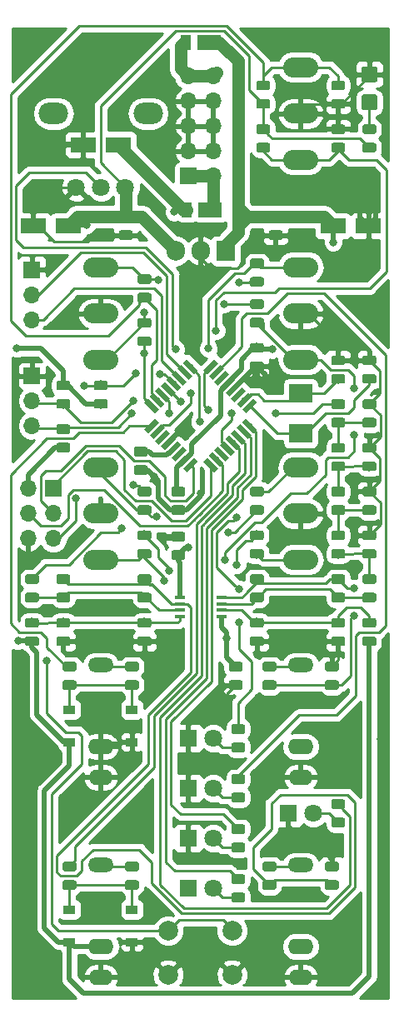
<source format=gbr>
G04 #@! TF.GenerationSoftware,KiCad,Pcbnew,(5.0.0)*
G04 #@! TF.CreationDate,2018-08-20T01:03:39+08:00*
G04 #@! TF.ProjectId,RndSeq,526E645365712E6B696361645F706362,rev?*
G04 #@! TF.SameCoordinates,Original*
G04 #@! TF.FileFunction,Copper,L2,Bot,Signal*
G04 #@! TF.FilePolarity,Positive*
%FSLAX46Y46*%
G04 Gerber Fmt 4.6, Leading zero omitted, Abs format (unit mm)*
G04 Created by KiCad (PCBNEW (5.0.0)) date 08/20/18 01:03:39*
%MOMM*%
%LPD*%
G01*
G04 APERTURE LIST*
G04 #@! TA.AperFunction,ComponentPad*
%ADD10R,1.905000X2.000000*%
G04 #@! TD*
G04 #@! TA.AperFunction,ComponentPad*
%ADD11O,1.905000X2.000000*%
G04 #@! TD*
G04 #@! TA.AperFunction,SMDPad,CuDef*
%ADD12R,1.050000X1.500000*%
G04 #@! TD*
G04 #@! TA.AperFunction,SMDPad,CuDef*
%ADD13R,2.400000X1.500000*%
G04 #@! TD*
G04 #@! TA.AperFunction,Conductor*
%ADD14C,0.100000*%
G04 #@! TD*
G04 #@! TA.AperFunction,SMDPad,CuDef*
%ADD15C,1.600000*%
G04 #@! TD*
G04 #@! TA.AperFunction,ComponentPad*
%ADD16C,2.000000*%
G04 #@! TD*
G04 #@! TA.AperFunction,SMDPad,CuDef*
%ADD17R,2.600000X1.600000*%
G04 #@! TD*
G04 #@! TA.AperFunction,SMDPad,CuDef*
%ADD18C,0.975000*%
G04 #@! TD*
G04 #@! TA.AperFunction,ComponentPad*
%ADD19O,1.700000X1.700000*%
G04 #@! TD*
G04 #@! TA.AperFunction,ComponentPad*
%ADD20R,1.700000X1.700000*%
G04 #@! TD*
G04 #@! TA.AperFunction,SMDPad,CuDef*
%ADD21R,2.400000X1.900000*%
G04 #@! TD*
G04 #@! TA.AperFunction,SMDPad,CuDef*
%ADD22R,1.200000X0.900000*%
G04 #@! TD*
G04 #@! TA.AperFunction,ComponentPad*
%ADD23R,1.800000X1.800000*%
G04 #@! TD*
G04 #@! TA.AperFunction,ComponentPad*
%ADD24C,1.800000*%
G04 #@! TD*
G04 #@! TA.AperFunction,WasherPad*
%ADD25O,3.000000X2.200000*%
G04 #@! TD*
G04 #@! TA.AperFunction,ComponentPad*
%ADD26O,2.600000X1.500000*%
G04 #@! TD*
G04 #@! TA.AperFunction,ComponentPad*
%ADD27O,2.400000X1.600000*%
G04 #@! TD*
G04 #@! TA.AperFunction,ComponentPad*
%ADD28O,2.600000X1.600000*%
G04 #@! TD*
G04 #@! TA.AperFunction,ComponentPad*
%ADD29O,3.556000X2.032000*%
G04 #@! TD*
G04 #@! TA.AperFunction,SMDPad,CuDef*
%ADD30C,0.550000*%
G04 #@! TD*
G04 #@! TA.AperFunction,SMDPad,CuDef*
%ADD31R,1.100000X0.400000*%
G04 #@! TD*
G04 #@! TA.AperFunction,ViaPad*
%ADD32C,0.800000*%
G04 #@! TD*
G04 #@! TA.AperFunction,Conductor*
%ADD33C,0.254000*%
G04 #@! TD*
G04 #@! TA.AperFunction,Conductor*
%ADD34C,0.508000*%
G04 #@! TD*
G04 #@! TA.AperFunction,Conductor*
%ADD35C,1.270000*%
G04 #@! TD*
G04 APERTURE END LIST*
D10*
G04 #@! TO.P,U3,1*
G04 #@! TO.N,+12V*
X149672040Y-79098140D03*
D11*
G04 #@! TO.P,U3,2*
G04 #@! TO.N,GND*
X147132040Y-79098140D03*
G04 #@! TO.P,U3,3*
G04 #@! TO.N,+5V*
X144592040Y-79098140D03*
G04 #@! TD*
D12*
G04 #@! TO.P,D11,2*
G04 #@! TO.N,-12V*
X145734040Y-74907140D03*
D13*
G04 #@! TO.P,D11,1*
G04 #@! TO.N,Net-(D11-Pad1)*
X148109040Y-74907140D03*
G04 #@! TD*
G04 #@! TO.P,D10,1*
G04 #@! TO.N,+12V*
X147982040Y-57889140D03*
D12*
G04 #@! TO.P,D10,2*
G04 #@! TO.N,Net-(D10-Pad2)*
X145607040Y-57889140D03*
G04 #@! TD*
D14*
G04 #@! TO.N,GND*
G04 #@! TO.C,D12*
G36*
X164876544Y-60364344D02*
X164900813Y-60367944D01*
X164924611Y-60373905D01*
X164947711Y-60382170D01*
X164969889Y-60392660D01*
X164990933Y-60405273D01*
X165010638Y-60419887D01*
X165028817Y-60436363D01*
X165045293Y-60454542D01*
X165059907Y-60474247D01*
X165072520Y-60495291D01*
X165083010Y-60517469D01*
X165091275Y-60540569D01*
X165097236Y-60564367D01*
X165100836Y-60588636D01*
X165102040Y-60613140D01*
X165102040Y-61713140D01*
X165100836Y-61737644D01*
X165097236Y-61761913D01*
X165091275Y-61785711D01*
X165083010Y-61808811D01*
X165072520Y-61830989D01*
X165059907Y-61852033D01*
X165045293Y-61871738D01*
X165028817Y-61889917D01*
X165010638Y-61906393D01*
X164990933Y-61921007D01*
X164969889Y-61933620D01*
X164947711Y-61944110D01*
X164924611Y-61952375D01*
X164900813Y-61958336D01*
X164876544Y-61961936D01*
X164852040Y-61963140D01*
X163702040Y-61963140D01*
X163677536Y-61961936D01*
X163653267Y-61958336D01*
X163629469Y-61952375D01*
X163606369Y-61944110D01*
X163584191Y-61933620D01*
X163563147Y-61921007D01*
X163543442Y-61906393D01*
X163525263Y-61889917D01*
X163508787Y-61871738D01*
X163494173Y-61852033D01*
X163481560Y-61830989D01*
X163471070Y-61808811D01*
X163462805Y-61785711D01*
X163456844Y-61761913D01*
X163453244Y-61737644D01*
X163452040Y-61713140D01*
X163452040Y-60613140D01*
X163453244Y-60588636D01*
X163456844Y-60564367D01*
X163462805Y-60540569D01*
X163471070Y-60517469D01*
X163481560Y-60495291D01*
X163494173Y-60474247D01*
X163508787Y-60454542D01*
X163525263Y-60436363D01*
X163543442Y-60419887D01*
X163563147Y-60405273D01*
X163584191Y-60392660D01*
X163606369Y-60382170D01*
X163629469Y-60373905D01*
X163653267Y-60367944D01*
X163677536Y-60364344D01*
X163702040Y-60363140D01*
X164852040Y-60363140D01*
X164876544Y-60364344D01*
X164876544Y-60364344D01*
G37*
D15*
G04 #@! TD*
G04 #@! TO.P,D12,1*
G04 #@! TO.N,GND*
X164277040Y-61163140D03*
D14*
G04 #@! TO.N,Net-(D12-Pad2)*
G04 #@! TO.C,D12*
G36*
X164876544Y-63214344D02*
X164900813Y-63217944D01*
X164924611Y-63223905D01*
X164947711Y-63232170D01*
X164969889Y-63242660D01*
X164990933Y-63255273D01*
X165010638Y-63269887D01*
X165028817Y-63286363D01*
X165045293Y-63304542D01*
X165059907Y-63324247D01*
X165072520Y-63345291D01*
X165083010Y-63367469D01*
X165091275Y-63390569D01*
X165097236Y-63414367D01*
X165100836Y-63438636D01*
X165102040Y-63463140D01*
X165102040Y-64563140D01*
X165100836Y-64587644D01*
X165097236Y-64611913D01*
X165091275Y-64635711D01*
X165083010Y-64658811D01*
X165072520Y-64680989D01*
X165059907Y-64702033D01*
X165045293Y-64721738D01*
X165028817Y-64739917D01*
X165010638Y-64756393D01*
X164990933Y-64771007D01*
X164969889Y-64783620D01*
X164947711Y-64794110D01*
X164924611Y-64802375D01*
X164900813Y-64808336D01*
X164876544Y-64811936D01*
X164852040Y-64813140D01*
X163702040Y-64813140D01*
X163677536Y-64811936D01*
X163653267Y-64808336D01*
X163629469Y-64802375D01*
X163606369Y-64794110D01*
X163584191Y-64783620D01*
X163563147Y-64771007D01*
X163543442Y-64756393D01*
X163525263Y-64739917D01*
X163508787Y-64721738D01*
X163494173Y-64702033D01*
X163481560Y-64680989D01*
X163471070Y-64658811D01*
X163462805Y-64635711D01*
X163456844Y-64611913D01*
X163453244Y-64587644D01*
X163452040Y-64563140D01*
X163452040Y-63463140D01*
X163453244Y-63438636D01*
X163456844Y-63414367D01*
X163462805Y-63390569D01*
X163471070Y-63367469D01*
X163481560Y-63345291D01*
X163494173Y-63324247D01*
X163508787Y-63304542D01*
X163525263Y-63286363D01*
X163543442Y-63269887D01*
X163563147Y-63255273D01*
X163584191Y-63242660D01*
X163606369Y-63232170D01*
X163629469Y-63223905D01*
X163653267Y-63217944D01*
X163677536Y-63214344D01*
X163702040Y-63213140D01*
X164852040Y-63213140D01*
X164876544Y-63214344D01*
X164876544Y-63214344D01*
G37*
D15*
G04 #@! TD*
G04 #@! TO.P,D12,2*
G04 #@! TO.N,Net-(D12-Pad2)*
X164277040Y-64013140D03*
D16*
G04 #@! TO.P,SW6,2*
G04 #@! TO.N,GND*
X143830040Y-152686140D03*
G04 #@! TO.P,SW6,1*
G04 #@! TO.N,Net-(J2-Pad5)*
X143830040Y-148186140D03*
G04 #@! TO.P,SW6,2*
G04 #@! TO.N,GND*
X150330040Y-152686140D03*
G04 #@! TO.P,SW6,1*
G04 #@! TO.N,Net-(J2-Pad5)*
X150330040Y-148186140D03*
G04 #@! TD*
D17*
G04 #@! TO.P,C22,1*
G04 #@! TO.N,+5V*
X133692040Y-76558140D03*
G04 #@! TO.P,C22,2*
G04 #@! TO.N,GND*
X130092040Y-76558140D03*
G04 #@! TD*
G04 #@! TO.P,C19,2*
G04 #@! TO.N,-12V*
X138772040Y-68303140D03*
G04 #@! TO.P,C19,1*
G04 #@! TO.N,GND*
X135172040Y-68303140D03*
G04 #@! TD*
G04 #@! TO.P,C18,1*
G04 #@! TO.N,+12V*
X160572040Y-76558140D03*
G04 #@! TO.P,C18,2*
G04 #@! TO.N,GND*
X164172040Y-76558140D03*
G04 #@! TD*
D14*
G04 #@! TO.N,Net-(C11-Pad1)*
G04 #@! TO.C,C11*
G36*
X133642182Y-111964314D02*
X133665843Y-111967824D01*
X133689047Y-111973636D01*
X133711569Y-111981694D01*
X133733193Y-111991922D01*
X133753710Y-112004219D01*
X133772923Y-112018469D01*
X133790647Y-112034533D01*
X133806711Y-112052257D01*
X133820961Y-112071470D01*
X133833258Y-112091987D01*
X133843486Y-112113611D01*
X133851544Y-112136133D01*
X133857356Y-112159337D01*
X133860866Y-112182998D01*
X133862040Y-112206890D01*
X133862040Y-112694390D01*
X133860866Y-112718282D01*
X133857356Y-112741943D01*
X133851544Y-112765147D01*
X133843486Y-112787669D01*
X133833258Y-112809293D01*
X133820961Y-112829810D01*
X133806711Y-112849023D01*
X133790647Y-112866747D01*
X133772923Y-112882811D01*
X133753710Y-112897061D01*
X133733193Y-112909358D01*
X133711569Y-112919586D01*
X133689047Y-112927644D01*
X133665843Y-112933456D01*
X133642182Y-112936966D01*
X133618290Y-112938140D01*
X132705790Y-112938140D01*
X132681898Y-112936966D01*
X132658237Y-112933456D01*
X132635033Y-112927644D01*
X132612511Y-112919586D01*
X132590887Y-112909358D01*
X132570370Y-112897061D01*
X132551157Y-112882811D01*
X132533433Y-112866747D01*
X132517369Y-112849023D01*
X132503119Y-112829810D01*
X132490822Y-112809293D01*
X132480594Y-112787669D01*
X132472536Y-112765147D01*
X132466724Y-112741943D01*
X132463214Y-112718282D01*
X132462040Y-112694390D01*
X132462040Y-112206890D01*
X132463214Y-112182998D01*
X132466724Y-112159337D01*
X132472536Y-112136133D01*
X132480594Y-112113611D01*
X132490822Y-112091987D01*
X132503119Y-112071470D01*
X132517369Y-112052257D01*
X132533433Y-112034533D01*
X132551157Y-112018469D01*
X132570370Y-112004219D01*
X132590887Y-111991922D01*
X132612511Y-111981694D01*
X132635033Y-111973636D01*
X132658237Y-111967824D01*
X132681898Y-111964314D01*
X132705790Y-111963140D01*
X133618290Y-111963140D01*
X133642182Y-111964314D01*
X133642182Y-111964314D01*
G37*
D18*
G04 #@! TD*
G04 #@! TO.P,C11,1*
G04 #@! TO.N,Net-(C11-Pad1)*
X133162040Y-112450640D03*
D14*
G04 #@! TO.N,Net-(C11-Pad2)*
G04 #@! TO.C,C11*
G36*
X133642182Y-113839314D02*
X133665843Y-113842824D01*
X133689047Y-113848636D01*
X133711569Y-113856694D01*
X133733193Y-113866922D01*
X133753710Y-113879219D01*
X133772923Y-113893469D01*
X133790647Y-113909533D01*
X133806711Y-113927257D01*
X133820961Y-113946470D01*
X133833258Y-113966987D01*
X133843486Y-113988611D01*
X133851544Y-114011133D01*
X133857356Y-114034337D01*
X133860866Y-114057998D01*
X133862040Y-114081890D01*
X133862040Y-114569390D01*
X133860866Y-114593282D01*
X133857356Y-114616943D01*
X133851544Y-114640147D01*
X133843486Y-114662669D01*
X133833258Y-114684293D01*
X133820961Y-114704810D01*
X133806711Y-114724023D01*
X133790647Y-114741747D01*
X133772923Y-114757811D01*
X133753710Y-114772061D01*
X133733193Y-114784358D01*
X133711569Y-114794586D01*
X133689047Y-114802644D01*
X133665843Y-114808456D01*
X133642182Y-114811966D01*
X133618290Y-114813140D01*
X132705790Y-114813140D01*
X132681898Y-114811966D01*
X132658237Y-114808456D01*
X132635033Y-114802644D01*
X132612511Y-114794586D01*
X132590887Y-114784358D01*
X132570370Y-114772061D01*
X132551157Y-114757811D01*
X132533433Y-114741747D01*
X132517369Y-114724023D01*
X132503119Y-114704810D01*
X132490822Y-114684293D01*
X132480594Y-114662669D01*
X132472536Y-114640147D01*
X132466724Y-114616943D01*
X132463214Y-114593282D01*
X132462040Y-114569390D01*
X132462040Y-114081890D01*
X132463214Y-114057998D01*
X132466724Y-114034337D01*
X132472536Y-114011133D01*
X132480594Y-113988611D01*
X132490822Y-113966987D01*
X132503119Y-113946470D01*
X132517369Y-113927257D01*
X132533433Y-113909533D01*
X132551157Y-113893469D01*
X132570370Y-113879219D01*
X132590887Y-113866922D01*
X132612511Y-113856694D01*
X132635033Y-113848636D01*
X132658237Y-113842824D01*
X132681898Y-113839314D01*
X132705790Y-113838140D01*
X133618290Y-113838140D01*
X133642182Y-113839314D01*
X133642182Y-113839314D01*
G37*
D18*
G04 #@! TD*
G04 #@! TO.P,C11,2*
G04 #@! TO.N,Net-(C11-Pad2)*
X133162040Y-114325640D03*
D14*
G04 #@! TO.N,GND*
G04 #@! TO.C,C21*
G36*
X139992182Y-77009314D02*
X140015843Y-77012824D01*
X140039047Y-77018636D01*
X140061569Y-77026694D01*
X140083193Y-77036922D01*
X140103710Y-77049219D01*
X140122923Y-77063469D01*
X140140647Y-77079533D01*
X140156711Y-77097257D01*
X140170961Y-77116470D01*
X140183258Y-77136987D01*
X140193486Y-77158611D01*
X140201544Y-77181133D01*
X140207356Y-77204337D01*
X140210866Y-77227998D01*
X140212040Y-77251890D01*
X140212040Y-77739390D01*
X140210866Y-77763282D01*
X140207356Y-77786943D01*
X140201544Y-77810147D01*
X140193486Y-77832669D01*
X140183258Y-77854293D01*
X140170961Y-77874810D01*
X140156711Y-77894023D01*
X140140647Y-77911747D01*
X140122923Y-77927811D01*
X140103710Y-77942061D01*
X140083193Y-77954358D01*
X140061569Y-77964586D01*
X140039047Y-77972644D01*
X140015843Y-77978456D01*
X139992182Y-77981966D01*
X139968290Y-77983140D01*
X139055790Y-77983140D01*
X139031898Y-77981966D01*
X139008237Y-77978456D01*
X138985033Y-77972644D01*
X138962511Y-77964586D01*
X138940887Y-77954358D01*
X138920370Y-77942061D01*
X138901157Y-77927811D01*
X138883433Y-77911747D01*
X138867369Y-77894023D01*
X138853119Y-77874810D01*
X138840822Y-77854293D01*
X138830594Y-77832669D01*
X138822536Y-77810147D01*
X138816724Y-77786943D01*
X138813214Y-77763282D01*
X138812040Y-77739390D01*
X138812040Y-77251890D01*
X138813214Y-77227998D01*
X138816724Y-77204337D01*
X138822536Y-77181133D01*
X138830594Y-77158611D01*
X138840822Y-77136987D01*
X138853119Y-77116470D01*
X138867369Y-77097257D01*
X138883433Y-77079533D01*
X138901157Y-77063469D01*
X138920370Y-77049219D01*
X138940887Y-77036922D01*
X138962511Y-77026694D01*
X138985033Y-77018636D01*
X139008237Y-77012824D01*
X139031898Y-77009314D01*
X139055790Y-77008140D01*
X139968290Y-77008140D01*
X139992182Y-77009314D01*
X139992182Y-77009314D01*
G37*
D18*
G04 #@! TD*
G04 #@! TO.P,C21,2*
G04 #@! TO.N,GND*
X139512040Y-77495640D03*
D14*
G04 #@! TO.N,+5V*
G04 #@! TO.C,C21*
G36*
X139992182Y-75134314D02*
X140015843Y-75137824D01*
X140039047Y-75143636D01*
X140061569Y-75151694D01*
X140083193Y-75161922D01*
X140103710Y-75174219D01*
X140122923Y-75188469D01*
X140140647Y-75204533D01*
X140156711Y-75222257D01*
X140170961Y-75241470D01*
X140183258Y-75261987D01*
X140193486Y-75283611D01*
X140201544Y-75306133D01*
X140207356Y-75329337D01*
X140210866Y-75352998D01*
X140212040Y-75376890D01*
X140212040Y-75864390D01*
X140210866Y-75888282D01*
X140207356Y-75911943D01*
X140201544Y-75935147D01*
X140193486Y-75957669D01*
X140183258Y-75979293D01*
X140170961Y-75999810D01*
X140156711Y-76019023D01*
X140140647Y-76036747D01*
X140122923Y-76052811D01*
X140103710Y-76067061D01*
X140083193Y-76079358D01*
X140061569Y-76089586D01*
X140039047Y-76097644D01*
X140015843Y-76103456D01*
X139992182Y-76106966D01*
X139968290Y-76108140D01*
X139055790Y-76108140D01*
X139031898Y-76106966D01*
X139008237Y-76103456D01*
X138985033Y-76097644D01*
X138962511Y-76089586D01*
X138940887Y-76079358D01*
X138920370Y-76067061D01*
X138901157Y-76052811D01*
X138883433Y-76036747D01*
X138867369Y-76019023D01*
X138853119Y-75999810D01*
X138840822Y-75979293D01*
X138830594Y-75957669D01*
X138822536Y-75935147D01*
X138816724Y-75911943D01*
X138813214Y-75888282D01*
X138812040Y-75864390D01*
X138812040Y-75376890D01*
X138813214Y-75352998D01*
X138816724Y-75329337D01*
X138822536Y-75306133D01*
X138830594Y-75283611D01*
X138840822Y-75261987D01*
X138853119Y-75241470D01*
X138867369Y-75222257D01*
X138883433Y-75204533D01*
X138901157Y-75188469D01*
X138920370Y-75174219D01*
X138940887Y-75161922D01*
X138962511Y-75151694D01*
X138985033Y-75143636D01*
X139008237Y-75137824D01*
X139031898Y-75134314D01*
X139055790Y-75133140D01*
X139968290Y-75133140D01*
X139992182Y-75134314D01*
X139992182Y-75134314D01*
G37*
D18*
G04 #@! TD*
G04 #@! TO.P,C21,1*
G04 #@! TO.N,+5V*
X139512040Y-75620640D03*
D14*
G04 #@! TO.N,+12V*
G04 #@! TO.C,C20*
G36*
X155232182Y-75134314D02*
X155255843Y-75137824D01*
X155279047Y-75143636D01*
X155301569Y-75151694D01*
X155323193Y-75161922D01*
X155343710Y-75174219D01*
X155362923Y-75188469D01*
X155380647Y-75204533D01*
X155396711Y-75222257D01*
X155410961Y-75241470D01*
X155423258Y-75261987D01*
X155433486Y-75283611D01*
X155441544Y-75306133D01*
X155447356Y-75329337D01*
X155450866Y-75352998D01*
X155452040Y-75376890D01*
X155452040Y-75864390D01*
X155450866Y-75888282D01*
X155447356Y-75911943D01*
X155441544Y-75935147D01*
X155433486Y-75957669D01*
X155423258Y-75979293D01*
X155410961Y-75999810D01*
X155396711Y-76019023D01*
X155380647Y-76036747D01*
X155362923Y-76052811D01*
X155343710Y-76067061D01*
X155323193Y-76079358D01*
X155301569Y-76089586D01*
X155279047Y-76097644D01*
X155255843Y-76103456D01*
X155232182Y-76106966D01*
X155208290Y-76108140D01*
X154295790Y-76108140D01*
X154271898Y-76106966D01*
X154248237Y-76103456D01*
X154225033Y-76097644D01*
X154202511Y-76089586D01*
X154180887Y-76079358D01*
X154160370Y-76067061D01*
X154141157Y-76052811D01*
X154123433Y-76036747D01*
X154107369Y-76019023D01*
X154093119Y-75999810D01*
X154080822Y-75979293D01*
X154070594Y-75957669D01*
X154062536Y-75935147D01*
X154056724Y-75911943D01*
X154053214Y-75888282D01*
X154052040Y-75864390D01*
X154052040Y-75376890D01*
X154053214Y-75352998D01*
X154056724Y-75329337D01*
X154062536Y-75306133D01*
X154070594Y-75283611D01*
X154080822Y-75261987D01*
X154093119Y-75241470D01*
X154107369Y-75222257D01*
X154123433Y-75204533D01*
X154141157Y-75188469D01*
X154160370Y-75174219D01*
X154180887Y-75161922D01*
X154202511Y-75151694D01*
X154225033Y-75143636D01*
X154248237Y-75137824D01*
X154271898Y-75134314D01*
X154295790Y-75133140D01*
X155208290Y-75133140D01*
X155232182Y-75134314D01*
X155232182Y-75134314D01*
G37*
D18*
G04 #@! TD*
G04 #@! TO.P,C20,1*
G04 #@! TO.N,+12V*
X154752040Y-75620640D03*
D14*
G04 #@! TO.N,GND*
G04 #@! TO.C,C20*
G36*
X155232182Y-77009314D02*
X155255843Y-77012824D01*
X155279047Y-77018636D01*
X155301569Y-77026694D01*
X155323193Y-77036922D01*
X155343710Y-77049219D01*
X155362923Y-77063469D01*
X155380647Y-77079533D01*
X155396711Y-77097257D01*
X155410961Y-77116470D01*
X155423258Y-77136987D01*
X155433486Y-77158611D01*
X155441544Y-77181133D01*
X155447356Y-77204337D01*
X155450866Y-77227998D01*
X155452040Y-77251890D01*
X155452040Y-77739390D01*
X155450866Y-77763282D01*
X155447356Y-77786943D01*
X155441544Y-77810147D01*
X155433486Y-77832669D01*
X155423258Y-77854293D01*
X155410961Y-77874810D01*
X155396711Y-77894023D01*
X155380647Y-77911747D01*
X155362923Y-77927811D01*
X155343710Y-77942061D01*
X155323193Y-77954358D01*
X155301569Y-77964586D01*
X155279047Y-77972644D01*
X155255843Y-77978456D01*
X155232182Y-77981966D01*
X155208290Y-77983140D01*
X154295790Y-77983140D01*
X154271898Y-77981966D01*
X154248237Y-77978456D01*
X154225033Y-77972644D01*
X154202511Y-77964586D01*
X154180887Y-77954358D01*
X154160370Y-77942061D01*
X154141157Y-77927811D01*
X154123433Y-77911747D01*
X154107369Y-77894023D01*
X154093119Y-77874810D01*
X154080822Y-77854293D01*
X154070594Y-77832669D01*
X154062536Y-77810147D01*
X154056724Y-77786943D01*
X154053214Y-77763282D01*
X154052040Y-77739390D01*
X154052040Y-77251890D01*
X154053214Y-77227998D01*
X154056724Y-77204337D01*
X154062536Y-77181133D01*
X154070594Y-77158611D01*
X154080822Y-77136987D01*
X154093119Y-77116470D01*
X154107369Y-77097257D01*
X154123433Y-77079533D01*
X154141157Y-77063469D01*
X154160370Y-77049219D01*
X154180887Y-77036922D01*
X154202511Y-77026694D01*
X154225033Y-77018636D01*
X154248237Y-77012824D01*
X154271898Y-77009314D01*
X154295790Y-77008140D01*
X155208290Y-77008140D01*
X155232182Y-77009314D01*
X155232182Y-77009314D01*
G37*
D18*
G04 #@! TD*
G04 #@! TO.P,C20,2*
G04 #@! TO.N,GND*
X154752040Y-77495640D03*
D14*
G04 #@! TO.N,Net-(C17-Pad2)*
G04 #@! TO.C,C17*
G36*
X164757182Y-91614314D02*
X164780843Y-91617824D01*
X164804047Y-91623636D01*
X164826569Y-91631694D01*
X164848193Y-91641922D01*
X164868710Y-91654219D01*
X164887923Y-91668469D01*
X164905647Y-91684533D01*
X164921711Y-91702257D01*
X164935961Y-91721470D01*
X164948258Y-91741987D01*
X164958486Y-91763611D01*
X164966544Y-91786133D01*
X164972356Y-91809337D01*
X164975866Y-91832998D01*
X164977040Y-91856890D01*
X164977040Y-92344390D01*
X164975866Y-92368282D01*
X164972356Y-92391943D01*
X164966544Y-92415147D01*
X164958486Y-92437669D01*
X164948258Y-92459293D01*
X164935961Y-92479810D01*
X164921711Y-92499023D01*
X164905647Y-92516747D01*
X164887923Y-92532811D01*
X164868710Y-92547061D01*
X164848193Y-92559358D01*
X164826569Y-92569586D01*
X164804047Y-92577644D01*
X164780843Y-92583456D01*
X164757182Y-92586966D01*
X164733290Y-92588140D01*
X163820790Y-92588140D01*
X163796898Y-92586966D01*
X163773237Y-92583456D01*
X163750033Y-92577644D01*
X163727511Y-92569586D01*
X163705887Y-92559358D01*
X163685370Y-92547061D01*
X163666157Y-92532811D01*
X163648433Y-92516747D01*
X163632369Y-92499023D01*
X163618119Y-92479810D01*
X163605822Y-92459293D01*
X163595594Y-92437669D01*
X163587536Y-92415147D01*
X163581724Y-92391943D01*
X163578214Y-92368282D01*
X163577040Y-92344390D01*
X163577040Y-91856890D01*
X163578214Y-91832998D01*
X163581724Y-91809337D01*
X163587536Y-91786133D01*
X163595594Y-91763611D01*
X163605822Y-91741987D01*
X163618119Y-91721470D01*
X163632369Y-91702257D01*
X163648433Y-91684533D01*
X163666157Y-91668469D01*
X163685370Y-91654219D01*
X163705887Y-91641922D01*
X163727511Y-91631694D01*
X163750033Y-91623636D01*
X163773237Y-91617824D01*
X163796898Y-91614314D01*
X163820790Y-91613140D01*
X164733290Y-91613140D01*
X164757182Y-91614314D01*
X164757182Y-91614314D01*
G37*
D18*
G04 #@! TD*
G04 #@! TO.P,C17,2*
G04 #@! TO.N,Net-(C17-Pad2)*
X164277040Y-92100640D03*
D14*
G04 #@! TO.N,GND*
G04 #@! TO.C,C17*
G36*
X164757182Y-89739314D02*
X164780843Y-89742824D01*
X164804047Y-89748636D01*
X164826569Y-89756694D01*
X164848193Y-89766922D01*
X164868710Y-89779219D01*
X164887923Y-89793469D01*
X164905647Y-89809533D01*
X164921711Y-89827257D01*
X164935961Y-89846470D01*
X164948258Y-89866987D01*
X164958486Y-89888611D01*
X164966544Y-89911133D01*
X164972356Y-89934337D01*
X164975866Y-89957998D01*
X164977040Y-89981890D01*
X164977040Y-90469390D01*
X164975866Y-90493282D01*
X164972356Y-90516943D01*
X164966544Y-90540147D01*
X164958486Y-90562669D01*
X164948258Y-90584293D01*
X164935961Y-90604810D01*
X164921711Y-90624023D01*
X164905647Y-90641747D01*
X164887923Y-90657811D01*
X164868710Y-90672061D01*
X164848193Y-90684358D01*
X164826569Y-90694586D01*
X164804047Y-90702644D01*
X164780843Y-90708456D01*
X164757182Y-90711966D01*
X164733290Y-90713140D01*
X163820790Y-90713140D01*
X163796898Y-90711966D01*
X163773237Y-90708456D01*
X163750033Y-90702644D01*
X163727511Y-90694586D01*
X163705887Y-90684358D01*
X163685370Y-90672061D01*
X163666157Y-90657811D01*
X163648433Y-90641747D01*
X163632369Y-90624023D01*
X163618119Y-90604810D01*
X163605822Y-90584293D01*
X163595594Y-90562669D01*
X163587536Y-90540147D01*
X163581724Y-90516943D01*
X163578214Y-90493282D01*
X163577040Y-90469390D01*
X163577040Y-89981890D01*
X163578214Y-89957998D01*
X163581724Y-89934337D01*
X163587536Y-89911133D01*
X163595594Y-89888611D01*
X163605822Y-89866987D01*
X163618119Y-89846470D01*
X163632369Y-89827257D01*
X163648433Y-89809533D01*
X163666157Y-89793469D01*
X163685370Y-89779219D01*
X163705887Y-89766922D01*
X163727511Y-89756694D01*
X163750033Y-89748636D01*
X163773237Y-89742824D01*
X163796898Y-89739314D01*
X163820790Y-89738140D01*
X164733290Y-89738140D01*
X164757182Y-89739314D01*
X164757182Y-89739314D01*
G37*
D18*
G04 #@! TD*
G04 #@! TO.P,C17,1*
G04 #@! TO.N,GND*
X164277040Y-90225640D03*
D14*
G04 #@! TO.N,GND*
G04 #@! TO.C,C16*
G36*
X161582182Y-89739314D02*
X161605843Y-89742824D01*
X161629047Y-89748636D01*
X161651569Y-89756694D01*
X161673193Y-89766922D01*
X161693710Y-89779219D01*
X161712923Y-89793469D01*
X161730647Y-89809533D01*
X161746711Y-89827257D01*
X161760961Y-89846470D01*
X161773258Y-89866987D01*
X161783486Y-89888611D01*
X161791544Y-89911133D01*
X161797356Y-89934337D01*
X161800866Y-89957998D01*
X161802040Y-89981890D01*
X161802040Y-90469390D01*
X161800866Y-90493282D01*
X161797356Y-90516943D01*
X161791544Y-90540147D01*
X161783486Y-90562669D01*
X161773258Y-90584293D01*
X161760961Y-90604810D01*
X161746711Y-90624023D01*
X161730647Y-90641747D01*
X161712923Y-90657811D01*
X161693710Y-90672061D01*
X161673193Y-90684358D01*
X161651569Y-90694586D01*
X161629047Y-90702644D01*
X161605843Y-90708456D01*
X161582182Y-90711966D01*
X161558290Y-90713140D01*
X160645790Y-90713140D01*
X160621898Y-90711966D01*
X160598237Y-90708456D01*
X160575033Y-90702644D01*
X160552511Y-90694586D01*
X160530887Y-90684358D01*
X160510370Y-90672061D01*
X160491157Y-90657811D01*
X160473433Y-90641747D01*
X160457369Y-90624023D01*
X160443119Y-90604810D01*
X160430822Y-90584293D01*
X160420594Y-90562669D01*
X160412536Y-90540147D01*
X160406724Y-90516943D01*
X160403214Y-90493282D01*
X160402040Y-90469390D01*
X160402040Y-89981890D01*
X160403214Y-89957998D01*
X160406724Y-89934337D01*
X160412536Y-89911133D01*
X160420594Y-89888611D01*
X160430822Y-89866987D01*
X160443119Y-89846470D01*
X160457369Y-89827257D01*
X160473433Y-89809533D01*
X160491157Y-89793469D01*
X160510370Y-89779219D01*
X160530887Y-89766922D01*
X160552511Y-89756694D01*
X160575033Y-89748636D01*
X160598237Y-89742824D01*
X160621898Y-89739314D01*
X160645790Y-89738140D01*
X161558290Y-89738140D01*
X161582182Y-89739314D01*
X161582182Y-89739314D01*
G37*
D18*
G04 #@! TD*
G04 #@! TO.P,C16,1*
G04 #@! TO.N,GND*
X161102040Y-90225640D03*
D14*
G04 #@! TO.N,Net-(C16-Pad2)*
G04 #@! TO.C,C16*
G36*
X161582182Y-91614314D02*
X161605843Y-91617824D01*
X161629047Y-91623636D01*
X161651569Y-91631694D01*
X161673193Y-91641922D01*
X161693710Y-91654219D01*
X161712923Y-91668469D01*
X161730647Y-91684533D01*
X161746711Y-91702257D01*
X161760961Y-91721470D01*
X161773258Y-91741987D01*
X161783486Y-91763611D01*
X161791544Y-91786133D01*
X161797356Y-91809337D01*
X161800866Y-91832998D01*
X161802040Y-91856890D01*
X161802040Y-92344390D01*
X161800866Y-92368282D01*
X161797356Y-92391943D01*
X161791544Y-92415147D01*
X161783486Y-92437669D01*
X161773258Y-92459293D01*
X161760961Y-92479810D01*
X161746711Y-92499023D01*
X161730647Y-92516747D01*
X161712923Y-92532811D01*
X161693710Y-92547061D01*
X161673193Y-92559358D01*
X161651569Y-92569586D01*
X161629047Y-92577644D01*
X161605843Y-92583456D01*
X161582182Y-92586966D01*
X161558290Y-92588140D01*
X160645790Y-92588140D01*
X160621898Y-92586966D01*
X160598237Y-92583456D01*
X160575033Y-92577644D01*
X160552511Y-92569586D01*
X160530887Y-92559358D01*
X160510370Y-92547061D01*
X160491157Y-92532811D01*
X160473433Y-92516747D01*
X160457369Y-92499023D01*
X160443119Y-92479810D01*
X160430822Y-92459293D01*
X160420594Y-92437669D01*
X160412536Y-92415147D01*
X160406724Y-92391943D01*
X160403214Y-92368282D01*
X160402040Y-92344390D01*
X160402040Y-91856890D01*
X160403214Y-91832998D01*
X160406724Y-91809337D01*
X160412536Y-91786133D01*
X160420594Y-91763611D01*
X160430822Y-91741987D01*
X160443119Y-91721470D01*
X160457369Y-91702257D01*
X160473433Y-91684533D01*
X160491157Y-91668469D01*
X160510370Y-91654219D01*
X160530887Y-91641922D01*
X160552511Y-91631694D01*
X160575033Y-91623636D01*
X160598237Y-91617824D01*
X160621898Y-91614314D01*
X160645790Y-91613140D01*
X161558290Y-91613140D01*
X161582182Y-91614314D01*
X161582182Y-91614314D01*
G37*
D18*
G04 #@! TD*
G04 #@! TO.P,C16,2*
G04 #@! TO.N,Net-(C16-Pad2)*
X161102040Y-92100640D03*
D14*
G04 #@! TO.N,+5V*
G04 #@! TO.C,C15*
G36*
X145326182Y-103074314D02*
X145349843Y-103077824D01*
X145373047Y-103083636D01*
X145395569Y-103091694D01*
X145417193Y-103101922D01*
X145437710Y-103114219D01*
X145456923Y-103128469D01*
X145474647Y-103144533D01*
X145490711Y-103162257D01*
X145504961Y-103181470D01*
X145517258Y-103201987D01*
X145527486Y-103223611D01*
X145535544Y-103246133D01*
X145541356Y-103269337D01*
X145544866Y-103292998D01*
X145546040Y-103316890D01*
X145546040Y-103804390D01*
X145544866Y-103828282D01*
X145541356Y-103851943D01*
X145535544Y-103875147D01*
X145527486Y-103897669D01*
X145517258Y-103919293D01*
X145504961Y-103939810D01*
X145490711Y-103959023D01*
X145474647Y-103976747D01*
X145456923Y-103992811D01*
X145437710Y-104007061D01*
X145417193Y-104019358D01*
X145395569Y-104029586D01*
X145373047Y-104037644D01*
X145349843Y-104043456D01*
X145326182Y-104046966D01*
X145302290Y-104048140D01*
X144389790Y-104048140D01*
X144365898Y-104046966D01*
X144342237Y-104043456D01*
X144319033Y-104037644D01*
X144296511Y-104029586D01*
X144274887Y-104019358D01*
X144254370Y-104007061D01*
X144235157Y-103992811D01*
X144217433Y-103976747D01*
X144201369Y-103959023D01*
X144187119Y-103939810D01*
X144174822Y-103919293D01*
X144164594Y-103897669D01*
X144156536Y-103875147D01*
X144150724Y-103851943D01*
X144147214Y-103828282D01*
X144146040Y-103804390D01*
X144146040Y-103316890D01*
X144147214Y-103292998D01*
X144150724Y-103269337D01*
X144156536Y-103246133D01*
X144164594Y-103223611D01*
X144174822Y-103201987D01*
X144187119Y-103181470D01*
X144201369Y-103162257D01*
X144217433Y-103144533D01*
X144235157Y-103128469D01*
X144254370Y-103114219D01*
X144274887Y-103101922D01*
X144296511Y-103091694D01*
X144319033Y-103083636D01*
X144342237Y-103077824D01*
X144365898Y-103074314D01*
X144389790Y-103073140D01*
X145302290Y-103073140D01*
X145326182Y-103074314D01*
X145326182Y-103074314D01*
G37*
D18*
G04 #@! TD*
G04 #@! TO.P,C15,2*
G04 #@! TO.N,+5V*
X144846040Y-103560640D03*
D14*
G04 #@! TO.N,GND*
G04 #@! TO.C,C15*
G36*
X145326182Y-104949314D02*
X145349843Y-104952824D01*
X145373047Y-104958636D01*
X145395569Y-104966694D01*
X145417193Y-104976922D01*
X145437710Y-104989219D01*
X145456923Y-105003469D01*
X145474647Y-105019533D01*
X145490711Y-105037257D01*
X145504961Y-105056470D01*
X145517258Y-105076987D01*
X145527486Y-105098611D01*
X145535544Y-105121133D01*
X145541356Y-105144337D01*
X145544866Y-105167998D01*
X145546040Y-105191890D01*
X145546040Y-105679390D01*
X145544866Y-105703282D01*
X145541356Y-105726943D01*
X145535544Y-105750147D01*
X145527486Y-105772669D01*
X145517258Y-105794293D01*
X145504961Y-105814810D01*
X145490711Y-105834023D01*
X145474647Y-105851747D01*
X145456923Y-105867811D01*
X145437710Y-105882061D01*
X145417193Y-105894358D01*
X145395569Y-105904586D01*
X145373047Y-105912644D01*
X145349843Y-105918456D01*
X145326182Y-105921966D01*
X145302290Y-105923140D01*
X144389790Y-105923140D01*
X144365898Y-105921966D01*
X144342237Y-105918456D01*
X144319033Y-105912644D01*
X144296511Y-105904586D01*
X144274887Y-105894358D01*
X144254370Y-105882061D01*
X144235157Y-105867811D01*
X144217433Y-105851747D01*
X144201369Y-105834023D01*
X144187119Y-105814810D01*
X144174822Y-105794293D01*
X144164594Y-105772669D01*
X144156536Y-105750147D01*
X144150724Y-105726943D01*
X144147214Y-105703282D01*
X144146040Y-105679390D01*
X144146040Y-105191890D01*
X144147214Y-105167998D01*
X144150724Y-105144337D01*
X144156536Y-105121133D01*
X144164594Y-105098611D01*
X144174822Y-105076987D01*
X144187119Y-105056470D01*
X144201369Y-105037257D01*
X144217433Y-105019533D01*
X144235157Y-105003469D01*
X144254370Y-104989219D01*
X144274887Y-104976922D01*
X144296511Y-104966694D01*
X144319033Y-104958636D01*
X144342237Y-104952824D01*
X144365898Y-104949314D01*
X144389790Y-104948140D01*
X145302290Y-104948140D01*
X145326182Y-104949314D01*
X145326182Y-104949314D01*
G37*
D18*
G04 #@! TD*
G04 #@! TO.P,C15,1*
G04 #@! TO.N,GND*
X144846040Y-105435640D03*
D14*
G04 #@! TO.N,+5V*
G04 #@! TO.C,C14*
G36*
X153327182Y-88469314D02*
X153350843Y-88472824D01*
X153374047Y-88478636D01*
X153396569Y-88486694D01*
X153418193Y-88496922D01*
X153438710Y-88509219D01*
X153457923Y-88523469D01*
X153475647Y-88539533D01*
X153491711Y-88557257D01*
X153505961Y-88576470D01*
X153518258Y-88596987D01*
X153528486Y-88618611D01*
X153536544Y-88641133D01*
X153542356Y-88664337D01*
X153545866Y-88687998D01*
X153547040Y-88711890D01*
X153547040Y-89199390D01*
X153545866Y-89223282D01*
X153542356Y-89246943D01*
X153536544Y-89270147D01*
X153528486Y-89292669D01*
X153518258Y-89314293D01*
X153505961Y-89334810D01*
X153491711Y-89354023D01*
X153475647Y-89371747D01*
X153457923Y-89387811D01*
X153438710Y-89402061D01*
X153418193Y-89414358D01*
X153396569Y-89424586D01*
X153374047Y-89432644D01*
X153350843Y-89438456D01*
X153327182Y-89441966D01*
X153303290Y-89443140D01*
X152390790Y-89443140D01*
X152366898Y-89441966D01*
X152343237Y-89438456D01*
X152320033Y-89432644D01*
X152297511Y-89424586D01*
X152275887Y-89414358D01*
X152255370Y-89402061D01*
X152236157Y-89387811D01*
X152218433Y-89371747D01*
X152202369Y-89354023D01*
X152188119Y-89334810D01*
X152175822Y-89314293D01*
X152165594Y-89292669D01*
X152157536Y-89270147D01*
X152151724Y-89246943D01*
X152148214Y-89223282D01*
X152147040Y-89199390D01*
X152147040Y-88711890D01*
X152148214Y-88687998D01*
X152151724Y-88664337D01*
X152157536Y-88641133D01*
X152165594Y-88618611D01*
X152175822Y-88596987D01*
X152188119Y-88576470D01*
X152202369Y-88557257D01*
X152218433Y-88539533D01*
X152236157Y-88523469D01*
X152255370Y-88509219D01*
X152275887Y-88496922D01*
X152297511Y-88486694D01*
X152320033Y-88478636D01*
X152343237Y-88472824D01*
X152366898Y-88469314D01*
X152390790Y-88468140D01*
X153303290Y-88468140D01*
X153327182Y-88469314D01*
X153327182Y-88469314D01*
G37*
D18*
G04 #@! TD*
G04 #@! TO.P,C14,1*
G04 #@! TO.N,+5V*
X152847040Y-88955640D03*
D14*
G04 #@! TO.N,GND*
G04 #@! TO.C,C14*
G36*
X153327182Y-90344314D02*
X153350843Y-90347824D01*
X153374047Y-90353636D01*
X153396569Y-90361694D01*
X153418193Y-90371922D01*
X153438710Y-90384219D01*
X153457923Y-90398469D01*
X153475647Y-90414533D01*
X153491711Y-90432257D01*
X153505961Y-90451470D01*
X153518258Y-90471987D01*
X153528486Y-90493611D01*
X153536544Y-90516133D01*
X153542356Y-90539337D01*
X153545866Y-90562998D01*
X153547040Y-90586890D01*
X153547040Y-91074390D01*
X153545866Y-91098282D01*
X153542356Y-91121943D01*
X153536544Y-91145147D01*
X153528486Y-91167669D01*
X153518258Y-91189293D01*
X153505961Y-91209810D01*
X153491711Y-91229023D01*
X153475647Y-91246747D01*
X153457923Y-91262811D01*
X153438710Y-91277061D01*
X153418193Y-91289358D01*
X153396569Y-91299586D01*
X153374047Y-91307644D01*
X153350843Y-91313456D01*
X153327182Y-91316966D01*
X153303290Y-91318140D01*
X152390790Y-91318140D01*
X152366898Y-91316966D01*
X152343237Y-91313456D01*
X152320033Y-91307644D01*
X152297511Y-91299586D01*
X152275887Y-91289358D01*
X152255370Y-91277061D01*
X152236157Y-91262811D01*
X152218433Y-91246747D01*
X152202369Y-91229023D01*
X152188119Y-91209810D01*
X152175822Y-91189293D01*
X152165594Y-91167669D01*
X152157536Y-91145147D01*
X152151724Y-91121943D01*
X152148214Y-91098282D01*
X152147040Y-91074390D01*
X152147040Y-90586890D01*
X152148214Y-90562998D01*
X152151724Y-90539337D01*
X152157536Y-90516133D01*
X152165594Y-90493611D01*
X152175822Y-90471987D01*
X152188119Y-90451470D01*
X152202369Y-90432257D01*
X152218433Y-90414533D01*
X152236157Y-90398469D01*
X152255370Y-90384219D01*
X152275887Y-90371922D01*
X152297511Y-90361694D01*
X152320033Y-90353636D01*
X152343237Y-90347824D01*
X152366898Y-90344314D01*
X152390790Y-90343140D01*
X153303290Y-90343140D01*
X153327182Y-90344314D01*
X153327182Y-90344314D01*
G37*
D18*
G04 #@! TD*
G04 #@! TO.P,C14,2*
G04 #@! TO.N,GND*
X152847040Y-90830640D03*
D14*
G04 #@! TO.N,Net-(C13-Pad2)*
G04 #@! TO.C,C13*
G36*
X141516182Y-99010314D02*
X141539843Y-99013824D01*
X141563047Y-99019636D01*
X141585569Y-99027694D01*
X141607193Y-99037922D01*
X141627710Y-99050219D01*
X141646923Y-99064469D01*
X141664647Y-99080533D01*
X141680711Y-99098257D01*
X141694961Y-99117470D01*
X141707258Y-99137987D01*
X141717486Y-99159611D01*
X141725544Y-99182133D01*
X141731356Y-99205337D01*
X141734866Y-99228998D01*
X141736040Y-99252890D01*
X141736040Y-99740390D01*
X141734866Y-99764282D01*
X141731356Y-99787943D01*
X141725544Y-99811147D01*
X141717486Y-99833669D01*
X141707258Y-99855293D01*
X141694961Y-99875810D01*
X141680711Y-99895023D01*
X141664647Y-99912747D01*
X141646923Y-99928811D01*
X141627710Y-99943061D01*
X141607193Y-99955358D01*
X141585569Y-99965586D01*
X141563047Y-99973644D01*
X141539843Y-99979456D01*
X141516182Y-99982966D01*
X141492290Y-99984140D01*
X140579790Y-99984140D01*
X140555898Y-99982966D01*
X140532237Y-99979456D01*
X140509033Y-99973644D01*
X140486511Y-99965586D01*
X140464887Y-99955358D01*
X140444370Y-99943061D01*
X140425157Y-99928811D01*
X140407433Y-99912747D01*
X140391369Y-99895023D01*
X140377119Y-99875810D01*
X140364822Y-99855293D01*
X140354594Y-99833669D01*
X140346536Y-99811147D01*
X140340724Y-99787943D01*
X140337214Y-99764282D01*
X140336040Y-99740390D01*
X140336040Y-99252890D01*
X140337214Y-99228998D01*
X140340724Y-99205337D01*
X140346536Y-99182133D01*
X140354594Y-99159611D01*
X140364822Y-99137987D01*
X140377119Y-99117470D01*
X140391369Y-99098257D01*
X140407433Y-99080533D01*
X140425157Y-99064469D01*
X140444370Y-99050219D01*
X140464887Y-99037922D01*
X140486511Y-99027694D01*
X140509033Y-99019636D01*
X140532237Y-99013824D01*
X140555898Y-99010314D01*
X140579790Y-99009140D01*
X141492290Y-99009140D01*
X141516182Y-99010314D01*
X141516182Y-99010314D01*
G37*
D18*
G04 #@! TD*
G04 #@! TO.P,C13,2*
G04 #@! TO.N,Net-(C13-Pad2)*
X141036040Y-99496640D03*
D14*
G04 #@! TO.N,GND*
G04 #@! TO.C,C13*
G36*
X141516182Y-100885314D02*
X141539843Y-100888824D01*
X141563047Y-100894636D01*
X141585569Y-100902694D01*
X141607193Y-100912922D01*
X141627710Y-100925219D01*
X141646923Y-100939469D01*
X141664647Y-100955533D01*
X141680711Y-100973257D01*
X141694961Y-100992470D01*
X141707258Y-101012987D01*
X141717486Y-101034611D01*
X141725544Y-101057133D01*
X141731356Y-101080337D01*
X141734866Y-101103998D01*
X141736040Y-101127890D01*
X141736040Y-101615390D01*
X141734866Y-101639282D01*
X141731356Y-101662943D01*
X141725544Y-101686147D01*
X141717486Y-101708669D01*
X141707258Y-101730293D01*
X141694961Y-101750810D01*
X141680711Y-101770023D01*
X141664647Y-101787747D01*
X141646923Y-101803811D01*
X141627710Y-101818061D01*
X141607193Y-101830358D01*
X141585569Y-101840586D01*
X141563047Y-101848644D01*
X141539843Y-101854456D01*
X141516182Y-101857966D01*
X141492290Y-101859140D01*
X140579790Y-101859140D01*
X140555898Y-101857966D01*
X140532237Y-101854456D01*
X140509033Y-101848644D01*
X140486511Y-101840586D01*
X140464887Y-101830358D01*
X140444370Y-101818061D01*
X140425157Y-101803811D01*
X140407433Y-101787747D01*
X140391369Y-101770023D01*
X140377119Y-101750810D01*
X140364822Y-101730293D01*
X140354594Y-101708669D01*
X140346536Y-101686147D01*
X140340724Y-101662943D01*
X140337214Y-101639282D01*
X140336040Y-101615390D01*
X140336040Y-101127890D01*
X140337214Y-101103998D01*
X140340724Y-101080337D01*
X140346536Y-101057133D01*
X140354594Y-101034611D01*
X140364822Y-101012987D01*
X140377119Y-100992470D01*
X140391369Y-100973257D01*
X140407433Y-100955533D01*
X140425157Y-100939469D01*
X140444370Y-100925219D01*
X140464887Y-100912922D01*
X140486511Y-100902694D01*
X140509033Y-100894636D01*
X140532237Y-100888824D01*
X140555898Y-100885314D01*
X140579790Y-100884140D01*
X141492290Y-100884140D01*
X141516182Y-100885314D01*
X141516182Y-100885314D01*
G37*
D18*
G04 #@! TD*
G04 #@! TO.P,C13,1*
G04 #@! TO.N,GND*
X141036040Y-101371640D03*
D14*
G04 #@! TO.N,Net-(C12-Pad1)*
G04 #@! TO.C,C12*
G36*
X161582182Y-111964314D02*
X161605843Y-111967824D01*
X161629047Y-111973636D01*
X161651569Y-111981694D01*
X161673193Y-111991922D01*
X161693710Y-112004219D01*
X161712923Y-112018469D01*
X161730647Y-112034533D01*
X161746711Y-112052257D01*
X161760961Y-112071470D01*
X161773258Y-112091987D01*
X161783486Y-112113611D01*
X161791544Y-112136133D01*
X161797356Y-112159337D01*
X161800866Y-112182998D01*
X161802040Y-112206890D01*
X161802040Y-112694390D01*
X161800866Y-112718282D01*
X161797356Y-112741943D01*
X161791544Y-112765147D01*
X161783486Y-112787669D01*
X161773258Y-112809293D01*
X161760961Y-112829810D01*
X161746711Y-112849023D01*
X161730647Y-112866747D01*
X161712923Y-112882811D01*
X161693710Y-112897061D01*
X161673193Y-112909358D01*
X161651569Y-112919586D01*
X161629047Y-112927644D01*
X161605843Y-112933456D01*
X161582182Y-112936966D01*
X161558290Y-112938140D01*
X160645790Y-112938140D01*
X160621898Y-112936966D01*
X160598237Y-112933456D01*
X160575033Y-112927644D01*
X160552511Y-112919586D01*
X160530887Y-112909358D01*
X160510370Y-112897061D01*
X160491157Y-112882811D01*
X160473433Y-112866747D01*
X160457369Y-112849023D01*
X160443119Y-112829810D01*
X160430822Y-112809293D01*
X160420594Y-112787669D01*
X160412536Y-112765147D01*
X160406724Y-112741943D01*
X160403214Y-112718282D01*
X160402040Y-112694390D01*
X160402040Y-112206890D01*
X160403214Y-112182998D01*
X160406724Y-112159337D01*
X160412536Y-112136133D01*
X160420594Y-112113611D01*
X160430822Y-112091987D01*
X160443119Y-112071470D01*
X160457369Y-112052257D01*
X160473433Y-112034533D01*
X160491157Y-112018469D01*
X160510370Y-112004219D01*
X160530887Y-111991922D01*
X160552511Y-111981694D01*
X160575033Y-111973636D01*
X160598237Y-111967824D01*
X160621898Y-111964314D01*
X160645790Y-111963140D01*
X161558290Y-111963140D01*
X161582182Y-111964314D01*
X161582182Y-111964314D01*
G37*
D18*
G04 #@! TD*
G04 #@! TO.P,C12,1*
G04 #@! TO.N,Net-(C12-Pad1)*
X161102040Y-112450640D03*
D14*
G04 #@! TO.N,Net-(C12-Pad2)*
G04 #@! TO.C,C12*
G36*
X161582182Y-113839314D02*
X161605843Y-113842824D01*
X161629047Y-113848636D01*
X161651569Y-113856694D01*
X161673193Y-113866922D01*
X161693710Y-113879219D01*
X161712923Y-113893469D01*
X161730647Y-113909533D01*
X161746711Y-113927257D01*
X161760961Y-113946470D01*
X161773258Y-113966987D01*
X161783486Y-113988611D01*
X161791544Y-114011133D01*
X161797356Y-114034337D01*
X161800866Y-114057998D01*
X161802040Y-114081890D01*
X161802040Y-114569390D01*
X161800866Y-114593282D01*
X161797356Y-114616943D01*
X161791544Y-114640147D01*
X161783486Y-114662669D01*
X161773258Y-114684293D01*
X161760961Y-114704810D01*
X161746711Y-114724023D01*
X161730647Y-114741747D01*
X161712923Y-114757811D01*
X161693710Y-114772061D01*
X161673193Y-114784358D01*
X161651569Y-114794586D01*
X161629047Y-114802644D01*
X161605843Y-114808456D01*
X161582182Y-114811966D01*
X161558290Y-114813140D01*
X160645790Y-114813140D01*
X160621898Y-114811966D01*
X160598237Y-114808456D01*
X160575033Y-114802644D01*
X160552511Y-114794586D01*
X160530887Y-114784358D01*
X160510370Y-114772061D01*
X160491157Y-114757811D01*
X160473433Y-114741747D01*
X160457369Y-114724023D01*
X160443119Y-114704810D01*
X160430822Y-114684293D01*
X160420594Y-114662669D01*
X160412536Y-114640147D01*
X160406724Y-114616943D01*
X160403214Y-114593282D01*
X160402040Y-114569390D01*
X160402040Y-114081890D01*
X160403214Y-114057998D01*
X160406724Y-114034337D01*
X160412536Y-114011133D01*
X160420594Y-113988611D01*
X160430822Y-113966987D01*
X160443119Y-113946470D01*
X160457369Y-113927257D01*
X160473433Y-113909533D01*
X160491157Y-113893469D01*
X160510370Y-113879219D01*
X160530887Y-113866922D01*
X160552511Y-113856694D01*
X160575033Y-113848636D01*
X160598237Y-113842824D01*
X160621898Y-113839314D01*
X160645790Y-113838140D01*
X161558290Y-113838140D01*
X161582182Y-113839314D01*
X161582182Y-113839314D01*
G37*
D18*
G04 #@! TD*
G04 #@! TO.P,C12,2*
G04 #@! TO.N,Net-(C12-Pad2)*
X161102040Y-114325640D03*
D14*
G04 #@! TO.N,GND*
G04 #@! TO.C,C10*
G36*
X161582182Y-118284314D02*
X161605843Y-118287824D01*
X161629047Y-118293636D01*
X161651569Y-118301694D01*
X161673193Y-118311922D01*
X161693710Y-118324219D01*
X161712923Y-118338469D01*
X161730647Y-118354533D01*
X161746711Y-118372257D01*
X161760961Y-118391470D01*
X161773258Y-118411987D01*
X161783486Y-118433611D01*
X161791544Y-118456133D01*
X161797356Y-118479337D01*
X161800866Y-118502998D01*
X161802040Y-118526890D01*
X161802040Y-119014390D01*
X161800866Y-119038282D01*
X161797356Y-119061943D01*
X161791544Y-119085147D01*
X161783486Y-119107669D01*
X161773258Y-119129293D01*
X161760961Y-119149810D01*
X161746711Y-119169023D01*
X161730647Y-119186747D01*
X161712923Y-119202811D01*
X161693710Y-119217061D01*
X161673193Y-119229358D01*
X161651569Y-119239586D01*
X161629047Y-119247644D01*
X161605843Y-119253456D01*
X161582182Y-119256966D01*
X161558290Y-119258140D01*
X160645790Y-119258140D01*
X160621898Y-119256966D01*
X160598237Y-119253456D01*
X160575033Y-119247644D01*
X160552511Y-119239586D01*
X160530887Y-119229358D01*
X160510370Y-119217061D01*
X160491157Y-119202811D01*
X160473433Y-119186747D01*
X160457369Y-119169023D01*
X160443119Y-119149810D01*
X160430822Y-119129293D01*
X160420594Y-119107669D01*
X160412536Y-119085147D01*
X160406724Y-119061943D01*
X160403214Y-119038282D01*
X160402040Y-119014390D01*
X160402040Y-118526890D01*
X160403214Y-118502998D01*
X160406724Y-118479337D01*
X160412536Y-118456133D01*
X160420594Y-118433611D01*
X160430822Y-118411987D01*
X160443119Y-118391470D01*
X160457369Y-118372257D01*
X160473433Y-118354533D01*
X160491157Y-118338469D01*
X160510370Y-118324219D01*
X160530887Y-118311922D01*
X160552511Y-118301694D01*
X160575033Y-118293636D01*
X160598237Y-118287824D01*
X160621898Y-118284314D01*
X160645790Y-118283140D01*
X161558290Y-118283140D01*
X161582182Y-118284314D01*
X161582182Y-118284314D01*
G37*
D18*
G04 #@! TD*
G04 #@! TO.P,C10,2*
G04 #@! TO.N,GND*
X161102040Y-118770640D03*
D14*
G04 #@! TO.N,Net-(C10-Pad1)*
G04 #@! TO.C,C10*
G36*
X161582182Y-116409314D02*
X161605843Y-116412824D01*
X161629047Y-116418636D01*
X161651569Y-116426694D01*
X161673193Y-116436922D01*
X161693710Y-116449219D01*
X161712923Y-116463469D01*
X161730647Y-116479533D01*
X161746711Y-116497257D01*
X161760961Y-116516470D01*
X161773258Y-116536987D01*
X161783486Y-116558611D01*
X161791544Y-116581133D01*
X161797356Y-116604337D01*
X161800866Y-116627998D01*
X161802040Y-116651890D01*
X161802040Y-117139390D01*
X161800866Y-117163282D01*
X161797356Y-117186943D01*
X161791544Y-117210147D01*
X161783486Y-117232669D01*
X161773258Y-117254293D01*
X161760961Y-117274810D01*
X161746711Y-117294023D01*
X161730647Y-117311747D01*
X161712923Y-117327811D01*
X161693710Y-117342061D01*
X161673193Y-117354358D01*
X161651569Y-117364586D01*
X161629047Y-117372644D01*
X161605843Y-117378456D01*
X161582182Y-117381966D01*
X161558290Y-117383140D01*
X160645790Y-117383140D01*
X160621898Y-117381966D01*
X160598237Y-117378456D01*
X160575033Y-117372644D01*
X160552511Y-117364586D01*
X160530887Y-117354358D01*
X160510370Y-117342061D01*
X160491157Y-117327811D01*
X160473433Y-117311747D01*
X160457369Y-117294023D01*
X160443119Y-117274810D01*
X160430822Y-117254293D01*
X160420594Y-117232669D01*
X160412536Y-117210147D01*
X160406724Y-117186943D01*
X160403214Y-117163282D01*
X160402040Y-117139390D01*
X160402040Y-116651890D01*
X160403214Y-116627998D01*
X160406724Y-116604337D01*
X160412536Y-116581133D01*
X160420594Y-116558611D01*
X160430822Y-116536987D01*
X160443119Y-116516470D01*
X160457369Y-116497257D01*
X160473433Y-116479533D01*
X160491157Y-116463469D01*
X160510370Y-116449219D01*
X160530887Y-116436922D01*
X160552511Y-116426694D01*
X160575033Y-116418636D01*
X160598237Y-116412824D01*
X160621898Y-116409314D01*
X160645790Y-116408140D01*
X161558290Y-116408140D01*
X161582182Y-116409314D01*
X161582182Y-116409314D01*
G37*
D18*
G04 #@! TD*
G04 #@! TO.P,C10,1*
G04 #@! TO.N,Net-(C10-Pad1)*
X161102040Y-116895640D03*
D14*
G04 #@! TO.N,GND*
G04 #@! TO.C,C8*
G36*
X151168182Y-122729314D02*
X151191843Y-122732824D01*
X151215047Y-122738636D01*
X151237569Y-122746694D01*
X151259193Y-122756922D01*
X151279710Y-122769219D01*
X151298923Y-122783469D01*
X151316647Y-122799533D01*
X151332711Y-122817257D01*
X151346961Y-122836470D01*
X151359258Y-122856987D01*
X151369486Y-122878611D01*
X151377544Y-122901133D01*
X151383356Y-122924337D01*
X151386866Y-122947998D01*
X151388040Y-122971890D01*
X151388040Y-123459390D01*
X151386866Y-123483282D01*
X151383356Y-123506943D01*
X151377544Y-123530147D01*
X151369486Y-123552669D01*
X151359258Y-123574293D01*
X151346961Y-123594810D01*
X151332711Y-123614023D01*
X151316647Y-123631747D01*
X151298923Y-123647811D01*
X151279710Y-123662061D01*
X151259193Y-123674358D01*
X151237569Y-123684586D01*
X151215047Y-123692644D01*
X151191843Y-123698456D01*
X151168182Y-123701966D01*
X151144290Y-123703140D01*
X150231790Y-123703140D01*
X150207898Y-123701966D01*
X150184237Y-123698456D01*
X150161033Y-123692644D01*
X150138511Y-123684586D01*
X150116887Y-123674358D01*
X150096370Y-123662061D01*
X150077157Y-123647811D01*
X150059433Y-123631747D01*
X150043369Y-123614023D01*
X150029119Y-123594810D01*
X150016822Y-123574293D01*
X150006594Y-123552669D01*
X149998536Y-123530147D01*
X149992724Y-123506943D01*
X149989214Y-123483282D01*
X149988040Y-123459390D01*
X149988040Y-122971890D01*
X149989214Y-122947998D01*
X149992724Y-122924337D01*
X149998536Y-122901133D01*
X150006594Y-122878611D01*
X150016822Y-122856987D01*
X150029119Y-122836470D01*
X150043369Y-122817257D01*
X150059433Y-122799533D01*
X150077157Y-122783469D01*
X150096370Y-122769219D01*
X150116887Y-122756922D01*
X150138511Y-122746694D01*
X150161033Y-122738636D01*
X150184237Y-122732824D01*
X150207898Y-122729314D01*
X150231790Y-122728140D01*
X151144290Y-122728140D01*
X151168182Y-122729314D01*
X151168182Y-122729314D01*
G37*
D18*
G04 #@! TD*
G04 #@! TO.P,C8,1*
G04 #@! TO.N,GND*
X150688040Y-123215640D03*
D14*
G04 #@! TO.N,-12V*
G04 #@! TO.C,C8*
G36*
X151168182Y-120854314D02*
X151191843Y-120857824D01*
X151215047Y-120863636D01*
X151237569Y-120871694D01*
X151259193Y-120881922D01*
X151279710Y-120894219D01*
X151298923Y-120908469D01*
X151316647Y-120924533D01*
X151332711Y-120942257D01*
X151346961Y-120961470D01*
X151359258Y-120981987D01*
X151369486Y-121003611D01*
X151377544Y-121026133D01*
X151383356Y-121049337D01*
X151386866Y-121072998D01*
X151388040Y-121096890D01*
X151388040Y-121584390D01*
X151386866Y-121608282D01*
X151383356Y-121631943D01*
X151377544Y-121655147D01*
X151369486Y-121677669D01*
X151359258Y-121699293D01*
X151346961Y-121719810D01*
X151332711Y-121739023D01*
X151316647Y-121756747D01*
X151298923Y-121772811D01*
X151279710Y-121787061D01*
X151259193Y-121799358D01*
X151237569Y-121809586D01*
X151215047Y-121817644D01*
X151191843Y-121823456D01*
X151168182Y-121826966D01*
X151144290Y-121828140D01*
X150231790Y-121828140D01*
X150207898Y-121826966D01*
X150184237Y-121823456D01*
X150161033Y-121817644D01*
X150138511Y-121809586D01*
X150116887Y-121799358D01*
X150096370Y-121787061D01*
X150077157Y-121772811D01*
X150059433Y-121756747D01*
X150043369Y-121739023D01*
X150029119Y-121719810D01*
X150016822Y-121699293D01*
X150006594Y-121677669D01*
X149998536Y-121655147D01*
X149992724Y-121631943D01*
X149989214Y-121608282D01*
X149988040Y-121584390D01*
X149988040Y-121096890D01*
X149989214Y-121072998D01*
X149992724Y-121049337D01*
X149998536Y-121026133D01*
X150006594Y-121003611D01*
X150016822Y-120981987D01*
X150029119Y-120961470D01*
X150043369Y-120942257D01*
X150059433Y-120924533D01*
X150077157Y-120908469D01*
X150096370Y-120894219D01*
X150116887Y-120881922D01*
X150138511Y-120871694D01*
X150161033Y-120863636D01*
X150184237Y-120857824D01*
X150207898Y-120854314D01*
X150231790Y-120853140D01*
X151144290Y-120853140D01*
X151168182Y-120854314D01*
X151168182Y-120854314D01*
G37*
D18*
G04 #@! TD*
G04 #@! TO.P,C8,2*
G04 #@! TO.N,-12V*
X150688040Y-121340640D03*
D14*
G04 #@! TO.N,GND*
G04 #@! TO.C,C7*
G36*
X145326182Y-107646314D02*
X145349843Y-107649824D01*
X145373047Y-107655636D01*
X145395569Y-107663694D01*
X145417193Y-107673922D01*
X145437710Y-107686219D01*
X145456923Y-107700469D01*
X145474647Y-107716533D01*
X145490711Y-107734257D01*
X145504961Y-107753470D01*
X145517258Y-107773987D01*
X145527486Y-107795611D01*
X145535544Y-107818133D01*
X145541356Y-107841337D01*
X145544866Y-107864998D01*
X145546040Y-107888890D01*
X145546040Y-108376390D01*
X145544866Y-108400282D01*
X145541356Y-108423943D01*
X145535544Y-108447147D01*
X145527486Y-108469669D01*
X145517258Y-108491293D01*
X145504961Y-108511810D01*
X145490711Y-108531023D01*
X145474647Y-108548747D01*
X145456923Y-108564811D01*
X145437710Y-108579061D01*
X145417193Y-108591358D01*
X145395569Y-108601586D01*
X145373047Y-108609644D01*
X145349843Y-108615456D01*
X145326182Y-108618966D01*
X145302290Y-108620140D01*
X144389790Y-108620140D01*
X144365898Y-108618966D01*
X144342237Y-108615456D01*
X144319033Y-108609644D01*
X144296511Y-108601586D01*
X144274887Y-108591358D01*
X144254370Y-108579061D01*
X144235157Y-108564811D01*
X144217433Y-108548747D01*
X144201369Y-108531023D01*
X144187119Y-108511810D01*
X144174822Y-108491293D01*
X144164594Y-108469669D01*
X144156536Y-108447147D01*
X144150724Y-108423943D01*
X144147214Y-108400282D01*
X144146040Y-108376390D01*
X144146040Y-107888890D01*
X144147214Y-107864998D01*
X144150724Y-107841337D01*
X144156536Y-107818133D01*
X144164594Y-107795611D01*
X144174822Y-107773987D01*
X144187119Y-107753470D01*
X144201369Y-107734257D01*
X144217433Y-107716533D01*
X144235157Y-107700469D01*
X144254370Y-107686219D01*
X144274887Y-107673922D01*
X144296511Y-107663694D01*
X144319033Y-107655636D01*
X144342237Y-107649824D01*
X144365898Y-107646314D01*
X144389790Y-107645140D01*
X145302290Y-107645140D01*
X145326182Y-107646314D01*
X145326182Y-107646314D01*
G37*
D18*
G04 #@! TD*
G04 #@! TO.P,C7,2*
G04 #@! TO.N,GND*
X144846040Y-108132640D03*
D14*
G04 #@! TO.N,+12V*
G04 #@! TO.C,C7*
G36*
X145326182Y-109521314D02*
X145349843Y-109524824D01*
X145373047Y-109530636D01*
X145395569Y-109538694D01*
X145417193Y-109548922D01*
X145437710Y-109561219D01*
X145456923Y-109575469D01*
X145474647Y-109591533D01*
X145490711Y-109609257D01*
X145504961Y-109628470D01*
X145517258Y-109648987D01*
X145527486Y-109670611D01*
X145535544Y-109693133D01*
X145541356Y-109716337D01*
X145544866Y-109739998D01*
X145546040Y-109763890D01*
X145546040Y-110251390D01*
X145544866Y-110275282D01*
X145541356Y-110298943D01*
X145535544Y-110322147D01*
X145527486Y-110344669D01*
X145517258Y-110366293D01*
X145504961Y-110386810D01*
X145490711Y-110406023D01*
X145474647Y-110423747D01*
X145456923Y-110439811D01*
X145437710Y-110454061D01*
X145417193Y-110466358D01*
X145395569Y-110476586D01*
X145373047Y-110484644D01*
X145349843Y-110490456D01*
X145326182Y-110493966D01*
X145302290Y-110495140D01*
X144389790Y-110495140D01*
X144365898Y-110493966D01*
X144342237Y-110490456D01*
X144319033Y-110484644D01*
X144296511Y-110476586D01*
X144274887Y-110466358D01*
X144254370Y-110454061D01*
X144235157Y-110439811D01*
X144217433Y-110423747D01*
X144201369Y-110406023D01*
X144187119Y-110386810D01*
X144174822Y-110366293D01*
X144164594Y-110344669D01*
X144156536Y-110322147D01*
X144150724Y-110298943D01*
X144147214Y-110275282D01*
X144146040Y-110251390D01*
X144146040Y-109763890D01*
X144147214Y-109739998D01*
X144150724Y-109716337D01*
X144156536Y-109693133D01*
X144164594Y-109670611D01*
X144174822Y-109648987D01*
X144187119Y-109628470D01*
X144201369Y-109609257D01*
X144217433Y-109591533D01*
X144235157Y-109575469D01*
X144254370Y-109561219D01*
X144274887Y-109548922D01*
X144296511Y-109538694D01*
X144319033Y-109530636D01*
X144342237Y-109524824D01*
X144365898Y-109521314D01*
X144389790Y-109520140D01*
X145302290Y-109520140D01*
X145326182Y-109521314D01*
X145326182Y-109521314D01*
G37*
D18*
G04 #@! TD*
G04 #@! TO.P,C7,1*
G04 #@! TO.N,+12V*
X144846040Y-110007640D03*
D14*
G04 #@! TO.N,Net-(C6-Pad1)*
G04 #@! TO.C,C6*
G36*
X164757182Y-109394314D02*
X164780843Y-109397824D01*
X164804047Y-109403636D01*
X164826569Y-109411694D01*
X164848193Y-109421922D01*
X164868710Y-109434219D01*
X164887923Y-109448469D01*
X164905647Y-109464533D01*
X164921711Y-109482257D01*
X164935961Y-109501470D01*
X164948258Y-109521987D01*
X164958486Y-109543611D01*
X164966544Y-109566133D01*
X164972356Y-109589337D01*
X164975866Y-109612998D01*
X164977040Y-109636890D01*
X164977040Y-110124390D01*
X164975866Y-110148282D01*
X164972356Y-110171943D01*
X164966544Y-110195147D01*
X164958486Y-110217669D01*
X164948258Y-110239293D01*
X164935961Y-110259810D01*
X164921711Y-110279023D01*
X164905647Y-110296747D01*
X164887923Y-110312811D01*
X164868710Y-110327061D01*
X164848193Y-110339358D01*
X164826569Y-110349586D01*
X164804047Y-110357644D01*
X164780843Y-110363456D01*
X164757182Y-110366966D01*
X164733290Y-110368140D01*
X163820790Y-110368140D01*
X163796898Y-110366966D01*
X163773237Y-110363456D01*
X163750033Y-110357644D01*
X163727511Y-110349586D01*
X163705887Y-110339358D01*
X163685370Y-110327061D01*
X163666157Y-110312811D01*
X163648433Y-110296747D01*
X163632369Y-110279023D01*
X163618119Y-110259810D01*
X163605822Y-110239293D01*
X163595594Y-110217669D01*
X163587536Y-110195147D01*
X163581724Y-110171943D01*
X163578214Y-110148282D01*
X163577040Y-110124390D01*
X163577040Y-109636890D01*
X163578214Y-109612998D01*
X163581724Y-109589337D01*
X163587536Y-109566133D01*
X163595594Y-109543611D01*
X163605822Y-109521987D01*
X163618119Y-109501470D01*
X163632369Y-109482257D01*
X163648433Y-109464533D01*
X163666157Y-109448469D01*
X163685370Y-109434219D01*
X163705887Y-109421922D01*
X163727511Y-109411694D01*
X163750033Y-109403636D01*
X163773237Y-109397824D01*
X163796898Y-109394314D01*
X163820790Y-109393140D01*
X164733290Y-109393140D01*
X164757182Y-109394314D01*
X164757182Y-109394314D01*
G37*
D18*
G04 #@! TD*
G04 #@! TO.P,C6,1*
G04 #@! TO.N,Net-(C6-Pad1)*
X164277040Y-109880640D03*
D14*
G04 #@! TO.N,GND*
G04 #@! TO.C,C6*
G36*
X164757182Y-107519314D02*
X164780843Y-107522824D01*
X164804047Y-107528636D01*
X164826569Y-107536694D01*
X164848193Y-107546922D01*
X164868710Y-107559219D01*
X164887923Y-107573469D01*
X164905647Y-107589533D01*
X164921711Y-107607257D01*
X164935961Y-107626470D01*
X164948258Y-107646987D01*
X164958486Y-107668611D01*
X164966544Y-107691133D01*
X164972356Y-107714337D01*
X164975866Y-107737998D01*
X164977040Y-107761890D01*
X164977040Y-108249390D01*
X164975866Y-108273282D01*
X164972356Y-108296943D01*
X164966544Y-108320147D01*
X164958486Y-108342669D01*
X164948258Y-108364293D01*
X164935961Y-108384810D01*
X164921711Y-108404023D01*
X164905647Y-108421747D01*
X164887923Y-108437811D01*
X164868710Y-108452061D01*
X164848193Y-108464358D01*
X164826569Y-108474586D01*
X164804047Y-108482644D01*
X164780843Y-108488456D01*
X164757182Y-108491966D01*
X164733290Y-108493140D01*
X163820790Y-108493140D01*
X163796898Y-108491966D01*
X163773237Y-108488456D01*
X163750033Y-108482644D01*
X163727511Y-108474586D01*
X163705887Y-108464358D01*
X163685370Y-108452061D01*
X163666157Y-108437811D01*
X163648433Y-108421747D01*
X163632369Y-108404023D01*
X163618119Y-108384810D01*
X163605822Y-108364293D01*
X163595594Y-108342669D01*
X163587536Y-108320147D01*
X163581724Y-108296943D01*
X163578214Y-108273282D01*
X163577040Y-108249390D01*
X163577040Y-107761890D01*
X163578214Y-107737998D01*
X163581724Y-107714337D01*
X163587536Y-107691133D01*
X163595594Y-107668611D01*
X163605822Y-107646987D01*
X163618119Y-107626470D01*
X163632369Y-107607257D01*
X163648433Y-107589533D01*
X163666157Y-107573469D01*
X163685370Y-107559219D01*
X163705887Y-107546922D01*
X163727511Y-107536694D01*
X163750033Y-107528636D01*
X163773237Y-107522824D01*
X163796898Y-107519314D01*
X163820790Y-107518140D01*
X164733290Y-107518140D01*
X164757182Y-107519314D01*
X164757182Y-107519314D01*
G37*
D18*
G04 #@! TD*
G04 #@! TO.P,C6,2*
G04 #@! TO.N,GND*
X164277040Y-108005640D03*
D14*
G04 #@! TO.N,GND*
G04 #@! TO.C,C5*
G36*
X164757182Y-103074314D02*
X164780843Y-103077824D01*
X164804047Y-103083636D01*
X164826569Y-103091694D01*
X164848193Y-103101922D01*
X164868710Y-103114219D01*
X164887923Y-103128469D01*
X164905647Y-103144533D01*
X164921711Y-103162257D01*
X164935961Y-103181470D01*
X164948258Y-103201987D01*
X164958486Y-103223611D01*
X164966544Y-103246133D01*
X164972356Y-103269337D01*
X164975866Y-103292998D01*
X164977040Y-103316890D01*
X164977040Y-103804390D01*
X164975866Y-103828282D01*
X164972356Y-103851943D01*
X164966544Y-103875147D01*
X164958486Y-103897669D01*
X164948258Y-103919293D01*
X164935961Y-103939810D01*
X164921711Y-103959023D01*
X164905647Y-103976747D01*
X164887923Y-103992811D01*
X164868710Y-104007061D01*
X164848193Y-104019358D01*
X164826569Y-104029586D01*
X164804047Y-104037644D01*
X164780843Y-104043456D01*
X164757182Y-104046966D01*
X164733290Y-104048140D01*
X163820790Y-104048140D01*
X163796898Y-104046966D01*
X163773237Y-104043456D01*
X163750033Y-104037644D01*
X163727511Y-104029586D01*
X163705887Y-104019358D01*
X163685370Y-104007061D01*
X163666157Y-103992811D01*
X163648433Y-103976747D01*
X163632369Y-103959023D01*
X163618119Y-103939810D01*
X163605822Y-103919293D01*
X163595594Y-103897669D01*
X163587536Y-103875147D01*
X163581724Y-103851943D01*
X163578214Y-103828282D01*
X163577040Y-103804390D01*
X163577040Y-103316890D01*
X163578214Y-103292998D01*
X163581724Y-103269337D01*
X163587536Y-103246133D01*
X163595594Y-103223611D01*
X163605822Y-103201987D01*
X163618119Y-103181470D01*
X163632369Y-103162257D01*
X163648433Y-103144533D01*
X163666157Y-103128469D01*
X163685370Y-103114219D01*
X163705887Y-103101922D01*
X163727511Y-103091694D01*
X163750033Y-103083636D01*
X163773237Y-103077824D01*
X163796898Y-103074314D01*
X163820790Y-103073140D01*
X164733290Y-103073140D01*
X164757182Y-103074314D01*
X164757182Y-103074314D01*
G37*
D18*
G04 #@! TD*
G04 #@! TO.P,C5,2*
G04 #@! TO.N,GND*
X164277040Y-103560640D03*
D14*
G04 #@! TO.N,Net-(C5-Pad1)*
G04 #@! TO.C,C5*
G36*
X164757182Y-104949314D02*
X164780843Y-104952824D01*
X164804047Y-104958636D01*
X164826569Y-104966694D01*
X164848193Y-104976922D01*
X164868710Y-104989219D01*
X164887923Y-105003469D01*
X164905647Y-105019533D01*
X164921711Y-105037257D01*
X164935961Y-105056470D01*
X164948258Y-105076987D01*
X164958486Y-105098611D01*
X164966544Y-105121133D01*
X164972356Y-105144337D01*
X164975866Y-105167998D01*
X164977040Y-105191890D01*
X164977040Y-105679390D01*
X164975866Y-105703282D01*
X164972356Y-105726943D01*
X164966544Y-105750147D01*
X164958486Y-105772669D01*
X164948258Y-105794293D01*
X164935961Y-105814810D01*
X164921711Y-105834023D01*
X164905647Y-105851747D01*
X164887923Y-105867811D01*
X164868710Y-105882061D01*
X164848193Y-105894358D01*
X164826569Y-105904586D01*
X164804047Y-105912644D01*
X164780843Y-105918456D01*
X164757182Y-105921966D01*
X164733290Y-105923140D01*
X163820790Y-105923140D01*
X163796898Y-105921966D01*
X163773237Y-105918456D01*
X163750033Y-105912644D01*
X163727511Y-105904586D01*
X163705887Y-105894358D01*
X163685370Y-105882061D01*
X163666157Y-105867811D01*
X163648433Y-105851747D01*
X163632369Y-105834023D01*
X163618119Y-105814810D01*
X163605822Y-105794293D01*
X163595594Y-105772669D01*
X163587536Y-105750147D01*
X163581724Y-105726943D01*
X163578214Y-105703282D01*
X163577040Y-105679390D01*
X163577040Y-105191890D01*
X163578214Y-105167998D01*
X163581724Y-105144337D01*
X163587536Y-105121133D01*
X163595594Y-105098611D01*
X163605822Y-105076987D01*
X163618119Y-105056470D01*
X163632369Y-105037257D01*
X163648433Y-105019533D01*
X163666157Y-105003469D01*
X163685370Y-104989219D01*
X163705887Y-104976922D01*
X163727511Y-104966694D01*
X163750033Y-104958636D01*
X163773237Y-104952824D01*
X163796898Y-104949314D01*
X163820790Y-104948140D01*
X164733290Y-104948140D01*
X164757182Y-104949314D01*
X164757182Y-104949314D01*
G37*
D18*
G04 #@! TD*
G04 #@! TO.P,C5,1*
G04 #@! TO.N,Net-(C5-Pad1)*
X164277040Y-105435640D03*
D14*
G04 #@! TO.N,Net-(C4-Pad1)*
G04 #@! TO.C,C4*
G36*
X164757182Y-100504314D02*
X164780843Y-100507824D01*
X164804047Y-100513636D01*
X164826569Y-100521694D01*
X164848193Y-100531922D01*
X164868710Y-100544219D01*
X164887923Y-100558469D01*
X164905647Y-100574533D01*
X164921711Y-100592257D01*
X164935961Y-100611470D01*
X164948258Y-100631987D01*
X164958486Y-100653611D01*
X164966544Y-100676133D01*
X164972356Y-100699337D01*
X164975866Y-100722998D01*
X164977040Y-100746890D01*
X164977040Y-101234390D01*
X164975866Y-101258282D01*
X164972356Y-101281943D01*
X164966544Y-101305147D01*
X164958486Y-101327669D01*
X164948258Y-101349293D01*
X164935961Y-101369810D01*
X164921711Y-101389023D01*
X164905647Y-101406747D01*
X164887923Y-101422811D01*
X164868710Y-101437061D01*
X164848193Y-101449358D01*
X164826569Y-101459586D01*
X164804047Y-101467644D01*
X164780843Y-101473456D01*
X164757182Y-101476966D01*
X164733290Y-101478140D01*
X163820790Y-101478140D01*
X163796898Y-101476966D01*
X163773237Y-101473456D01*
X163750033Y-101467644D01*
X163727511Y-101459586D01*
X163705887Y-101449358D01*
X163685370Y-101437061D01*
X163666157Y-101422811D01*
X163648433Y-101406747D01*
X163632369Y-101389023D01*
X163618119Y-101369810D01*
X163605822Y-101349293D01*
X163595594Y-101327669D01*
X163587536Y-101305147D01*
X163581724Y-101281943D01*
X163578214Y-101258282D01*
X163577040Y-101234390D01*
X163577040Y-100746890D01*
X163578214Y-100722998D01*
X163581724Y-100699337D01*
X163587536Y-100676133D01*
X163595594Y-100653611D01*
X163605822Y-100631987D01*
X163618119Y-100611470D01*
X163632369Y-100592257D01*
X163648433Y-100574533D01*
X163666157Y-100558469D01*
X163685370Y-100544219D01*
X163705887Y-100531922D01*
X163727511Y-100521694D01*
X163750033Y-100513636D01*
X163773237Y-100507824D01*
X163796898Y-100504314D01*
X163820790Y-100503140D01*
X164733290Y-100503140D01*
X164757182Y-100504314D01*
X164757182Y-100504314D01*
G37*
D18*
G04 #@! TD*
G04 #@! TO.P,C4,1*
G04 #@! TO.N,Net-(C4-Pad1)*
X164277040Y-100990640D03*
D14*
G04 #@! TO.N,GND*
G04 #@! TO.C,C4*
G36*
X164757182Y-98629314D02*
X164780843Y-98632824D01*
X164804047Y-98638636D01*
X164826569Y-98646694D01*
X164848193Y-98656922D01*
X164868710Y-98669219D01*
X164887923Y-98683469D01*
X164905647Y-98699533D01*
X164921711Y-98717257D01*
X164935961Y-98736470D01*
X164948258Y-98756987D01*
X164958486Y-98778611D01*
X164966544Y-98801133D01*
X164972356Y-98824337D01*
X164975866Y-98847998D01*
X164977040Y-98871890D01*
X164977040Y-99359390D01*
X164975866Y-99383282D01*
X164972356Y-99406943D01*
X164966544Y-99430147D01*
X164958486Y-99452669D01*
X164948258Y-99474293D01*
X164935961Y-99494810D01*
X164921711Y-99514023D01*
X164905647Y-99531747D01*
X164887923Y-99547811D01*
X164868710Y-99562061D01*
X164848193Y-99574358D01*
X164826569Y-99584586D01*
X164804047Y-99592644D01*
X164780843Y-99598456D01*
X164757182Y-99601966D01*
X164733290Y-99603140D01*
X163820790Y-99603140D01*
X163796898Y-99601966D01*
X163773237Y-99598456D01*
X163750033Y-99592644D01*
X163727511Y-99584586D01*
X163705887Y-99574358D01*
X163685370Y-99562061D01*
X163666157Y-99547811D01*
X163648433Y-99531747D01*
X163632369Y-99514023D01*
X163618119Y-99494810D01*
X163605822Y-99474293D01*
X163595594Y-99452669D01*
X163587536Y-99430147D01*
X163581724Y-99406943D01*
X163578214Y-99383282D01*
X163577040Y-99359390D01*
X163577040Y-98871890D01*
X163578214Y-98847998D01*
X163581724Y-98824337D01*
X163587536Y-98801133D01*
X163595594Y-98778611D01*
X163605822Y-98756987D01*
X163618119Y-98736470D01*
X163632369Y-98717257D01*
X163648433Y-98699533D01*
X163666157Y-98683469D01*
X163685370Y-98669219D01*
X163705887Y-98656922D01*
X163727511Y-98646694D01*
X163750033Y-98638636D01*
X163773237Y-98632824D01*
X163796898Y-98629314D01*
X163820790Y-98628140D01*
X164733290Y-98628140D01*
X164757182Y-98629314D01*
X164757182Y-98629314D01*
G37*
D18*
G04 #@! TD*
G04 #@! TO.P,C4,2*
G04 #@! TO.N,GND*
X164277040Y-99115640D03*
D14*
G04 #@! TO.N,GND*
G04 #@! TO.C,C3*
G36*
X164757182Y-94184314D02*
X164780843Y-94187824D01*
X164804047Y-94193636D01*
X164826569Y-94201694D01*
X164848193Y-94211922D01*
X164868710Y-94224219D01*
X164887923Y-94238469D01*
X164905647Y-94254533D01*
X164921711Y-94272257D01*
X164935961Y-94291470D01*
X164948258Y-94311987D01*
X164958486Y-94333611D01*
X164966544Y-94356133D01*
X164972356Y-94379337D01*
X164975866Y-94402998D01*
X164977040Y-94426890D01*
X164977040Y-94914390D01*
X164975866Y-94938282D01*
X164972356Y-94961943D01*
X164966544Y-94985147D01*
X164958486Y-95007669D01*
X164948258Y-95029293D01*
X164935961Y-95049810D01*
X164921711Y-95069023D01*
X164905647Y-95086747D01*
X164887923Y-95102811D01*
X164868710Y-95117061D01*
X164848193Y-95129358D01*
X164826569Y-95139586D01*
X164804047Y-95147644D01*
X164780843Y-95153456D01*
X164757182Y-95156966D01*
X164733290Y-95158140D01*
X163820790Y-95158140D01*
X163796898Y-95156966D01*
X163773237Y-95153456D01*
X163750033Y-95147644D01*
X163727511Y-95139586D01*
X163705887Y-95129358D01*
X163685370Y-95117061D01*
X163666157Y-95102811D01*
X163648433Y-95086747D01*
X163632369Y-95069023D01*
X163618119Y-95049810D01*
X163605822Y-95029293D01*
X163595594Y-95007669D01*
X163587536Y-94985147D01*
X163581724Y-94961943D01*
X163578214Y-94938282D01*
X163577040Y-94914390D01*
X163577040Y-94426890D01*
X163578214Y-94402998D01*
X163581724Y-94379337D01*
X163587536Y-94356133D01*
X163595594Y-94333611D01*
X163605822Y-94311987D01*
X163618119Y-94291470D01*
X163632369Y-94272257D01*
X163648433Y-94254533D01*
X163666157Y-94238469D01*
X163685370Y-94224219D01*
X163705887Y-94211922D01*
X163727511Y-94201694D01*
X163750033Y-94193636D01*
X163773237Y-94187824D01*
X163796898Y-94184314D01*
X163820790Y-94183140D01*
X164733290Y-94183140D01*
X164757182Y-94184314D01*
X164757182Y-94184314D01*
G37*
D18*
G04 #@! TD*
G04 #@! TO.P,C3,2*
G04 #@! TO.N,GND*
X164277040Y-94670640D03*
D14*
G04 #@! TO.N,Net-(C3-Pad1)*
G04 #@! TO.C,C3*
G36*
X164757182Y-96059314D02*
X164780843Y-96062824D01*
X164804047Y-96068636D01*
X164826569Y-96076694D01*
X164848193Y-96086922D01*
X164868710Y-96099219D01*
X164887923Y-96113469D01*
X164905647Y-96129533D01*
X164921711Y-96147257D01*
X164935961Y-96166470D01*
X164948258Y-96186987D01*
X164958486Y-96208611D01*
X164966544Y-96231133D01*
X164972356Y-96254337D01*
X164975866Y-96277998D01*
X164977040Y-96301890D01*
X164977040Y-96789390D01*
X164975866Y-96813282D01*
X164972356Y-96836943D01*
X164966544Y-96860147D01*
X164958486Y-96882669D01*
X164948258Y-96904293D01*
X164935961Y-96924810D01*
X164921711Y-96944023D01*
X164905647Y-96961747D01*
X164887923Y-96977811D01*
X164868710Y-96992061D01*
X164848193Y-97004358D01*
X164826569Y-97014586D01*
X164804047Y-97022644D01*
X164780843Y-97028456D01*
X164757182Y-97031966D01*
X164733290Y-97033140D01*
X163820790Y-97033140D01*
X163796898Y-97031966D01*
X163773237Y-97028456D01*
X163750033Y-97022644D01*
X163727511Y-97014586D01*
X163705887Y-97004358D01*
X163685370Y-96992061D01*
X163666157Y-96977811D01*
X163648433Y-96961747D01*
X163632369Y-96944023D01*
X163618119Y-96924810D01*
X163605822Y-96904293D01*
X163595594Y-96882669D01*
X163587536Y-96860147D01*
X163581724Y-96836943D01*
X163578214Y-96813282D01*
X163577040Y-96789390D01*
X163577040Y-96301890D01*
X163578214Y-96277998D01*
X163581724Y-96254337D01*
X163587536Y-96231133D01*
X163595594Y-96208611D01*
X163605822Y-96186987D01*
X163618119Y-96166470D01*
X163632369Y-96147257D01*
X163648433Y-96129533D01*
X163666157Y-96113469D01*
X163685370Y-96099219D01*
X163705887Y-96086922D01*
X163727511Y-96076694D01*
X163750033Y-96068636D01*
X163773237Y-96062824D01*
X163796898Y-96059314D01*
X163820790Y-96058140D01*
X164733290Y-96058140D01*
X164757182Y-96059314D01*
X164757182Y-96059314D01*
G37*
D18*
G04 #@! TD*
G04 #@! TO.P,C3,1*
G04 #@! TO.N,Net-(C3-Pad1)*
X164277040Y-96545640D03*
D14*
G04 #@! TO.N,/MCU328/PC3*
G04 #@! TO.C,C2*
G36*
X161582182Y-61799314D02*
X161605843Y-61802824D01*
X161629047Y-61808636D01*
X161651569Y-61816694D01*
X161673193Y-61826922D01*
X161693710Y-61839219D01*
X161712923Y-61853469D01*
X161730647Y-61869533D01*
X161746711Y-61887257D01*
X161760961Y-61906470D01*
X161773258Y-61926987D01*
X161783486Y-61948611D01*
X161791544Y-61971133D01*
X161797356Y-61994337D01*
X161800866Y-62017998D01*
X161802040Y-62041890D01*
X161802040Y-62529390D01*
X161800866Y-62553282D01*
X161797356Y-62576943D01*
X161791544Y-62600147D01*
X161783486Y-62622669D01*
X161773258Y-62644293D01*
X161760961Y-62664810D01*
X161746711Y-62684023D01*
X161730647Y-62701747D01*
X161712923Y-62717811D01*
X161693710Y-62732061D01*
X161673193Y-62744358D01*
X161651569Y-62754586D01*
X161629047Y-62762644D01*
X161605843Y-62768456D01*
X161582182Y-62771966D01*
X161558290Y-62773140D01*
X160645790Y-62773140D01*
X160621898Y-62771966D01*
X160598237Y-62768456D01*
X160575033Y-62762644D01*
X160552511Y-62754586D01*
X160530887Y-62744358D01*
X160510370Y-62732061D01*
X160491157Y-62717811D01*
X160473433Y-62701747D01*
X160457369Y-62684023D01*
X160443119Y-62664810D01*
X160430822Y-62644293D01*
X160420594Y-62622669D01*
X160412536Y-62600147D01*
X160406724Y-62576943D01*
X160403214Y-62553282D01*
X160402040Y-62529390D01*
X160402040Y-62041890D01*
X160403214Y-62017998D01*
X160406724Y-61994337D01*
X160412536Y-61971133D01*
X160420594Y-61948611D01*
X160430822Y-61926987D01*
X160443119Y-61906470D01*
X160457369Y-61887257D01*
X160473433Y-61869533D01*
X160491157Y-61853469D01*
X160510370Y-61839219D01*
X160530887Y-61826922D01*
X160552511Y-61816694D01*
X160575033Y-61808636D01*
X160598237Y-61802824D01*
X160621898Y-61799314D01*
X160645790Y-61798140D01*
X161558290Y-61798140D01*
X161582182Y-61799314D01*
X161582182Y-61799314D01*
G37*
D18*
G04 #@! TD*
G04 #@! TO.P,C2,1*
G04 #@! TO.N,/MCU328/PC3*
X161102040Y-62285640D03*
D14*
G04 #@! TO.N,GND*
G04 #@! TO.C,C2*
G36*
X161582182Y-63674314D02*
X161605843Y-63677824D01*
X161629047Y-63683636D01*
X161651569Y-63691694D01*
X161673193Y-63701922D01*
X161693710Y-63714219D01*
X161712923Y-63728469D01*
X161730647Y-63744533D01*
X161746711Y-63762257D01*
X161760961Y-63781470D01*
X161773258Y-63801987D01*
X161783486Y-63823611D01*
X161791544Y-63846133D01*
X161797356Y-63869337D01*
X161800866Y-63892998D01*
X161802040Y-63916890D01*
X161802040Y-64404390D01*
X161800866Y-64428282D01*
X161797356Y-64451943D01*
X161791544Y-64475147D01*
X161783486Y-64497669D01*
X161773258Y-64519293D01*
X161760961Y-64539810D01*
X161746711Y-64559023D01*
X161730647Y-64576747D01*
X161712923Y-64592811D01*
X161693710Y-64607061D01*
X161673193Y-64619358D01*
X161651569Y-64629586D01*
X161629047Y-64637644D01*
X161605843Y-64643456D01*
X161582182Y-64646966D01*
X161558290Y-64648140D01*
X160645790Y-64648140D01*
X160621898Y-64646966D01*
X160598237Y-64643456D01*
X160575033Y-64637644D01*
X160552511Y-64629586D01*
X160530887Y-64619358D01*
X160510370Y-64607061D01*
X160491157Y-64592811D01*
X160473433Y-64576747D01*
X160457369Y-64559023D01*
X160443119Y-64539810D01*
X160430822Y-64519293D01*
X160420594Y-64497669D01*
X160412536Y-64475147D01*
X160406724Y-64451943D01*
X160403214Y-64428282D01*
X160402040Y-64404390D01*
X160402040Y-63916890D01*
X160403214Y-63892998D01*
X160406724Y-63869337D01*
X160412536Y-63846133D01*
X160420594Y-63823611D01*
X160430822Y-63801987D01*
X160443119Y-63781470D01*
X160457369Y-63762257D01*
X160473433Y-63744533D01*
X160491157Y-63728469D01*
X160510370Y-63714219D01*
X160530887Y-63701922D01*
X160552511Y-63691694D01*
X160575033Y-63683636D01*
X160598237Y-63677824D01*
X160621898Y-63674314D01*
X160645790Y-63673140D01*
X161558290Y-63673140D01*
X161582182Y-63674314D01*
X161582182Y-63674314D01*
G37*
D18*
G04 #@! TD*
G04 #@! TO.P,C2,2*
G04 #@! TO.N,GND*
X161102040Y-64160640D03*
D14*
G04 #@! TO.N,GND*
G04 #@! TO.C,C1*
G36*
X161582182Y-66244314D02*
X161605843Y-66247824D01*
X161629047Y-66253636D01*
X161651569Y-66261694D01*
X161673193Y-66271922D01*
X161693710Y-66284219D01*
X161712923Y-66298469D01*
X161730647Y-66314533D01*
X161746711Y-66332257D01*
X161760961Y-66351470D01*
X161773258Y-66371987D01*
X161783486Y-66393611D01*
X161791544Y-66416133D01*
X161797356Y-66439337D01*
X161800866Y-66462998D01*
X161802040Y-66486890D01*
X161802040Y-66974390D01*
X161800866Y-66998282D01*
X161797356Y-67021943D01*
X161791544Y-67045147D01*
X161783486Y-67067669D01*
X161773258Y-67089293D01*
X161760961Y-67109810D01*
X161746711Y-67129023D01*
X161730647Y-67146747D01*
X161712923Y-67162811D01*
X161693710Y-67177061D01*
X161673193Y-67189358D01*
X161651569Y-67199586D01*
X161629047Y-67207644D01*
X161605843Y-67213456D01*
X161582182Y-67216966D01*
X161558290Y-67218140D01*
X160645790Y-67218140D01*
X160621898Y-67216966D01*
X160598237Y-67213456D01*
X160575033Y-67207644D01*
X160552511Y-67199586D01*
X160530887Y-67189358D01*
X160510370Y-67177061D01*
X160491157Y-67162811D01*
X160473433Y-67146747D01*
X160457369Y-67129023D01*
X160443119Y-67109810D01*
X160430822Y-67089293D01*
X160420594Y-67067669D01*
X160412536Y-67045147D01*
X160406724Y-67021943D01*
X160403214Y-66998282D01*
X160402040Y-66974390D01*
X160402040Y-66486890D01*
X160403214Y-66462998D01*
X160406724Y-66439337D01*
X160412536Y-66416133D01*
X160420594Y-66393611D01*
X160430822Y-66371987D01*
X160443119Y-66351470D01*
X160457369Y-66332257D01*
X160473433Y-66314533D01*
X160491157Y-66298469D01*
X160510370Y-66284219D01*
X160530887Y-66271922D01*
X160552511Y-66261694D01*
X160575033Y-66253636D01*
X160598237Y-66247824D01*
X160621898Y-66244314D01*
X160645790Y-66243140D01*
X161558290Y-66243140D01*
X161582182Y-66244314D01*
X161582182Y-66244314D01*
G37*
D18*
G04 #@! TD*
G04 #@! TO.P,C1,2*
G04 #@! TO.N,GND*
X161102040Y-66730640D03*
D14*
G04 #@! TO.N,/MCU328/PC2*
G04 #@! TO.C,C1*
G36*
X161582182Y-68119314D02*
X161605843Y-68122824D01*
X161629047Y-68128636D01*
X161651569Y-68136694D01*
X161673193Y-68146922D01*
X161693710Y-68159219D01*
X161712923Y-68173469D01*
X161730647Y-68189533D01*
X161746711Y-68207257D01*
X161760961Y-68226470D01*
X161773258Y-68246987D01*
X161783486Y-68268611D01*
X161791544Y-68291133D01*
X161797356Y-68314337D01*
X161800866Y-68337998D01*
X161802040Y-68361890D01*
X161802040Y-68849390D01*
X161800866Y-68873282D01*
X161797356Y-68896943D01*
X161791544Y-68920147D01*
X161783486Y-68942669D01*
X161773258Y-68964293D01*
X161760961Y-68984810D01*
X161746711Y-69004023D01*
X161730647Y-69021747D01*
X161712923Y-69037811D01*
X161693710Y-69052061D01*
X161673193Y-69064358D01*
X161651569Y-69074586D01*
X161629047Y-69082644D01*
X161605843Y-69088456D01*
X161582182Y-69091966D01*
X161558290Y-69093140D01*
X160645790Y-69093140D01*
X160621898Y-69091966D01*
X160598237Y-69088456D01*
X160575033Y-69082644D01*
X160552511Y-69074586D01*
X160530887Y-69064358D01*
X160510370Y-69052061D01*
X160491157Y-69037811D01*
X160473433Y-69021747D01*
X160457369Y-69004023D01*
X160443119Y-68984810D01*
X160430822Y-68964293D01*
X160420594Y-68942669D01*
X160412536Y-68920147D01*
X160406724Y-68896943D01*
X160403214Y-68873282D01*
X160402040Y-68849390D01*
X160402040Y-68361890D01*
X160403214Y-68337998D01*
X160406724Y-68314337D01*
X160412536Y-68291133D01*
X160420594Y-68268611D01*
X160430822Y-68246987D01*
X160443119Y-68226470D01*
X160457369Y-68207257D01*
X160473433Y-68189533D01*
X160491157Y-68173469D01*
X160510370Y-68159219D01*
X160530887Y-68146922D01*
X160552511Y-68136694D01*
X160575033Y-68128636D01*
X160598237Y-68122824D01*
X160621898Y-68119314D01*
X160645790Y-68118140D01*
X161558290Y-68118140D01*
X161582182Y-68119314D01*
X161582182Y-68119314D01*
G37*
D18*
G04 #@! TD*
G04 #@! TO.P,C1,1*
G04 #@! TO.N,/MCU328/PC2*
X161102040Y-68605640D03*
D14*
G04 #@! TO.N,Net-(C9-Pad1)*
G04 #@! TO.C,C9*
G36*
X133642182Y-116409314D02*
X133665843Y-116412824D01*
X133689047Y-116418636D01*
X133711569Y-116426694D01*
X133733193Y-116436922D01*
X133753710Y-116449219D01*
X133772923Y-116463469D01*
X133790647Y-116479533D01*
X133806711Y-116497257D01*
X133820961Y-116516470D01*
X133833258Y-116536987D01*
X133843486Y-116558611D01*
X133851544Y-116581133D01*
X133857356Y-116604337D01*
X133860866Y-116627998D01*
X133862040Y-116651890D01*
X133862040Y-117139390D01*
X133860866Y-117163282D01*
X133857356Y-117186943D01*
X133851544Y-117210147D01*
X133843486Y-117232669D01*
X133833258Y-117254293D01*
X133820961Y-117274810D01*
X133806711Y-117294023D01*
X133790647Y-117311747D01*
X133772923Y-117327811D01*
X133753710Y-117342061D01*
X133733193Y-117354358D01*
X133711569Y-117364586D01*
X133689047Y-117372644D01*
X133665843Y-117378456D01*
X133642182Y-117381966D01*
X133618290Y-117383140D01*
X132705790Y-117383140D01*
X132681898Y-117381966D01*
X132658237Y-117378456D01*
X132635033Y-117372644D01*
X132612511Y-117364586D01*
X132590887Y-117354358D01*
X132570370Y-117342061D01*
X132551157Y-117327811D01*
X132533433Y-117311747D01*
X132517369Y-117294023D01*
X132503119Y-117274810D01*
X132490822Y-117254293D01*
X132480594Y-117232669D01*
X132472536Y-117210147D01*
X132466724Y-117186943D01*
X132463214Y-117163282D01*
X132462040Y-117139390D01*
X132462040Y-116651890D01*
X132463214Y-116627998D01*
X132466724Y-116604337D01*
X132472536Y-116581133D01*
X132480594Y-116558611D01*
X132490822Y-116536987D01*
X132503119Y-116516470D01*
X132517369Y-116497257D01*
X132533433Y-116479533D01*
X132551157Y-116463469D01*
X132570370Y-116449219D01*
X132590887Y-116436922D01*
X132612511Y-116426694D01*
X132635033Y-116418636D01*
X132658237Y-116412824D01*
X132681898Y-116409314D01*
X132705790Y-116408140D01*
X133618290Y-116408140D01*
X133642182Y-116409314D01*
X133642182Y-116409314D01*
G37*
D18*
G04 #@! TD*
G04 #@! TO.P,C9,1*
G04 #@! TO.N,Net-(C9-Pad1)*
X133162040Y-116895640D03*
D14*
G04 #@! TO.N,GND*
G04 #@! TO.C,C9*
G36*
X133642182Y-118284314D02*
X133665843Y-118287824D01*
X133689047Y-118293636D01*
X133711569Y-118301694D01*
X133733193Y-118311922D01*
X133753710Y-118324219D01*
X133772923Y-118338469D01*
X133790647Y-118354533D01*
X133806711Y-118372257D01*
X133820961Y-118391470D01*
X133833258Y-118411987D01*
X133843486Y-118433611D01*
X133851544Y-118456133D01*
X133857356Y-118479337D01*
X133860866Y-118502998D01*
X133862040Y-118526890D01*
X133862040Y-119014390D01*
X133860866Y-119038282D01*
X133857356Y-119061943D01*
X133851544Y-119085147D01*
X133843486Y-119107669D01*
X133833258Y-119129293D01*
X133820961Y-119149810D01*
X133806711Y-119169023D01*
X133790647Y-119186747D01*
X133772923Y-119202811D01*
X133753710Y-119217061D01*
X133733193Y-119229358D01*
X133711569Y-119239586D01*
X133689047Y-119247644D01*
X133665843Y-119253456D01*
X133642182Y-119256966D01*
X133618290Y-119258140D01*
X132705790Y-119258140D01*
X132681898Y-119256966D01*
X132658237Y-119253456D01*
X132635033Y-119247644D01*
X132612511Y-119239586D01*
X132590887Y-119229358D01*
X132570370Y-119217061D01*
X132551157Y-119202811D01*
X132533433Y-119186747D01*
X132517369Y-119169023D01*
X132503119Y-119149810D01*
X132490822Y-119129293D01*
X132480594Y-119107669D01*
X132472536Y-119085147D01*
X132466724Y-119061943D01*
X132463214Y-119038282D01*
X132462040Y-119014390D01*
X132462040Y-118526890D01*
X132463214Y-118502998D01*
X132466724Y-118479337D01*
X132472536Y-118456133D01*
X132480594Y-118433611D01*
X132490822Y-118411987D01*
X132503119Y-118391470D01*
X132517369Y-118372257D01*
X132533433Y-118354533D01*
X132551157Y-118338469D01*
X132570370Y-118324219D01*
X132590887Y-118311922D01*
X132612511Y-118301694D01*
X132635033Y-118293636D01*
X132658237Y-118287824D01*
X132681898Y-118284314D01*
X132705790Y-118283140D01*
X133618290Y-118283140D01*
X133642182Y-118284314D01*
X133642182Y-118284314D01*
G37*
D18*
G04 #@! TD*
G04 #@! TO.P,C9,2*
G04 #@! TO.N,GND*
X133162040Y-118770640D03*
D19*
G04 #@! TO.P,I2C,3*
G04 #@! TO.N,SDA*
X129987040Y-96878140D03*
G04 #@! TO.P,I2C,2*
G04 #@! TO.N,SCL*
X129987040Y-94338140D03*
D20*
G04 #@! TO.P,I2C,1*
G04 #@! TO.N,GND*
X129987040Y-91798140D03*
G04 #@! TD*
G04 #@! TO.P,SERIAL,1*
G04 #@! TO.N,GND*
X129987040Y-81003140D03*
D19*
G04 #@! TO.P,SERIAL,2*
G04 #@! TO.N,/MCU328/TXD/PD1*
X129987040Y-83543140D03*
G04 #@! TO.P,SERIAL,3*
G04 #@! TO.N,/MCU328/RXD/PD0*
X129987040Y-86083140D03*
G04 #@! TD*
D20*
G04 #@! TO.P,ISP,1*
G04 #@! TO.N,Net-(J2-Pad1)*
X132146040Y-103228140D03*
D19*
G04 #@! TO.P,ISP,2*
G04 #@! TO.N,+5V*
X129606040Y-103228140D03*
G04 #@! TO.P,ISP,3*
G04 #@! TO.N,Net-(J2-Pad3)*
X132146040Y-105768140D03*
G04 #@! TO.P,ISP,4*
G04 #@! TO.N,Net-(J2-Pad4)*
X129606040Y-105768140D03*
G04 #@! TO.P,ISP,5*
G04 #@! TO.N,Net-(J2-Pad5)*
X132146040Y-108308140D03*
G04 #@! TO.P,ISP,6*
G04 #@! TO.N,GND*
X129606040Y-108308140D03*
G04 #@! TD*
D20*
G04 #@! TO.P,J4,1*
G04 #@! TO.N,Net-(D11-Pad1)*
X145862040Y-71478140D03*
D19*
G04 #@! TO.P,J4,2*
X148402040Y-71478140D03*
G04 #@! TO.P,J4,3*
G04 #@! TO.N,GND*
X145862040Y-68938140D03*
G04 #@! TO.P,J4,4*
X148402040Y-68938140D03*
G04 #@! TO.P,J4,5*
X145862040Y-66398140D03*
G04 #@! TO.P,J4,6*
X148402040Y-66398140D03*
G04 #@! TO.P,J4,7*
X145862040Y-63858140D03*
G04 #@! TO.P,J4,8*
X148402040Y-63858140D03*
G04 #@! TO.P,J4,9*
G04 #@! TO.N,Net-(D10-Pad2)*
X145862040Y-61318140D03*
G04 #@! TO.P,J4,10*
X148402040Y-61318140D03*
G04 #@! TD*
D21*
G04 #@! TO.P,Y1,1*
G04 #@! TO.N,Net-(C16-Pad2)*
X157292040Y-93558140D03*
G04 #@! TO.P,Y1,2*
G04 #@! TO.N,Net-(C17-Pad2)*
X157292040Y-97658140D03*
G04 #@! TD*
D22*
G04 #@! TO.P,D1,2*
G04 #@! TO.N,Net-(D1-Pad2)*
X133797040Y-125708140D03*
G04 #@! TO.P,D1,1*
G04 #@! TO.N,+5V*
X133797040Y-129008140D03*
G04 #@! TD*
G04 #@! TO.P,D2,1*
G04 #@! TO.N,Net-(D1-Pad2)*
X140147040Y-125708140D03*
G04 #@! TO.P,D2,2*
G04 #@! TO.N,GND*
X140147040Y-129008140D03*
G04 #@! TD*
G04 #@! TO.P,D3,2*
G04 #@! TO.N,Net-(D3-Pad2)*
X133797040Y-146028140D03*
G04 #@! TO.P,D3,1*
G04 #@! TO.N,+5V*
X133797040Y-149328140D03*
G04 #@! TD*
G04 #@! TO.P,D4,1*
G04 #@! TO.N,Net-(D3-Pad2)*
X140147040Y-146028140D03*
G04 #@! TO.P,D4,2*
G04 #@! TO.N,GND*
X140147040Y-149328140D03*
G04 #@! TD*
D23*
G04 #@! TO.P,D9,1*
G04 #@! TO.N,GND*
X156022040Y-136248140D03*
D24*
G04 #@! TO.P,D9,2*
G04 #@! TO.N,Net-(D9-Pad2)*
X158562040Y-136248140D03*
G04 #@! TD*
G04 #@! TO.P,D8,2*
G04 #@! TO.N,Net-(D8-Pad2)*
X148402040Y-143868140D03*
D23*
G04 #@! TO.P,D8,1*
G04 #@! TO.N,GND*
X145862040Y-143868140D03*
G04 #@! TD*
G04 #@! TO.P,D5,1*
G04 #@! TO.N,GND*
X145862040Y-128628140D03*
D24*
G04 #@! TO.P,D5,2*
G04 #@! TO.N,Net-(D5-Pad2)*
X148402040Y-128628140D03*
G04 #@! TD*
D23*
G04 #@! TO.P,D6,1*
G04 #@! TO.N,GND*
X145862040Y-133708140D03*
D24*
G04 #@! TO.P,D6,2*
G04 #@! TO.N,Net-(D6-Pad2)*
X148402040Y-133708140D03*
G04 #@! TD*
D23*
G04 #@! TO.P,D7,1*
G04 #@! TO.N,GND*
X145862040Y-138788140D03*
D24*
G04 #@! TO.P,D7,2*
G04 #@! TO.N,Net-(D7-Pad2)*
X148402040Y-138788140D03*
G04 #@! TD*
D25*
G04 #@! TO.P,RV1,*
G04 #@! TO.N,*
X132172040Y-65128140D03*
D24*
G04 #@! TO.P,RV1,1*
G04 #@! TO.N,+5V*
X139472040Y-72628150D03*
G04 #@! TO.P,RV1,2*
G04 #@! TO.N,/MCU328/PC0*
X137012040Y-72628150D03*
G04 #@! TO.P,RV1,3*
G04 #@! TO.N,GND*
X134472040Y-72628150D03*
D25*
G04 #@! TO.P,RV1,*
G04 #@! TO.N,*
X141772040Y-65128140D03*
G04 #@! TD*
D26*
G04 #@! TO.P,J-Out1,T*
G04 #@! TO.N,Net-(J-Out1-PadT)*
X157292040Y-121168140D03*
D27*
G04 #@! TO.P,J-Out1,S*
G04 #@! TO.N,GND*
X157292040Y-132568140D03*
D28*
G04 #@! TO.P,J-Out1,TN*
G04 #@! TO.N,Net-(J-Out1-PadTN)*
X157292040Y-129468140D03*
G04 #@! TD*
G04 #@! TO.P,J-Clk1,TN*
G04 #@! TO.N,+5V*
X136972040Y-149788140D03*
D27*
G04 #@! TO.P,J-Clk1,S*
G04 #@! TO.N,GND*
X136972040Y-152888140D03*
D26*
G04 #@! TO.P,J-Clk1,T*
G04 #@! TO.N,Net-(J-Clk1-PadT)*
X136972040Y-141488140D03*
G04 #@! TD*
G04 #@! TO.P,J-CV1,T*
G04 #@! TO.N,Net-(J-CV1-PadT)*
X136972040Y-121168140D03*
D27*
G04 #@! TO.P,J-CV1,S*
G04 #@! TO.N,GND*
X136972040Y-132568140D03*
D28*
G04 #@! TO.P,J-CV1,TN*
X136972040Y-129468140D03*
G04 #@! TD*
G04 #@! TO.P,J-Trig1,TN*
G04 #@! TO.N,Net-(J-Trig1-PadTN)*
X157292040Y-149788140D03*
D27*
G04 #@! TO.P,J-Trig1,S*
G04 #@! TO.N,GND*
X157292040Y-152888140D03*
D26*
G04 #@! TO.P,J-Trig1,T*
G04 #@! TO.N,Net-(J-Trig1-PadT)*
X157292040Y-141488140D03*
G04 #@! TD*
D29*
G04 #@! TO.P,SW1,3*
G04 #@! TO.N,/MCU328/PC3*
X157292040Y-60428140D03*
G04 #@! TO.P,SW1,2*
G04 #@! TO.N,GND*
X157292040Y-65128140D03*
G04 #@! TO.P,SW1,1*
G04 #@! TO.N,/MCU328/PC2*
X157292040Y-69828140D03*
G04 #@! TD*
G04 #@! TO.P,SW4,1*
G04 #@! TO.N,Net-(R4-Pad2)*
X136972040Y-110468140D03*
G04 #@! TO.P,SW4,2*
G04 #@! TO.N,GND*
X136972040Y-105768140D03*
G04 #@! TO.P,SW4,3*
G04 #@! TO.N,Net-(R13-Pad2)*
X136972040Y-101068140D03*
G04 #@! TD*
G04 #@! TO.P,SW2,3*
G04 #@! TO.N,Net-(R11-Pad2)*
X136972040Y-80748140D03*
G04 #@! TO.P,SW2,2*
G04 #@! TO.N,GND*
X136972040Y-85448140D03*
G04 #@! TO.P,SW2,1*
G04 #@! TO.N,Net-(R2-Pad2)*
X136972040Y-90148140D03*
G04 #@! TD*
G04 #@! TO.P,SW3,1*
G04 #@! TO.N,Net-(R3-Pad2)*
X157292040Y-90148140D03*
G04 #@! TO.P,SW3,2*
G04 #@! TO.N,GND*
X157292040Y-85448140D03*
G04 #@! TO.P,SW3,3*
G04 #@! TO.N,Net-(R12-Pad2)*
X157292040Y-80748140D03*
G04 #@! TD*
G04 #@! TO.P,SW5,3*
G04 #@! TO.N,Net-(R14-Pad2)*
X157292040Y-101068140D03*
G04 #@! TO.P,SW5,2*
G04 #@! TO.N,GND*
X157292040Y-105768140D03*
G04 #@! TO.P,SW5,1*
G04 #@! TO.N,Net-(R5-Pad2)*
X157292040Y-110468140D03*
G04 #@! TD*
D30*
G04 #@! TO.P,U2,1*
G04 #@! TO.N,/MCU328/PD3*
X148157345Y-90877037D03*
D14*
G04 #@! TD*
G04 #@! TO.N,/MCU328/PD3*
G04 #@! TO.C,U2*
G36*
X148528576Y-90116897D02*
X148917485Y-90505806D01*
X147786114Y-91637177D01*
X147397205Y-91248268D01*
X148528576Y-90116897D01*
X148528576Y-90116897D01*
G37*
D30*
G04 #@! TO.P,U2,2*
G04 #@! TO.N,/MCU328/PD4*
X148723030Y-91442723D03*
D14*
G04 #@! TD*
G04 #@! TO.N,/MCU328/PD4*
G04 #@! TO.C,U2*
G36*
X149094261Y-90682583D02*
X149483170Y-91071492D01*
X148351799Y-92202863D01*
X147962890Y-91813954D01*
X149094261Y-90682583D01*
X149094261Y-90682583D01*
G37*
D30*
G04 #@! TO.P,U2,3*
G04 #@! TO.N,/MCU328/PE0*
X149288716Y-92008408D03*
D14*
G04 #@! TD*
G04 #@! TO.N,/MCU328/PE0*
G04 #@! TO.C,U2*
G36*
X149659947Y-91248268D02*
X150048856Y-91637177D01*
X148917485Y-92768548D01*
X148528576Y-92379639D01*
X149659947Y-91248268D01*
X149659947Y-91248268D01*
G37*
D30*
G04 #@! TO.P,U2,4*
G04 #@! TO.N,+5V*
X149854401Y-92574093D03*
D14*
G04 #@! TD*
G04 #@! TO.N,+5V*
G04 #@! TO.C,U2*
G36*
X150225632Y-91813953D02*
X150614541Y-92202862D01*
X149483170Y-93334233D01*
X149094261Y-92945324D01*
X150225632Y-91813953D01*
X150225632Y-91813953D01*
G37*
D30*
G04 #@! TO.P,U2,5*
G04 #@! TO.N,GND*
X150420087Y-93139779D03*
D14*
G04 #@! TD*
G04 #@! TO.N,GND*
G04 #@! TO.C,U2*
G36*
X150791318Y-92379639D02*
X151180227Y-92768548D01*
X150048856Y-93899919D01*
X149659947Y-93511010D01*
X150791318Y-92379639D01*
X150791318Y-92379639D01*
G37*
D30*
G04 #@! TO.P,U2,6*
G04 #@! TO.N,/MCU328/PE1*
X150985772Y-93705464D03*
D14*
G04 #@! TD*
G04 #@! TO.N,/MCU328/PE1*
G04 #@! TO.C,U2*
G36*
X151357003Y-92945324D02*
X151745912Y-93334233D01*
X150614541Y-94465604D01*
X150225632Y-94076695D01*
X151357003Y-92945324D01*
X151357003Y-92945324D01*
G37*
D30*
G04 #@! TO.P,U2,7*
G04 #@! TO.N,Net-(C16-Pad2)*
X151551457Y-94271150D03*
D14*
G04 #@! TD*
G04 #@! TO.N,Net-(C16-Pad2)*
G04 #@! TO.C,U2*
G36*
X151922688Y-93511010D02*
X152311597Y-93899919D01*
X151180226Y-95031290D01*
X150791317Y-94642381D01*
X151922688Y-93511010D01*
X151922688Y-93511010D01*
G37*
D30*
G04 #@! TO.P,U2,8*
G04 #@! TO.N,Net-(C17-Pad2)*
X152117143Y-94836835D03*
D14*
G04 #@! TD*
G04 #@! TO.N,Net-(C17-Pad2)*
G04 #@! TO.C,U2*
G36*
X152488374Y-94076695D02*
X152877283Y-94465604D01*
X151745912Y-95596975D01*
X151357003Y-95208066D01*
X152488374Y-94076695D01*
X152488374Y-94076695D01*
G37*
D30*
G04 #@! TO.P,U2,9*
G04 #@! TO.N,/MCU328/PD5*
X152117143Y-96887445D03*
D14*
G04 #@! TD*
G04 #@! TO.N,/MCU328/PD5*
G04 #@! TO.C,U2*
G36*
X152877283Y-97258676D02*
X152488374Y-97647585D01*
X151357003Y-96516214D01*
X151745912Y-96127305D01*
X152877283Y-97258676D01*
X152877283Y-97258676D01*
G37*
D30*
G04 #@! TO.P,U2,10*
G04 #@! TO.N,/MCU328/PD6*
X151551457Y-97453130D03*
D14*
G04 #@! TD*
G04 #@! TO.N,/MCU328/PD6*
G04 #@! TO.C,U2*
G36*
X152311597Y-97824361D02*
X151922688Y-98213270D01*
X150791317Y-97081899D01*
X151180226Y-96692990D01*
X152311597Y-97824361D01*
X152311597Y-97824361D01*
G37*
D30*
G04 #@! TO.P,U2,11*
G04 #@! TO.N,/MCU328/PD7*
X150985772Y-98018816D03*
D14*
G04 #@! TD*
G04 #@! TO.N,/MCU328/PD7*
G04 #@! TO.C,U2*
G36*
X151745912Y-98390047D02*
X151357003Y-98778956D01*
X150225632Y-97647585D01*
X150614541Y-97258676D01*
X151745912Y-98390047D01*
X151745912Y-98390047D01*
G37*
D30*
G04 #@! TO.P,U2,12*
G04 #@! TO.N,/MCU328/PB0*
X150420087Y-98584501D03*
D14*
G04 #@! TD*
G04 #@! TO.N,/MCU328/PB0*
G04 #@! TO.C,U2*
G36*
X151180227Y-98955732D02*
X150791318Y-99344641D01*
X149659947Y-98213270D01*
X150048856Y-97824361D01*
X151180227Y-98955732D01*
X151180227Y-98955732D01*
G37*
D30*
G04 #@! TO.P,U2,13*
G04 #@! TO.N,/MCU328/PB1*
X149854401Y-99150187D03*
D14*
G04 #@! TD*
G04 #@! TO.N,/MCU328/PB1*
G04 #@! TO.C,U2*
G36*
X150614541Y-99521418D02*
X150225632Y-99910327D01*
X149094261Y-98778956D01*
X149483170Y-98390047D01*
X150614541Y-99521418D01*
X150614541Y-99521418D01*
G37*
D30*
G04 #@! TO.P,U2,14*
G04 #@! TO.N,/MCU328/PB2*
X149288716Y-99715872D03*
D14*
G04 #@! TD*
G04 #@! TO.N,/MCU328/PB2*
G04 #@! TO.C,U2*
G36*
X150048856Y-100087103D02*
X149659947Y-100476012D01*
X148528576Y-99344641D01*
X148917485Y-98955732D01*
X150048856Y-100087103D01*
X150048856Y-100087103D01*
G37*
D30*
G04 #@! TO.P,U2,15*
G04 #@! TO.N,Net-(J2-Pad4)*
X148723030Y-100281557D03*
D14*
G04 #@! TD*
G04 #@! TO.N,Net-(J2-Pad4)*
G04 #@! TO.C,U2*
G36*
X149483170Y-100652788D02*
X149094261Y-101041697D01*
X147962890Y-99910326D01*
X148351799Y-99521417D01*
X149483170Y-100652788D01*
X149483170Y-100652788D01*
G37*
D30*
G04 #@! TO.P,U2,16*
G04 #@! TO.N,Net-(J2-Pad1)*
X148157345Y-100847243D03*
D14*
G04 #@! TD*
G04 #@! TO.N,Net-(J2-Pad1)*
G04 #@! TO.C,U2*
G36*
X148917485Y-101218474D02*
X148528576Y-101607383D01*
X147397205Y-100476012D01*
X147786114Y-100087103D01*
X148917485Y-101218474D01*
X148917485Y-101218474D01*
G37*
D30*
G04 #@! TO.P,U2,17*
G04 #@! TO.N,Net-(J2-Pad3)*
X146106735Y-100847243D03*
D14*
G04 #@! TD*
G04 #@! TO.N,Net-(J2-Pad3)*
G04 #@! TO.C,U2*
G36*
X146477966Y-100087103D02*
X146866875Y-100476012D01*
X145735504Y-101607383D01*
X145346595Y-101218474D01*
X146477966Y-100087103D01*
X146477966Y-100087103D01*
G37*
D30*
G04 #@! TO.P,U2,18*
G04 #@! TO.N,+5V*
X145541050Y-100281557D03*
D14*
G04 #@! TD*
G04 #@! TO.N,+5V*
G04 #@! TO.C,U2*
G36*
X145912281Y-99521417D02*
X146301190Y-99910326D01*
X145169819Y-101041697D01*
X144780910Y-100652788D01*
X145912281Y-99521417D01*
X145912281Y-99521417D01*
G37*
D30*
G04 #@! TO.P,U2,19*
G04 #@! TO.N,/MCU328/PE2*
X144975364Y-99715872D03*
D14*
G04 #@! TD*
G04 #@! TO.N,/MCU328/PE2*
G04 #@! TO.C,U2*
G36*
X145346595Y-98955732D02*
X145735504Y-99344641D01*
X144604133Y-100476012D01*
X144215224Y-100087103D01*
X145346595Y-98955732D01*
X145346595Y-98955732D01*
G37*
D30*
G04 #@! TO.P,U2,20*
G04 #@! TO.N,Net-(C13-Pad2)*
X144409679Y-99150187D03*
D14*
G04 #@! TD*
G04 #@! TO.N,Net-(C13-Pad2)*
G04 #@! TO.C,U2*
G36*
X144780910Y-98390047D02*
X145169819Y-98778956D01*
X144038448Y-99910327D01*
X143649539Y-99521418D01*
X144780910Y-98390047D01*
X144780910Y-98390047D01*
G37*
D30*
G04 #@! TO.P,U2,21*
G04 #@! TO.N,GND*
X143843993Y-98584501D03*
D14*
G04 #@! TD*
G04 #@! TO.N,GND*
G04 #@! TO.C,U2*
G36*
X144215224Y-97824361D02*
X144604133Y-98213270D01*
X143472762Y-99344641D01*
X143083853Y-98955732D01*
X144215224Y-97824361D01*
X144215224Y-97824361D01*
G37*
D30*
G04 #@! TO.P,U2,22*
G04 #@! TO.N,/MCU328/PE3*
X143278308Y-98018816D03*
D14*
G04 #@! TD*
G04 #@! TO.N,/MCU328/PE3*
G04 #@! TO.C,U2*
G36*
X143649539Y-97258676D02*
X144038448Y-97647585D01*
X142907077Y-98778956D01*
X142518168Y-98390047D01*
X143649539Y-97258676D01*
X143649539Y-97258676D01*
G37*
D30*
G04 #@! TO.P,U2,23*
G04 #@! TO.N,/MCU328/PC0*
X142712623Y-97453130D03*
D14*
G04 #@! TD*
G04 #@! TO.N,/MCU328/PC0*
G04 #@! TO.C,U2*
G36*
X143083854Y-96692990D02*
X143472763Y-97081899D01*
X142341392Y-98213270D01*
X141952483Y-97824361D01*
X143083854Y-96692990D01*
X143083854Y-96692990D01*
G37*
D30*
G04 #@! TO.P,U2,24*
G04 #@! TO.N,/MCU328/PC1*
X142146937Y-96887445D03*
D14*
G04 #@! TD*
G04 #@! TO.N,/MCU328/PC1*
G04 #@! TO.C,U2*
G36*
X142518168Y-96127305D02*
X142907077Y-96516214D01*
X141775706Y-97647585D01*
X141386797Y-97258676D01*
X142518168Y-96127305D01*
X142518168Y-96127305D01*
G37*
D30*
G04 #@! TO.P,U2,25*
G04 #@! TO.N,/MCU328/PC2*
X142146937Y-94836835D03*
D14*
G04 #@! TD*
G04 #@! TO.N,/MCU328/PC2*
G04 #@! TO.C,U2*
G36*
X142907077Y-95208066D02*
X142518168Y-95596975D01*
X141386797Y-94465604D01*
X141775706Y-94076695D01*
X142907077Y-95208066D01*
X142907077Y-95208066D01*
G37*
D30*
G04 #@! TO.P,U2,26*
G04 #@! TO.N,/MCU328/PC3*
X142712623Y-94271150D03*
D14*
G04 #@! TD*
G04 #@! TO.N,/MCU328/PC3*
G04 #@! TO.C,U2*
G36*
X143472763Y-94642381D02*
X143083854Y-95031290D01*
X141952483Y-93899919D01*
X142341392Y-93511010D01*
X143472763Y-94642381D01*
X143472763Y-94642381D01*
G37*
D30*
G04 #@! TO.P,U2,27*
G04 #@! TO.N,SDA*
X143278308Y-93705464D03*
D14*
G04 #@! TD*
G04 #@! TO.N,SDA*
G04 #@! TO.C,U2*
G36*
X144038448Y-94076695D02*
X143649539Y-94465604D01*
X142518168Y-93334233D01*
X142907077Y-92945324D01*
X144038448Y-94076695D01*
X144038448Y-94076695D01*
G37*
D30*
G04 #@! TO.P,U2,28*
G04 #@! TO.N,SCL*
X143843993Y-93139779D03*
D14*
G04 #@! TD*
G04 #@! TO.N,SCL*
G04 #@! TO.C,U2*
G36*
X144604133Y-93511010D02*
X144215224Y-93899919D01*
X143083853Y-92768548D01*
X143472762Y-92379639D01*
X144604133Y-93511010D01*
X144604133Y-93511010D01*
G37*
D30*
G04 #@! TO.P,U2,29*
G04 #@! TO.N,Net-(J2-Pad5)*
X144409679Y-92574093D03*
D14*
G04 #@! TD*
G04 #@! TO.N,Net-(J2-Pad5)*
G04 #@! TO.C,U2*
G36*
X145169819Y-92945324D02*
X144780910Y-93334233D01*
X143649539Y-92202862D01*
X144038448Y-91813953D01*
X145169819Y-92945324D01*
X145169819Y-92945324D01*
G37*
D30*
G04 #@! TO.P,U2,30*
G04 #@! TO.N,/MCU328/RXD/PD0*
X144975364Y-92008408D03*
D14*
G04 #@! TD*
G04 #@! TO.N,/MCU328/RXD/PD0*
G04 #@! TO.C,U2*
G36*
X145735504Y-92379639D02*
X145346595Y-92768548D01*
X144215224Y-91637177D01*
X144604133Y-91248268D01*
X145735504Y-92379639D01*
X145735504Y-92379639D01*
G37*
D30*
G04 #@! TO.P,U2,31*
G04 #@! TO.N,/MCU328/TXD/PD1*
X145541050Y-91442723D03*
D14*
G04 #@! TD*
G04 #@! TO.N,/MCU328/TXD/PD1*
G04 #@! TO.C,U2*
G36*
X146301190Y-91813954D02*
X145912281Y-92202863D01*
X144780910Y-91071492D01*
X145169819Y-90682583D01*
X146301190Y-91813954D01*
X146301190Y-91813954D01*
G37*
D30*
G04 #@! TO.P,U2,32*
G04 #@! TO.N,/MCU328/PD2*
X146106735Y-90877037D03*
D14*
G04 #@! TD*
G04 #@! TO.N,/MCU328/PD2*
G04 #@! TO.C,U2*
G36*
X146866875Y-91248268D02*
X146477966Y-91637177D01*
X145346595Y-90505806D01*
X145735504Y-90116897D01*
X146866875Y-91248268D01*
X146866875Y-91248268D01*
G37*
D31*
G04 #@! TO.P,U1,1*
G04 #@! TO.N,Net-(C12-Pad1)*
X149282040Y-114318140D03*
G04 #@! TO.P,U1,2*
G04 #@! TO.N,Net-(C12-Pad2)*
X149282040Y-114968140D03*
G04 #@! TO.P,U1,3*
G04 #@! TO.N,Net-(C10-Pad1)*
X149282040Y-115618140D03*
G04 #@! TO.P,U1,4*
G04 #@! TO.N,-12V*
X149282040Y-116268140D03*
G04 #@! TO.P,U1,5*
G04 #@! TO.N,Net-(C9-Pad1)*
X144982040Y-116268140D03*
G04 #@! TO.P,U1,6*
G04 #@! TO.N,Net-(C11-Pad2)*
X144982040Y-115618140D03*
G04 #@! TO.P,U1,7*
G04 #@! TO.N,Net-(C11-Pad1)*
X144982040Y-114968140D03*
G04 #@! TO.P,U1,8*
G04 #@! TO.N,+12V*
X144982040Y-114318140D03*
G04 #@! TD*
D14*
G04 #@! TO.N,+5V*
G04 #@! TO.C,R1*
G36*
X153962182Y-66244314D02*
X153985843Y-66247824D01*
X154009047Y-66253636D01*
X154031569Y-66261694D01*
X154053193Y-66271922D01*
X154073710Y-66284219D01*
X154092923Y-66298469D01*
X154110647Y-66314533D01*
X154126711Y-66332257D01*
X154140961Y-66351470D01*
X154153258Y-66371987D01*
X154163486Y-66393611D01*
X154171544Y-66416133D01*
X154177356Y-66439337D01*
X154180866Y-66462998D01*
X154182040Y-66486890D01*
X154182040Y-66974390D01*
X154180866Y-66998282D01*
X154177356Y-67021943D01*
X154171544Y-67045147D01*
X154163486Y-67067669D01*
X154153258Y-67089293D01*
X154140961Y-67109810D01*
X154126711Y-67129023D01*
X154110647Y-67146747D01*
X154092923Y-67162811D01*
X154073710Y-67177061D01*
X154053193Y-67189358D01*
X154031569Y-67199586D01*
X154009047Y-67207644D01*
X153985843Y-67213456D01*
X153962182Y-67216966D01*
X153938290Y-67218140D01*
X153025790Y-67218140D01*
X153001898Y-67216966D01*
X152978237Y-67213456D01*
X152955033Y-67207644D01*
X152932511Y-67199586D01*
X152910887Y-67189358D01*
X152890370Y-67177061D01*
X152871157Y-67162811D01*
X152853433Y-67146747D01*
X152837369Y-67129023D01*
X152823119Y-67109810D01*
X152810822Y-67089293D01*
X152800594Y-67067669D01*
X152792536Y-67045147D01*
X152786724Y-67021943D01*
X152783214Y-66998282D01*
X152782040Y-66974390D01*
X152782040Y-66486890D01*
X152783214Y-66462998D01*
X152786724Y-66439337D01*
X152792536Y-66416133D01*
X152800594Y-66393611D01*
X152810822Y-66371987D01*
X152823119Y-66351470D01*
X152837369Y-66332257D01*
X152853433Y-66314533D01*
X152871157Y-66298469D01*
X152890370Y-66284219D01*
X152910887Y-66271922D01*
X152932511Y-66261694D01*
X152955033Y-66253636D01*
X152978237Y-66247824D01*
X153001898Y-66244314D01*
X153025790Y-66243140D01*
X153938290Y-66243140D01*
X153962182Y-66244314D01*
X153962182Y-66244314D01*
G37*
D18*
G04 #@! TD*
G04 #@! TO.P,R1,1*
G04 #@! TO.N,+5V*
X153482040Y-66730640D03*
D14*
G04 #@! TO.N,/MCU328/PC2*
G04 #@! TO.C,R1*
G36*
X153962182Y-68119314D02*
X153985843Y-68122824D01*
X154009047Y-68128636D01*
X154031569Y-68136694D01*
X154053193Y-68146922D01*
X154073710Y-68159219D01*
X154092923Y-68173469D01*
X154110647Y-68189533D01*
X154126711Y-68207257D01*
X154140961Y-68226470D01*
X154153258Y-68246987D01*
X154163486Y-68268611D01*
X154171544Y-68291133D01*
X154177356Y-68314337D01*
X154180866Y-68337998D01*
X154182040Y-68361890D01*
X154182040Y-68849390D01*
X154180866Y-68873282D01*
X154177356Y-68896943D01*
X154171544Y-68920147D01*
X154163486Y-68942669D01*
X154153258Y-68964293D01*
X154140961Y-68984810D01*
X154126711Y-69004023D01*
X154110647Y-69021747D01*
X154092923Y-69037811D01*
X154073710Y-69052061D01*
X154053193Y-69064358D01*
X154031569Y-69074586D01*
X154009047Y-69082644D01*
X153985843Y-69088456D01*
X153962182Y-69091966D01*
X153938290Y-69093140D01*
X153025790Y-69093140D01*
X153001898Y-69091966D01*
X152978237Y-69088456D01*
X152955033Y-69082644D01*
X152932511Y-69074586D01*
X152910887Y-69064358D01*
X152890370Y-69052061D01*
X152871157Y-69037811D01*
X152853433Y-69021747D01*
X152837369Y-69004023D01*
X152823119Y-68984810D01*
X152810822Y-68964293D01*
X152800594Y-68942669D01*
X152792536Y-68920147D01*
X152786724Y-68896943D01*
X152783214Y-68873282D01*
X152782040Y-68849390D01*
X152782040Y-68361890D01*
X152783214Y-68337998D01*
X152786724Y-68314337D01*
X152792536Y-68291133D01*
X152800594Y-68268611D01*
X152810822Y-68246987D01*
X152823119Y-68226470D01*
X152837369Y-68207257D01*
X152853433Y-68189533D01*
X152871157Y-68173469D01*
X152890370Y-68159219D01*
X152910887Y-68146922D01*
X152932511Y-68136694D01*
X152955033Y-68128636D01*
X152978237Y-68122824D01*
X153001898Y-68119314D01*
X153025790Y-68118140D01*
X153938290Y-68118140D01*
X153962182Y-68119314D01*
X153962182Y-68119314D01*
G37*
D18*
G04 #@! TD*
G04 #@! TO.P,R1,2*
G04 #@! TO.N,/MCU328/PC2*
X153482040Y-68605640D03*
D14*
G04 #@! TO.N,Net-(C11-Pad2)*
G04 #@! TO.C,R32*
G36*
X141897182Y-113839314D02*
X141920843Y-113842824D01*
X141944047Y-113848636D01*
X141966569Y-113856694D01*
X141988193Y-113866922D01*
X142008710Y-113879219D01*
X142027923Y-113893469D01*
X142045647Y-113909533D01*
X142061711Y-113927257D01*
X142075961Y-113946470D01*
X142088258Y-113966987D01*
X142098486Y-113988611D01*
X142106544Y-114011133D01*
X142112356Y-114034337D01*
X142115866Y-114057998D01*
X142117040Y-114081890D01*
X142117040Y-114569390D01*
X142115866Y-114593282D01*
X142112356Y-114616943D01*
X142106544Y-114640147D01*
X142098486Y-114662669D01*
X142088258Y-114684293D01*
X142075961Y-114704810D01*
X142061711Y-114724023D01*
X142045647Y-114741747D01*
X142027923Y-114757811D01*
X142008710Y-114772061D01*
X141988193Y-114784358D01*
X141966569Y-114794586D01*
X141944047Y-114802644D01*
X141920843Y-114808456D01*
X141897182Y-114811966D01*
X141873290Y-114813140D01*
X140960790Y-114813140D01*
X140936898Y-114811966D01*
X140913237Y-114808456D01*
X140890033Y-114802644D01*
X140867511Y-114794586D01*
X140845887Y-114784358D01*
X140825370Y-114772061D01*
X140806157Y-114757811D01*
X140788433Y-114741747D01*
X140772369Y-114724023D01*
X140758119Y-114704810D01*
X140745822Y-114684293D01*
X140735594Y-114662669D01*
X140727536Y-114640147D01*
X140721724Y-114616943D01*
X140718214Y-114593282D01*
X140717040Y-114569390D01*
X140717040Y-114081890D01*
X140718214Y-114057998D01*
X140721724Y-114034337D01*
X140727536Y-114011133D01*
X140735594Y-113988611D01*
X140745822Y-113966987D01*
X140758119Y-113946470D01*
X140772369Y-113927257D01*
X140788433Y-113909533D01*
X140806157Y-113893469D01*
X140825370Y-113879219D01*
X140845887Y-113866922D01*
X140867511Y-113856694D01*
X140890033Y-113848636D01*
X140913237Y-113842824D01*
X140936898Y-113839314D01*
X140960790Y-113838140D01*
X141873290Y-113838140D01*
X141897182Y-113839314D01*
X141897182Y-113839314D01*
G37*
D18*
G04 #@! TD*
G04 #@! TO.P,R32,2*
G04 #@! TO.N,Net-(C11-Pad2)*
X141417040Y-114325640D03*
D14*
G04 #@! TO.N,Net-(C11-Pad1)*
G04 #@! TO.C,R32*
G36*
X141897182Y-111964314D02*
X141920843Y-111967824D01*
X141944047Y-111973636D01*
X141966569Y-111981694D01*
X141988193Y-111991922D01*
X142008710Y-112004219D01*
X142027923Y-112018469D01*
X142045647Y-112034533D01*
X142061711Y-112052257D01*
X142075961Y-112071470D01*
X142088258Y-112091987D01*
X142098486Y-112113611D01*
X142106544Y-112136133D01*
X142112356Y-112159337D01*
X142115866Y-112182998D01*
X142117040Y-112206890D01*
X142117040Y-112694390D01*
X142115866Y-112718282D01*
X142112356Y-112741943D01*
X142106544Y-112765147D01*
X142098486Y-112787669D01*
X142088258Y-112809293D01*
X142075961Y-112829810D01*
X142061711Y-112849023D01*
X142045647Y-112866747D01*
X142027923Y-112882811D01*
X142008710Y-112897061D01*
X141988193Y-112909358D01*
X141966569Y-112919586D01*
X141944047Y-112927644D01*
X141920843Y-112933456D01*
X141897182Y-112936966D01*
X141873290Y-112938140D01*
X140960790Y-112938140D01*
X140936898Y-112936966D01*
X140913237Y-112933456D01*
X140890033Y-112927644D01*
X140867511Y-112919586D01*
X140845887Y-112909358D01*
X140825370Y-112897061D01*
X140806157Y-112882811D01*
X140788433Y-112866747D01*
X140772369Y-112849023D01*
X140758119Y-112829810D01*
X140745822Y-112809293D01*
X140735594Y-112787669D01*
X140727536Y-112765147D01*
X140721724Y-112741943D01*
X140718214Y-112718282D01*
X140717040Y-112694390D01*
X140717040Y-112206890D01*
X140718214Y-112182998D01*
X140721724Y-112159337D01*
X140727536Y-112136133D01*
X140735594Y-112113611D01*
X140745822Y-112091987D01*
X140758119Y-112071470D01*
X140772369Y-112052257D01*
X140788433Y-112034533D01*
X140806157Y-112018469D01*
X140825370Y-112004219D01*
X140845887Y-111991922D01*
X140867511Y-111981694D01*
X140890033Y-111973636D01*
X140913237Y-111967824D01*
X140936898Y-111964314D01*
X140960790Y-111963140D01*
X141873290Y-111963140D01*
X141897182Y-111964314D01*
X141897182Y-111964314D01*
G37*
D18*
G04 #@! TD*
G04 #@! TO.P,R32,1*
G04 #@! TO.N,Net-(C11-Pad1)*
X141417040Y-112450640D03*
D14*
G04 #@! TO.N,Net-(C12-Pad1)*
G04 #@! TO.C,R33*
G36*
X153327182Y-111964314D02*
X153350843Y-111967824D01*
X153374047Y-111973636D01*
X153396569Y-111981694D01*
X153418193Y-111991922D01*
X153438710Y-112004219D01*
X153457923Y-112018469D01*
X153475647Y-112034533D01*
X153491711Y-112052257D01*
X153505961Y-112071470D01*
X153518258Y-112091987D01*
X153528486Y-112113611D01*
X153536544Y-112136133D01*
X153542356Y-112159337D01*
X153545866Y-112182998D01*
X153547040Y-112206890D01*
X153547040Y-112694390D01*
X153545866Y-112718282D01*
X153542356Y-112741943D01*
X153536544Y-112765147D01*
X153528486Y-112787669D01*
X153518258Y-112809293D01*
X153505961Y-112829810D01*
X153491711Y-112849023D01*
X153475647Y-112866747D01*
X153457923Y-112882811D01*
X153438710Y-112897061D01*
X153418193Y-112909358D01*
X153396569Y-112919586D01*
X153374047Y-112927644D01*
X153350843Y-112933456D01*
X153327182Y-112936966D01*
X153303290Y-112938140D01*
X152390790Y-112938140D01*
X152366898Y-112936966D01*
X152343237Y-112933456D01*
X152320033Y-112927644D01*
X152297511Y-112919586D01*
X152275887Y-112909358D01*
X152255370Y-112897061D01*
X152236157Y-112882811D01*
X152218433Y-112866747D01*
X152202369Y-112849023D01*
X152188119Y-112829810D01*
X152175822Y-112809293D01*
X152165594Y-112787669D01*
X152157536Y-112765147D01*
X152151724Y-112741943D01*
X152148214Y-112718282D01*
X152147040Y-112694390D01*
X152147040Y-112206890D01*
X152148214Y-112182998D01*
X152151724Y-112159337D01*
X152157536Y-112136133D01*
X152165594Y-112113611D01*
X152175822Y-112091987D01*
X152188119Y-112071470D01*
X152202369Y-112052257D01*
X152218433Y-112034533D01*
X152236157Y-112018469D01*
X152255370Y-112004219D01*
X152275887Y-111991922D01*
X152297511Y-111981694D01*
X152320033Y-111973636D01*
X152343237Y-111967824D01*
X152366898Y-111964314D01*
X152390790Y-111963140D01*
X153303290Y-111963140D01*
X153327182Y-111964314D01*
X153327182Y-111964314D01*
G37*
D18*
G04 #@! TD*
G04 #@! TO.P,R33,1*
G04 #@! TO.N,Net-(C12-Pad1)*
X152847040Y-112450640D03*
D14*
G04 #@! TO.N,Net-(C12-Pad2)*
G04 #@! TO.C,R33*
G36*
X153327182Y-113839314D02*
X153350843Y-113842824D01*
X153374047Y-113848636D01*
X153396569Y-113856694D01*
X153418193Y-113866922D01*
X153438710Y-113879219D01*
X153457923Y-113893469D01*
X153475647Y-113909533D01*
X153491711Y-113927257D01*
X153505961Y-113946470D01*
X153518258Y-113966987D01*
X153528486Y-113988611D01*
X153536544Y-114011133D01*
X153542356Y-114034337D01*
X153545866Y-114057998D01*
X153547040Y-114081890D01*
X153547040Y-114569390D01*
X153545866Y-114593282D01*
X153542356Y-114616943D01*
X153536544Y-114640147D01*
X153528486Y-114662669D01*
X153518258Y-114684293D01*
X153505961Y-114704810D01*
X153491711Y-114724023D01*
X153475647Y-114741747D01*
X153457923Y-114757811D01*
X153438710Y-114772061D01*
X153418193Y-114784358D01*
X153396569Y-114794586D01*
X153374047Y-114802644D01*
X153350843Y-114808456D01*
X153327182Y-114811966D01*
X153303290Y-114813140D01*
X152390790Y-114813140D01*
X152366898Y-114811966D01*
X152343237Y-114808456D01*
X152320033Y-114802644D01*
X152297511Y-114794586D01*
X152275887Y-114784358D01*
X152255370Y-114772061D01*
X152236157Y-114757811D01*
X152218433Y-114741747D01*
X152202369Y-114724023D01*
X152188119Y-114704810D01*
X152175822Y-114684293D01*
X152165594Y-114662669D01*
X152157536Y-114640147D01*
X152151724Y-114616943D01*
X152148214Y-114593282D01*
X152147040Y-114569390D01*
X152147040Y-114081890D01*
X152148214Y-114057998D01*
X152151724Y-114034337D01*
X152157536Y-114011133D01*
X152165594Y-113988611D01*
X152175822Y-113966987D01*
X152188119Y-113946470D01*
X152202369Y-113927257D01*
X152218433Y-113909533D01*
X152236157Y-113893469D01*
X152255370Y-113879219D01*
X152275887Y-113866922D01*
X152297511Y-113856694D01*
X152320033Y-113848636D01*
X152343237Y-113842824D01*
X152366898Y-113839314D01*
X152390790Y-113838140D01*
X153303290Y-113838140D01*
X153327182Y-113839314D01*
X153327182Y-113839314D01*
G37*
D18*
G04 #@! TD*
G04 #@! TO.P,R33,2*
G04 #@! TO.N,Net-(C12-Pad2)*
X152847040Y-114325640D03*
D14*
G04 #@! TO.N,GND*
G04 #@! TO.C,R34*
G36*
X160947182Y-141174314D02*
X160970843Y-141177824D01*
X160994047Y-141183636D01*
X161016569Y-141191694D01*
X161038193Y-141201922D01*
X161058710Y-141214219D01*
X161077923Y-141228469D01*
X161095647Y-141244533D01*
X161111711Y-141262257D01*
X161125961Y-141281470D01*
X161138258Y-141301987D01*
X161148486Y-141323611D01*
X161156544Y-141346133D01*
X161162356Y-141369337D01*
X161165866Y-141392998D01*
X161167040Y-141416890D01*
X161167040Y-141904390D01*
X161165866Y-141928282D01*
X161162356Y-141951943D01*
X161156544Y-141975147D01*
X161148486Y-141997669D01*
X161138258Y-142019293D01*
X161125961Y-142039810D01*
X161111711Y-142059023D01*
X161095647Y-142076747D01*
X161077923Y-142092811D01*
X161058710Y-142107061D01*
X161038193Y-142119358D01*
X161016569Y-142129586D01*
X160994047Y-142137644D01*
X160970843Y-142143456D01*
X160947182Y-142146966D01*
X160923290Y-142148140D01*
X160010790Y-142148140D01*
X159986898Y-142146966D01*
X159963237Y-142143456D01*
X159940033Y-142137644D01*
X159917511Y-142129586D01*
X159895887Y-142119358D01*
X159875370Y-142107061D01*
X159856157Y-142092811D01*
X159838433Y-142076747D01*
X159822369Y-142059023D01*
X159808119Y-142039810D01*
X159795822Y-142019293D01*
X159785594Y-141997669D01*
X159777536Y-141975147D01*
X159771724Y-141951943D01*
X159768214Y-141928282D01*
X159767040Y-141904390D01*
X159767040Y-141416890D01*
X159768214Y-141392998D01*
X159771724Y-141369337D01*
X159777536Y-141346133D01*
X159785594Y-141323611D01*
X159795822Y-141301987D01*
X159808119Y-141281470D01*
X159822369Y-141262257D01*
X159838433Y-141244533D01*
X159856157Y-141228469D01*
X159875370Y-141214219D01*
X159895887Y-141201922D01*
X159917511Y-141191694D01*
X159940033Y-141183636D01*
X159963237Y-141177824D01*
X159986898Y-141174314D01*
X160010790Y-141173140D01*
X160923290Y-141173140D01*
X160947182Y-141174314D01*
X160947182Y-141174314D01*
G37*
D18*
G04 #@! TD*
G04 #@! TO.P,R34,2*
G04 #@! TO.N,GND*
X160467040Y-141660640D03*
D14*
G04 #@! TO.N,Net-(C11-Pad1)*
G04 #@! TO.C,R34*
G36*
X160947182Y-143049314D02*
X160970843Y-143052824D01*
X160994047Y-143058636D01*
X161016569Y-143066694D01*
X161038193Y-143076922D01*
X161058710Y-143089219D01*
X161077923Y-143103469D01*
X161095647Y-143119533D01*
X161111711Y-143137257D01*
X161125961Y-143156470D01*
X161138258Y-143176987D01*
X161148486Y-143198611D01*
X161156544Y-143221133D01*
X161162356Y-143244337D01*
X161165866Y-143267998D01*
X161167040Y-143291890D01*
X161167040Y-143779390D01*
X161165866Y-143803282D01*
X161162356Y-143826943D01*
X161156544Y-143850147D01*
X161148486Y-143872669D01*
X161138258Y-143894293D01*
X161125961Y-143914810D01*
X161111711Y-143934023D01*
X161095647Y-143951747D01*
X161077923Y-143967811D01*
X161058710Y-143982061D01*
X161038193Y-143994358D01*
X161016569Y-144004586D01*
X160994047Y-144012644D01*
X160970843Y-144018456D01*
X160947182Y-144021966D01*
X160923290Y-144023140D01*
X160010790Y-144023140D01*
X159986898Y-144021966D01*
X159963237Y-144018456D01*
X159940033Y-144012644D01*
X159917511Y-144004586D01*
X159895887Y-143994358D01*
X159875370Y-143982061D01*
X159856157Y-143967811D01*
X159838433Y-143951747D01*
X159822369Y-143934023D01*
X159808119Y-143914810D01*
X159795822Y-143894293D01*
X159785594Y-143872669D01*
X159777536Y-143850147D01*
X159771724Y-143826943D01*
X159768214Y-143803282D01*
X159767040Y-143779390D01*
X159767040Y-143291890D01*
X159768214Y-143267998D01*
X159771724Y-143244337D01*
X159777536Y-143221133D01*
X159785594Y-143198611D01*
X159795822Y-143176987D01*
X159808119Y-143156470D01*
X159822369Y-143137257D01*
X159838433Y-143119533D01*
X159856157Y-143103469D01*
X159875370Y-143089219D01*
X159895887Y-143076922D01*
X159917511Y-143066694D01*
X159940033Y-143058636D01*
X159963237Y-143052824D01*
X159986898Y-143049314D01*
X160010790Y-143048140D01*
X160923290Y-143048140D01*
X160947182Y-143049314D01*
X160947182Y-143049314D01*
G37*
D18*
G04 #@! TD*
G04 #@! TO.P,R34,1*
G04 #@! TO.N,Net-(C11-Pad1)*
X160467040Y-143535640D03*
D14*
G04 #@! TO.N,Net-(C12-Pad1)*
G04 #@! TO.C,R35*
G36*
X160947182Y-122729314D02*
X160970843Y-122732824D01*
X160994047Y-122738636D01*
X161016569Y-122746694D01*
X161038193Y-122756922D01*
X161058710Y-122769219D01*
X161077923Y-122783469D01*
X161095647Y-122799533D01*
X161111711Y-122817257D01*
X161125961Y-122836470D01*
X161138258Y-122856987D01*
X161148486Y-122878611D01*
X161156544Y-122901133D01*
X161162356Y-122924337D01*
X161165866Y-122947998D01*
X161167040Y-122971890D01*
X161167040Y-123459390D01*
X161165866Y-123483282D01*
X161162356Y-123506943D01*
X161156544Y-123530147D01*
X161148486Y-123552669D01*
X161138258Y-123574293D01*
X161125961Y-123594810D01*
X161111711Y-123614023D01*
X161095647Y-123631747D01*
X161077923Y-123647811D01*
X161058710Y-123662061D01*
X161038193Y-123674358D01*
X161016569Y-123684586D01*
X160994047Y-123692644D01*
X160970843Y-123698456D01*
X160947182Y-123701966D01*
X160923290Y-123703140D01*
X160010790Y-123703140D01*
X159986898Y-123701966D01*
X159963237Y-123698456D01*
X159940033Y-123692644D01*
X159917511Y-123684586D01*
X159895887Y-123674358D01*
X159875370Y-123662061D01*
X159856157Y-123647811D01*
X159838433Y-123631747D01*
X159822369Y-123614023D01*
X159808119Y-123594810D01*
X159795822Y-123574293D01*
X159785594Y-123552669D01*
X159777536Y-123530147D01*
X159771724Y-123506943D01*
X159768214Y-123483282D01*
X159767040Y-123459390D01*
X159767040Y-122971890D01*
X159768214Y-122947998D01*
X159771724Y-122924337D01*
X159777536Y-122901133D01*
X159785594Y-122878611D01*
X159795822Y-122856987D01*
X159808119Y-122836470D01*
X159822369Y-122817257D01*
X159838433Y-122799533D01*
X159856157Y-122783469D01*
X159875370Y-122769219D01*
X159895887Y-122756922D01*
X159917511Y-122746694D01*
X159940033Y-122738636D01*
X159963237Y-122732824D01*
X159986898Y-122729314D01*
X160010790Y-122728140D01*
X160923290Y-122728140D01*
X160947182Y-122729314D01*
X160947182Y-122729314D01*
G37*
D18*
G04 #@! TD*
G04 #@! TO.P,R35,1*
G04 #@! TO.N,Net-(C12-Pad1)*
X160467040Y-123215640D03*
D14*
G04 #@! TO.N,GND*
G04 #@! TO.C,R35*
G36*
X160947182Y-120854314D02*
X160970843Y-120857824D01*
X160994047Y-120863636D01*
X161016569Y-120871694D01*
X161038193Y-120881922D01*
X161058710Y-120894219D01*
X161077923Y-120908469D01*
X161095647Y-120924533D01*
X161111711Y-120942257D01*
X161125961Y-120961470D01*
X161138258Y-120981987D01*
X161148486Y-121003611D01*
X161156544Y-121026133D01*
X161162356Y-121049337D01*
X161165866Y-121072998D01*
X161167040Y-121096890D01*
X161167040Y-121584390D01*
X161165866Y-121608282D01*
X161162356Y-121631943D01*
X161156544Y-121655147D01*
X161148486Y-121677669D01*
X161138258Y-121699293D01*
X161125961Y-121719810D01*
X161111711Y-121739023D01*
X161095647Y-121756747D01*
X161077923Y-121772811D01*
X161058710Y-121787061D01*
X161038193Y-121799358D01*
X161016569Y-121809586D01*
X160994047Y-121817644D01*
X160970843Y-121823456D01*
X160947182Y-121826966D01*
X160923290Y-121828140D01*
X160010790Y-121828140D01*
X159986898Y-121826966D01*
X159963237Y-121823456D01*
X159940033Y-121817644D01*
X159917511Y-121809586D01*
X159895887Y-121799358D01*
X159875370Y-121787061D01*
X159856157Y-121772811D01*
X159838433Y-121756747D01*
X159822369Y-121739023D01*
X159808119Y-121719810D01*
X159795822Y-121699293D01*
X159785594Y-121677669D01*
X159777536Y-121655147D01*
X159771724Y-121631943D01*
X159768214Y-121608282D01*
X159767040Y-121584390D01*
X159767040Y-121096890D01*
X159768214Y-121072998D01*
X159771724Y-121049337D01*
X159777536Y-121026133D01*
X159785594Y-121003611D01*
X159795822Y-120981987D01*
X159808119Y-120961470D01*
X159822369Y-120942257D01*
X159838433Y-120924533D01*
X159856157Y-120908469D01*
X159875370Y-120894219D01*
X159895887Y-120881922D01*
X159917511Y-120871694D01*
X159940033Y-120863636D01*
X159963237Y-120857824D01*
X159986898Y-120854314D01*
X160010790Y-120853140D01*
X160923290Y-120853140D01*
X160947182Y-120854314D01*
X160947182Y-120854314D01*
G37*
D18*
G04 #@! TD*
G04 #@! TO.P,R35,2*
G04 #@! TO.N,GND*
X160467040Y-121340640D03*
D14*
G04 #@! TO.N,Net-(C11-Pad1)*
G04 #@! TO.C,R36*
G36*
X154597182Y-143049314D02*
X154620843Y-143052824D01*
X154644047Y-143058636D01*
X154666569Y-143066694D01*
X154688193Y-143076922D01*
X154708710Y-143089219D01*
X154727923Y-143103469D01*
X154745647Y-143119533D01*
X154761711Y-143137257D01*
X154775961Y-143156470D01*
X154788258Y-143176987D01*
X154798486Y-143198611D01*
X154806544Y-143221133D01*
X154812356Y-143244337D01*
X154815866Y-143267998D01*
X154817040Y-143291890D01*
X154817040Y-143779390D01*
X154815866Y-143803282D01*
X154812356Y-143826943D01*
X154806544Y-143850147D01*
X154798486Y-143872669D01*
X154788258Y-143894293D01*
X154775961Y-143914810D01*
X154761711Y-143934023D01*
X154745647Y-143951747D01*
X154727923Y-143967811D01*
X154708710Y-143982061D01*
X154688193Y-143994358D01*
X154666569Y-144004586D01*
X154644047Y-144012644D01*
X154620843Y-144018456D01*
X154597182Y-144021966D01*
X154573290Y-144023140D01*
X153660790Y-144023140D01*
X153636898Y-144021966D01*
X153613237Y-144018456D01*
X153590033Y-144012644D01*
X153567511Y-144004586D01*
X153545887Y-143994358D01*
X153525370Y-143982061D01*
X153506157Y-143967811D01*
X153488433Y-143951747D01*
X153472369Y-143934023D01*
X153458119Y-143914810D01*
X153445822Y-143894293D01*
X153435594Y-143872669D01*
X153427536Y-143850147D01*
X153421724Y-143826943D01*
X153418214Y-143803282D01*
X153417040Y-143779390D01*
X153417040Y-143291890D01*
X153418214Y-143267998D01*
X153421724Y-143244337D01*
X153427536Y-143221133D01*
X153435594Y-143198611D01*
X153445822Y-143176987D01*
X153458119Y-143156470D01*
X153472369Y-143137257D01*
X153488433Y-143119533D01*
X153506157Y-143103469D01*
X153525370Y-143089219D01*
X153545887Y-143076922D01*
X153567511Y-143066694D01*
X153590033Y-143058636D01*
X153613237Y-143052824D01*
X153636898Y-143049314D01*
X153660790Y-143048140D01*
X154573290Y-143048140D01*
X154597182Y-143049314D01*
X154597182Y-143049314D01*
G37*
D18*
G04 #@! TD*
G04 #@! TO.P,R36,2*
G04 #@! TO.N,Net-(C11-Pad1)*
X154117040Y-143535640D03*
D14*
G04 #@! TO.N,Net-(J-Trig1-PadT)*
G04 #@! TO.C,R36*
G36*
X154597182Y-141174314D02*
X154620843Y-141177824D01*
X154644047Y-141183636D01*
X154666569Y-141191694D01*
X154688193Y-141201922D01*
X154708710Y-141214219D01*
X154727923Y-141228469D01*
X154745647Y-141244533D01*
X154761711Y-141262257D01*
X154775961Y-141281470D01*
X154788258Y-141301987D01*
X154798486Y-141323611D01*
X154806544Y-141346133D01*
X154812356Y-141369337D01*
X154815866Y-141392998D01*
X154817040Y-141416890D01*
X154817040Y-141904390D01*
X154815866Y-141928282D01*
X154812356Y-141951943D01*
X154806544Y-141975147D01*
X154798486Y-141997669D01*
X154788258Y-142019293D01*
X154775961Y-142039810D01*
X154761711Y-142059023D01*
X154745647Y-142076747D01*
X154727923Y-142092811D01*
X154708710Y-142107061D01*
X154688193Y-142119358D01*
X154666569Y-142129586D01*
X154644047Y-142137644D01*
X154620843Y-142143456D01*
X154597182Y-142146966D01*
X154573290Y-142148140D01*
X153660790Y-142148140D01*
X153636898Y-142146966D01*
X153613237Y-142143456D01*
X153590033Y-142137644D01*
X153567511Y-142129586D01*
X153545887Y-142119358D01*
X153525370Y-142107061D01*
X153506157Y-142092811D01*
X153488433Y-142076747D01*
X153472369Y-142059023D01*
X153458119Y-142039810D01*
X153445822Y-142019293D01*
X153435594Y-141997669D01*
X153427536Y-141975147D01*
X153421724Y-141951943D01*
X153418214Y-141928282D01*
X153417040Y-141904390D01*
X153417040Y-141416890D01*
X153418214Y-141392998D01*
X153421724Y-141369337D01*
X153427536Y-141346133D01*
X153435594Y-141323611D01*
X153445822Y-141301987D01*
X153458119Y-141281470D01*
X153472369Y-141262257D01*
X153488433Y-141244533D01*
X153506157Y-141228469D01*
X153525370Y-141214219D01*
X153545887Y-141201922D01*
X153567511Y-141191694D01*
X153590033Y-141183636D01*
X153613237Y-141177824D01*
X153636898Y-141174314D01*
X153660790Y-141173140D01*
X154573290Y-141173140D01*
X154597182Y-141174314D01*
X154597182Y-141174314D01*
G37*
D18*
G04 #@! TD*
G04 #@! TO.P,R36,1*
G04 #@! TO.N,Net-(J-Trig1-PadT)*
X154117040Y-141660640D03*
D14*
G04 #@! TO.N,Net-(J-Out1-PadT)*
G04 #@! TO.C,R37*
G36*
X154597182Y-120854314D02*
X154620843Y-120857824D01*
X154644047Y-120863636D01*
X154666569Y-120871694D01*
X154688193Y-120881922D01*
X154708710Y-120894219D01*
X154727923Y-120908469D01*
X154745647Y-120924533D01*
X154761711Y-120942257D01*
X154775961Y-120961470D01*
X154788258Y-120981987D01*
X154798486Y-121003611D01*
X154806544Y-121026133D01*
X154812356Y-121049337D01*
X154815866Y-121072998D01*
X154817040Y-121096890D01*
X154817040Y-121584390D01*
X154815866Y-121608282D01*
X154812356Y-121631943D01*
X154806544Y-121655147D01*
X154798486Y-121677669D01*
X154788258Y-121699293D01*
X154775961Y-121719810D01*
X154761711Y-121739023D01*
X154745647Y-121756747D01*
X154727923Y-121772811D01*
X154708710Y-121787061D01*
X154688193Y-121799358D01*
X154666569Y-121809586D01*
X154644047Y-121817644D01*
X154620843Y-121823456D01*
X154597182Y-121826966D01*
X154573290Y-121828140D01*
X153660790Y-121828140D01*
X153636898Y-121826966D01*
X153613237Y-121823456D01*
X153590033Y-121817644D01*
X153567511Y-121809586D01*
X153545887Y-121799358D01*
X153525370Y-121787061D01*
X153506157Y-121772811D01*
X153488433Y-121756747D01*
X153472369Y-121739023D01*
X153458119Y-121719810D01*
X153445822Y-121699293D01*
X153435594Y-121677669D01*
X153427536Y-121655147D01*
X153421724Y-121631943D01*
X153418214Y-121608282D01*
X153417040Y-121584390D01*
X153417040Y-121096890D01*
X153418214Y-121072998D01*
X153421724Y-121049337D01*
X153427536Y-121026133D01*
X153435594Y-121003611D01*
X153445822Y-120981987D01*
X153458119Y-120961470D01*
X153472369Y-120942257D01*
X153488433Y-120924533D01*
X153506157Y-120908469D01*
X153525370Y-120894219D01*
X153545887Y-120881922D01*
X153567511Y-120871694D01*
X153590033Y-120863636D01*
X153613237Y-120857824D01*
X153636898Y-120854314D01*
X153660790Y-120853140D01*
X154573290Y-120853140D01*
X154597182Y-120854314D01*
X154597182Y-120854314D01*
G37*
D18*
G04 #@! TD*
G04 #@! TO.P,R37,1*
G04 #@! TO.N,Net-(J-Out1-PadT)*
X154117040Y-121340640D03*
D14*
G04 #@! TO.N,Net-(C12-Pad1)*
G04 #@! TO.C,R37*
G36*
X154597182Y-122729314D02*
X154620843Y-122732824D01*
X154644047Y-122738636D01*
X154666569Y-122746694D01*
X154688193Y-122756922D01*
X154708710Y-122769219D01*
X154727923Y-122783469D01*
X154745647Y-122799533D01*
X154761711Y-122817257D01*
X154775961Y-122836470D01*
X154788258Y-122856987D01*
X154798486Y-122878611D01*
X154806544Y-122901133D01*
X154812356Y-122924337D01*
X154815866Y-122947998D01*
X154817040Y-122971890D01*
X154817040Y-123459390D01*
X154815866Y-123483282D01*
X154812356Y-123506943D01*
X154806544Y-123530147D01*
X154798486Y-123552669D01*
X154788258Y-123574293D01*
X154775961Y-123594810D01*
X154761711Y-123614023D01*
X154745647Y-123631747D01*
X154727923Y-123647811D01*
X154708710Y-123662061D01*
X154688193Y-123674358D01*
X154666569Y-123684586D01*
X154644047Y-123692644D01*
X154620843Y-123698456D01*
X154597182Y-123701966D01*
X154573290Y-123703140D01*
X153660790Y-123703140D01*
X153636898Y-123701966D01*
X153613237Y-123698456D01*
X153590033Y-123692644D01*
X153567511Y-123684586D01*
X153545887Y-123674358D01*
X153525370Y-123662061D01*
X153506157Y-123647811D01*
X153488433Y-123631747D01*
X153472369Y-123614023D01*
X153458119Y-123594810D01*
X153445822Y-123574293D01*
X153435594Y-123552669D01*
X153427536Y-123530147D01*
X153421724Y-123506943D01*
X153418214Y-123483282D01*
X153417040Y-123459390D01*
X153417040Y-122971890D01*
X153418214Y-122947998D01*
X153421724Y-122924337D01*
X153427536Y-122901133D01*
X153435594Y-122878611D01*
X153445822Y-122856987D01*
X153458119Y-122836470D01*
X153472369Y-122817257D01*
X153488433Y-122799533D01*
X153506157Y-122783469D01*
X153525370Y-122769219D01*
X153545887Y-122756922D01*
X153567511Y-122746694D01*
X153590033Y-122738636D01*
X153613237Y-122732824D01*
X153636898Y-122729314D01*
X153660790Y-122728140D01*
X154573290Y-122728140D01*
X154597182Y-122729314D01*
X154597182Y-122729314D01*
G37*
D18*
G04 #@! TD*
G04 #@! TO.P,R37,2*
G04 #@! TO.N,Net-(C12-Pad1)*
X154117040Y-123215640D03*
D14*
G04 #@! TO.N,Net-(J2-Pad5)*
G04 #@! TO.C,R38*
G36*
X137452182Y-92279314D02*
X137475843Y-92282824D01*
X137499047Y-92288636D01*
X137521569Y-92296694D01*
X137543193Y-92306922D01*
X137563710Y-92319219D01*
X137582923Y-92333469D01*
X137600647Y-92349533D01*
X137616711Y-92367257D01*
X137630961Y-92386470D01*
X137643258Y-92406987D01*
X137653486Y-92428611D01*
X137661544Y-92451133D01*
X137667356Y-92474337D01*
X137670866Y-92497998D01*
X137672040Y-92521890D01*
X137672040Y-93009390D01*
X137670866Y-93033282D01*
X137667356Y-93056943D01*
X137661544Y-93080147D01*
X137653486Y-93102669D01*
X137643258Y-93124293D01*
X137630961Y-93144810D01*
X137616711Y-93164023D01*
X137600647Y-93181747D01*
X137582923Y-93197811D01*
X137563710Y-93212061D01*
X137543193Y-93224358D01*
X137521569Y-93234586D01*
X137499047Y-93242644D01*
X137475843Y-93248456D01*
X137452182Y-93251966D01*
X137428290Y-93253140D01*
X136515790Y-93253140D01*
X136491898Y-93251966D01*
X136468237Y-93248456D01*
X136445033Y-93242644D01*
X136422511Y-93234586D01*
X136400887Y-93224358D01*
X136380370Y-93212061D01*
X136361157Y-93197811D01*
X136343433Y-93181747D01*
X136327369Y-93164023D01*
X136313119Y-93144810D01*
X136300822Y-93124293D01*
X136290594Y-93102669D01*
X136282536Y-93080147D01*
X136276724Y-93056943D01*
X136273214Y-93033282D01*
X136272040Y-93009390D01*
X136272040Y-92521890D01*
X136273214Y-92497998D01*
X136276724Y-92474337D01*
X136282536Y-92451133D01*
X136290594Y-92428611D01*
X136300822Y-92406987D01*
X136313119Y-92386470D01*
X136327369Y-92367257D01*
X136343433Y-92349533D01*
X136361157Y-92333469D01*
X136380370Y-92319219D01*
X136400887Y-92306922D01*
X136422511Y-92296694D01*
X136445033Y-92288636D01*
X136468237Y-92282824D01*
X136491898Y-92279314D01*
X136515790Y-92278140D01*
X137428290Y-92278140D01*
X137452182Y-92279314D01*
X137452182Y-92279314D01*
G37*
D18*
G04 #@! TD*
G04 #@! TO.P,R38,2*
G04 #@! TO.N,Net-(J2-Pad5)*
X136972040Y-92765640D03*
D14*
G04 #@! TO.N,+5V*
G04 #@! TO.C,R38*
G36*
X137452182Y-94154314D02*
X137475843Y-94157824D01*
X137499047Y-94163636D01*
X137521569Y-94171694D01*
X137543193Y-94181922D01*
X137563710Y-94194219D01*
X137582923Y-94208469D01*
X137600647Y-94224533D01*
X137616711Y-94242257D01*
X137630961Y-94261470D01*
X137643258Y-94281987D01*
X137653486Y-94303611D01*
X137661544Y-94326133D01*
X137667356Y-94349337D01*
X137670866Y-94372998D01*
X137672040Y-94396890D01*
X137672040Y-94884390D01*
X137670866Y-94908282D01*
X137667356Y-94931943D01*
X137661544Y-94955147D01*
X137653486Y-94977669D01*
X137643258Y-94999293D01*
X137630961Y-95019810D01*
X137616711Y-95039023D01*
X137600647Y-95056747D01*
X137582923Y-95072811D01*
X137563710Y-95087061D01*
X137543193Y-95099358D01*
X137521569Y-95109586D01*
X137499047Y-95117644D01*
X137475843Y-95123456D01*
X137452182Y-95126966D01*
X137428290Y-95128140D01*
X136515790Y-95128140D01*
X136491898Y-95126966D01*
X136468237Y-95123456D01*
X136445033Y-95117644D01*
X136422511Y-95109586D01*
X136400887Y-95099358D01*
X136380370Y-95087061D01*
X136361157Y-95072811D01*
X136343433Y-95056747D01*
X136327369Y-95039023D01*
X136313119Y-95019810D01*
X136300822Y-94999293D01*
X136290594Y-94977669D01*
X136282536Y-94955147D01*
X136276724Y-94931943D01*
X136273214Y-94908282D01*
X136272040Y-94884390D01*
X136272040Y-94396890D01*
X136273214Y-94372998D01*
X136276724Y-94349337D01*
X136282536Y-94326133D01*
X136290594Y-94303611D01*
X136300822Y-94281987D01*
X136313119Y-94261470D01*
X136327369Y-94242257D01*
X136343433Y-94224533D01*
X136361157Y-94208469D01*
X136380370Y-94194219D01*
X136400887Y-94181922D01*
X136422511Y-94171694D01*
X136445033Y-94163636D01*
X136468237Y-94157824D01*
X136491898Y-94154314D01*
X136515790Y-94153140D01*
X137428290Y-94153140D01*
X137452182Y-94154314D01*
X137452182Y-94154314D01*
G37*
D18*
G04 #@! TD*
G04 #@! TO.P,R38,1*
G04 #@! TO.N,+5V*
X136972040Y-94640640D03*
D14*
G04 #@! TO.N,+5V*
G04 #@! TO.C,R39*
G36*
X164757182Y-68119314D02*
X164780843Y-68122824D01*
X164804047Y-68128636D01*
X164826569Y-68136694D01*
X164848193Y-68146922D01*
X164868710Y-68159219D01*
X164887923Y-68173469D01*
X164905647Y-68189533D01*
X164921711Y-68207257D01*
X164935961Y-68226470D01*
X164948258Y-68246987D01*
X164958486Y-68268611D01*
X164966544Y-68291133D01*
X164972356Y-68314337D01*
X164975866Y-68337998D01*
X164977040Y-68361890D01*
X164977040Y-68849390D01*
X164975866Y-68873282D01*
X164972356Y-68896943D01*
X164966544Y-68920147D01*
X164958486Y-68942669D01*
X164948258Y-68964293D01*
X164935961Y-68984810D01*
X164921711Y-69004023D01*
X164905647Y-69021747D01*
X164887923Y-69037811D01*
X164868710Y-69052061D01*
X164848193Y-69064358D01*
X164826569Y-69074586D01*
X164804047Y-69082644D01*
X164780843Y-69088456D01*
X164757182Y-69091966D01*
X164733290Y-69093140D01*
X163820790Y-69093140D01*
X163796898Y-69091966D01*
X163773237Y-69088456D01*
X163750033Y-69082644D01*
X163727511Y-69074586D01*
X163705887Y-69064358D01*
X163685370Y-69052061D01*
X163666157Y-69037811D01*
X163648433Y-69021747D01*
X163632369Y-69004023D01*
X163618119Y-68984810D01*
X163605822Y-68964293D01*
X163595594Y-68942669D01*
X163587536Y-68920147D01*
X163581724Y-68896943D01*
X163578214Y-68873282D01*
X163577040Y-68849390D01*
X163577040Y-68361890D01*
X163578214Y-68337998D01*
X163581724Y-68314337D01*
X163587536Y-68291133D01*
X163595594Y-68268611D01*
X163605822Y-68246987D01*
X163618119Y-68226470D01*
X163632369Y-68207257D01*
X163648433Y-68189533D01*
X163666157Y-68173469D01*
X163685370Y-68159219D01*
X163705887Y-68146922D01*
X163727511Y-68136694D01*
X163750033Y-68128636D01*
X163773237Y-68122824D01*
X163796898Y-68119314D01*
X163820790Y-68118140D01*
X164733290Y-68118140D01*
X164757182Y-68119314D01*
X164757182Y-68119314D01*
G37*
D18*
G04 #@! TD*
G04 #@! TO.P,R39,1*
G04 #@! TO.N,+5V*
X164277040Y-68605640D03*
D14*
G04 #@! TO.N,Net-(D12-Pad2)*
G04 #@! TO.C,R39*
G36*
X164757182Y-66244314D02*
X164780843Y-66247824D01*
X164804047Y-66253636D01*
X164826569Y-66261694D01*
X164848193Y-66271922D01*
X164868710Y-66284219D01*
X164887923Y-66298469D01*
X164905647Y-66314533D01*
X164921711Y-66332257D01*
X164935961Y-66351470D01*
X164948258Y-66371987D01*
X164958486Y-66393611D01*
X164966544Y-66416133D01*
X164972356Y-66439337D01*
X164975866Y-66462998D01*
X164977040Y-66486890D01*
X164977040Y-66974390D01*
X164975866Y-66998282D01*
X164972356Y-67021943D01*
X164966544Y-67045147D01*
X164958486Y-67067669D01*
X164948258Y-67089293D01*
X164935961Y-67109810D01*
X164921711Y-67129023D01*
X164905647Y-67146747D01*
X164887923Y-67162811D01*
X164868710Y-67177061D01*
X164848193Y-67189358D01*
X164826569Y-67199586D01*
X164804047Y-67207644D01*
X164780843Y-67213456D01*
X164757182Y-67216966D01*
X164733290Y-67218140D01*
X163820790Y-67218140D01*
X163796898Y-67216966D01*
X163773237Y-67213456D01*
X163750033Y-67207644D01*
X163727511Y-67199586D01*
X163705887Y-67189358D01*
X163685370Y-67177061D01*
X163666157Y-67162811D01*
X163648433Y-67146747D01*
X163632369Y-67129023D01*
X163618119Y-67109810D01*
X163605822Y-67089293D01*
X163595594Y-67067669D01*
X163587536Y-67045147D01*
X163581724Y-67021943D01*
X163578214Y-66998282D01*
X163577040Y-66974390D01*
X163577040Y-66486890D01*
X163578214Y-66462998D01*
X163581724Y-66439337D01*
X163587536Y-66416133D01*
X163595594Y-66393611D01*
X163605822Y-66371987D01*
X163618119Y-66351470D01*
X163632369Y-66332257D01*
X163648433Y-66314533D01*
X163666157Y-66298469D01*
X163685370Y-66284219D01*
X163705887Y-66271922D01*
X163727511Y-66261694D01*
X163750033Y-66253636D01*
X163773237Y-66247824D01*
X163796898Y-66244314D01*
X163820790Y-66243140D01*
X164733290Y-66243140D01*
X164757182Y-66244314D01*
X164757182Y-66244314D01*
G37*
D18*
G04 #@! TD*
G04 #@! TO.P,R39,2*
G04 #@! TO.N,Net-(D12-Pad2)*
X164277040Y-66730640D03*
D14*
G04 #@! TO.N,Net-(C4-Pad1)*
G04 #@! TO.C,R17*
G36*
X161582182Y-100504314D02*
X161605843Y-100507824D01*
X161629047Y-100513636D01*
X161651569Y-100521694D01*
X161673193Y-100531922D01*
X161693710Y-100544219D01*
X161712923Y-100558469D01*
X161730647Y-100574533D01*
X161746711Y-100592257D01*
X161760961Y-100611470D01*
X161773258Y-100631987D01*
X161783486Y-100653611D01*
X161791544Y-100676133D01*
X161797356Y-100699337D01*
X161800866Y-100722998D01*
X161802040Y-100746890D01*
X161802040Y-101234390D01*
X161800866Y-101258282D01*
X161797356Y-101281943D01*
X161791544Y-101305147D01*
X161783486Y-101327669D01*
X161773258Y-101349293D01*
X161760961Y-101369810D01*
X161746711Y-101389023D01*
X161730647Y-101406747D01*
X161712923Y-101422811D01*
X161693710Y-101437061D01*
X161673193Y-101449358D01*
X161651569Y-101459586D01*
X161629047Y-101467644D01*
X161605843Y-101473456D01*
X161582182Y-101476966D01*
X161558290Y-101478140D01*
X160645790Y-101478140D01*
X160621898Y-101476966D01*
X160598237Y-101473456D01*
X160575033Y-101467644D01*
X160552511Y-101459586D01*
X160530887Y-101449358D01*
X160510370Y-101437061D01*
X160491157Y-101422811D01*
X160473433Y-101406747D01*
X160457369Y-101389023D01*
X160443119Y-101369810D01*
X160430822Y-101349293D01*
X160420594Y-101327669D01*
X160412536Y-101305147D01*
X160406724Y-101281943D01*
X160403214Y-101258282D01*
X160402040Y-101234390D01*
X160402040Y-100746890D01*
X160403214Y-100722998D01*
X160406724Y-100699337D01*
X160412536Y-100676133D01*
X160420594Y-100653611D01*
X160430822Y-100631987D01*
X160443119Y-100611470D01*
X160457369Y-100592257D01*
X160473433Y-100574533D01*
X160491157Y-100558469D01*
X160510370Y-100544219D01*
X160530887Y-100531922D01*
X160552511Y-100521694D01*
X160575033Y-100513636D01*
X160598237Y-100507824D01*
X160621898Y-100504314D01*
X160645790Y-100503140D01*
X161558290Y-100503140D01*
X161582182Y-100504314D01*
X161582182Y-100504314D01*
G37*
D18*
G04 #@! TD*
G04 #@! TO.P,R17,1*
G04 #@! TO.N,Net-(C4-Pad1)*
X161102040Y-100990640D03*
D14*
G04 #@! TO.N,Net-(C3-Pad1)*
G04 #@! TO.C,R17*
G36*
X161582182Y-98629314D02*
X161605843Y-98632824D01*
X161629047Y-98638636D01*
X161651569Y-98646694D01*
X161673193Y-98656922D01*
X161693710Y-98669219D01*
X161712923Y-98683469D01*
X161730647Y-98699533D01*
X161746711Y-98717257D01*
X161760961Y-98736470D01*
X161773258Y-98756987D01*
X161783486Y-98778611D01*
X161791544Y-98801133D01*
X161797356Y-98824337D01*
X161800866Y-98847998D01*
X161802040Y-98871890D01*
X161802040Y-99359390D01*
X161800866Y-99383282D01*
X161797356Y-99406943D01*
X161791544Y-99430147D01*
X161783486Y-99452669D01*
X161773258Y-99474293D01*
X161760961Y-99494810D01*
X161746711Y-99514023D01*
X161730647Y-99531747D01*
X161712923Y-99547811D01*
X161693710Y-99562061D01*
X161673193Y-99574358D01*
X161651569Y-99584586D01*
X161629047Y-99592644D01*
X161605843Y-99598456D01*
X161582182Y-99601966D01*
X161558290Y-99603140D01*
X160645790Y-99603140D01*
X160621898Y-99601966D01*
X160598237Y-99598456D01*
X160575033Y-99592644D01*
X160552511Y-99584586D01*
X160530887Y-99574358D01*
X160510370Y-99562061D01*
X160491157Y-99547811D01*
X160473433Y-99531747D01*
X160457369Y-99514023D01*
X160443119Y-99494810D01*
X160430822Y-99474293D01*
X160420594Y-99452669D01*
X160412536Y-99430147D01*
X160406724Y-99406943D01*
X160403214Y-99383282D01*
X160402040Y-99359390D01*
X160402040Y-98871890D01*
X160403214Y-98847998D01*
X160406724Y-98824337D01*
X160412536Y-98801133D01*
X160420594Y-98778611D01*
X160430822Y-98756987D01*
X160443119Y-98736470D01*
X160457369Y-98717257D01*
X160473433Y-98699533D01*
X160491157Y-98683469D01*
X160510370Y-98669219D01*
X160530887Y-98656922D01*
X160552511Y-98646694D01*
X160575033Y-98638636D01*
X160598237Y-98632824D01*
X160621898Y-98629314D01*
X160645790Y-98628140D01*
X161558290Y-98628140D01*
X161582182Y-98629314D01*
X161582182Y-98629314D01*
G37*
D18*
G04 #@! TD*
G04 #@! TO.P,R17,2*
G04 #@! TO.N,Net-(C3-Pad1)*
X161102040Y-99115640D03*
D14*
G04 #@! TO.N,+5V*
G04 #@! TO.C,R19*
G36*
X133642182Y-92279314D02*
X133665843Y-92282824D01*
X133689047Y-92288636D01*
X133711569Y-92296694D01*
X133733193Y-92306922D01*
X133753710Y-92319219D01*
X133772923Y-92333469D01*
X133790647Y-92349533D01*
X133806711Y-92367257D01*
X133820961Y-92386470D01*
X133833258Y-92406987D01*
X133843486Y-92428611D01*
X133851544Y-92451133D01*
X133857356Y-92474337D01*
X133860866Y-92497998D01*
X133862040Y-92521890D01*
X133862040Y-93009390D01*
X133860866Y-93033282D01*
X133857356Y-93056943D01*
X133851544Y-93080147D01*
X133843486Y-93102669D01*
X133833258Y-93124293D01*
X133820961Y-93144810D01*
X133806711Y-93164023D01*
X133790647Y-93181747D01*
X133772923Y-93197811D01*
X133753710Y-93212061D01*
X133733193Y-93224358D01*
X133711569Y-93234586D01*
X133689047Y-93242644D01*
X133665843Y-93248456D01*
X133642182Y-93251966D01*
X133618290Y-93253140D01*
X132705790Y-93253140D01*
X132681898Y-93251966D01*
X132658237Y-93248456D01*
X132635033Y-93242644D01*
X132612511Y-93234586D01*
X132590887Y-93224358D01*
X132570370Y-93212061D01*
X132551157Y-93197811D01*
X132533433Y-93181747D01*
X132517369Y-93164023D01*
X132503119Y-93144810D01*
X132490822Y-93124293D01*
X132480594Y-93102669D01*
X132472536Y-93080147D01*
X132466724Y-93056943D01*
X132463214Y-93033282D01*
X132462040Y-93009390D01*
X132462040Y-92521890D01*
X132463214Y-92497998D01*
X132466724Y-92474337D01*
X132472536Y-92451133D01*
X132480594Y-92428611D01*
X132490822Y-92406987D01*
X132503119Y-92386470D01*
X132517369Y-92367257D01*
X132533433Y-92349533D01*
X132551157Y-92333469D01*
X132570370Y-92319219D01*
X132590887Y-92306922D01*
X132612511Y-92296694D01*
X132635033Y-92288636D01*
X132658237Y-92282824D01*
X132681898Y-92279314D01*
X132705790Y-92278140D01*
X133618290Y-92278140D01*
X133642182Y-92279314D01*
X133642182Y-92279314D01*
G37*
D18*
G04 #@! TD*
G04 #@! TO.P,R19,1*
G04 #@! TO.N,+5V*
X133162040Y-92765640D03*
D14*
G04 #@! TO.N,SCL*
G04 #@! TO.C,R19*
G36*
X133642182Y-94154314D02*
X133665843Y-94157824D01*
X133689047Y-94163636D01*
X133711569Y-94171694D01*
X133733193Y-94181922D01*
X133753710Y-94194219D01*
X133772923Y-94208469D01*
X133790647Y-94224533D01*
X133806711Y-94242257D01*
X133820961Y-94261470D01*
X133833258Y-94281987D01*
X133843486Y-94303611D01*
X133851544Y-94326133D01*
X133857356Y-94349337D01*
X133860866Y-94372998D01*
X133862040Y-94396890D01*
X133862040Y-94884390D01*
X133860866Y-94908282D01*
X133857356Y-94931943D01*
X133851544Y-94955147D01*
X133843486Y-94977669D01*
X133833258Y-94999293D01*
X133820961Y-95019810D01*
X133806711Y-95039023D01*
X133790647Y-95056747D01*
X133772923Y-95072811D01*
X133753710Y-95087061D01*
X133733193Y-95099358D01*
X133711569Y-95109586D01*
X133689047Y-95117644D01*
X133665843Y-95123456D01*
X133642182Y-95126966D01*
X133618290Y-95128140D01*
X132705790Y-95128140D01*
X132681898Y-95126966D01*
X132658237Y-95123456D01*
X132635033Y-95117644D01*
X132612511Y-95109586D01*
X132590887Y-95099358D01*
X132570370Y-95087061D01*
X132551157Y-95072811D01*
X132533433Y-95056747D01*
X132517369Y-95039023D01*
X132503119Y-95019810D01*
X132490822Y-94999293D01*
X132480594Y-94977669D01*
X132472536Y-94955147D01*
X132466724Y-94931943D01*
X132463214Y-94908282D01*
X132462040Y-94884390D01*
X132462040Y-94396890D01*
X132463214Y-94372998D01*
X132466724Y-94349337D01*
X132472536Y-94326133D01*
X132480594Y-94303611D01*
X132490822Y-94281987D01*
X132503119Y-94261470D01*
X132517369Y-94242257D01*
X132533433Y-94224533D01*
X132551157Y-94208469D01*
X132570370Y-94194219D01*
X132590887Y-94181922D01*
X132612511Y-94171694D01*
X132635033Y-94163636D01*
X132658237Y-94157824D01*
X132681898Y-94154314D01*
X132705790Y-94153140D01*
X133618290Y-94153140D01*
X133642182Y-94154314D01*
X133642182Y-94154314D01*
G37*
D18*
G04 #@! TD*
G04 #@! TO.P,R19,2*
G04 #@! TO.N,SCL*
X133162040Y-94640640D03*
D14*
G04 #@! TO.N,Net-(C4-Pad1)*
G04 #@! TO.C,R20*
G36*
X161582182Y-103074314D02*
X161605843Y-103077824D01*
X161629047Y-103083636D01*
X161651569Y-103091694D01*
X161673193Y-103101922D01*
X161693710Y-103114219D01*
X161712923Y-103128469D01*
X161730647Y-103144533D01*
X161746711Y-103162257D01*
X161760961Y-103181470D01*
X161773258Y-103201987D01*
X161783486Y-103223611D01*
X161791544Y-103246133D01*
X161797356Y-103269337D01*
X161800866Y-103292998D01*
X161802040Y-103316890D01*
X161802040Y-103804390D01*
X161800866Y-103828282D01*
X161797356Y-103851943D01*
X161791544Y-103875147D01*
X161783486Y-103897669D01*
X161773258Y-103919293D01*
X161760961Y-103939810D01*
X161746711Y-103959023D01*
X161730647Y-103976747D01*
X161712923Y-103992811D01*
X161693710Y-104007061D01*
X161673193Y-104019358D01*
X161651569Y-104029586D01*
X161629047Y-104037644D01*
X161605843Y-104043456D01*
X161582182Y-104046966D01*
X161558290Y-104048140D01*
X160645790Y-104048140D01*
X160621898Y-104046966D01*
X160598237Y-104043456D01*
X160575033Y-104037644D01*
X160552511Y-104029586D01*
X160530887Y-104019358D01*
X160510370Y-104007061D01*
X160491157Y-103992811D01*
X160473433Y-103976747D01*
X160457369Y-103959023D01*
X160443119Y-103939810D01*
X160430822Y-103919293D01*
X160420594Y-103897669D01*
X160412536Y-103875147D01*
X160406724Y-103851943D01*
X160403214Y-103828282D01*
X160402040Y-103804390D01*
X160402040Y-103316890D01*
X160403214Y-103292998D01*
X160406724Y-103269337D01*
X160412536Y-103246133D01*
X160420594Y-103223611D01*
X160430822Y-103201987D01*
X160443119Y-103181470D01*
X160457369Y-103162257D01*
X160473433Y-103144533D01*
X160491157Y-103128469D01*
X160510370Y-103114219D01*
X160530887Y-103101922D01*
X160552511Y-103091694D01*
X160575033Y-103083636D01*
X160598237Y-103077824D01*
X160621898Y-103074314D01*
X160645790Y-103073140D01*
X161558290Y-103073140D01*
X161582182Y-103074314D01*
X161582182Y-103074314D01*
G37*
D18*
G04 #@! TD*
G04 #@! TO.P,R20,2*
G04 #@! TO.N,Net-(C4-Pad1)*
X161102040Y-103560640D03*
D14*
G04 #@! TO.N,Net-(C5-Pad1)*
G04 #@! TO.C,R20*
G36*
X161582182Y-104949314D02*
X161605843Y-104952824D01*
X161629047Y-104958636D01*
X161651569Y-104966694D01*
X161673193Y-104976922D01*
X161693710Y-104989219D01*
X161712923Y-105003469D01*
X161730647Y-105019533D01*
X161746711Y-105037257D01*
X161760961Y-105056470D01*
X161773258Y-105076987D01*
X161783486Y-105098611D01*
X161791544Y-105121133D01*
X161797356Y-105144337D01*
X161800866Y-105167998D01*
X161802040Y-105191890D01*
X161802040Y-105679390D01*
X161800866Y-105703282D01*
X161797356Y-105726943D01*
X161791544Y-105750147D01*
X161783486Y-105772669D01*
X161773258Y-105794293D01*
X161760961Y-105814810D01*
X161746711Y-105834023D01*
X161730647Y-105851747D01*
X161712923Y-105867811D01*
X161693710Y-105882061D01*
X161673193Y-105894358D01*
X161651569Y-105904586D01*
X161629047Y-105912644D01*
X161605843Y-105918456D01*
X161582182Y-105921966D01*
X161558290Y-105923140D01*
X160645790Y-105923140D01*
X160621898Y-105921966D01*
X160598237Y-105918456D01*
X160575033Y-105912644D01*
X160552511Y-105904586D01*
X160530887Y-105894358D01*
X160510370Y-105882061D01*
X160491157Y-105867811D01*
X160473433Y-105851747D01*
X160457369Y-105834023D01*
X160443119Y-105814810D01*
X160430822Y-105794293D01*
X160420594Y-105772669D01*
X160412536Y-105750147D01*
X160406724Y-105726943D01*
X160403214Y-105703282D01*
X160402040Y-105679390D01*
X160402040Y-105191890D01*
X160403214Y-105167998D01*
X160406724Y-105144337D01*
X160412536Y-105121133D01*
X160420594Y-105098611D01*
X160430822Y-105076987D01*
X160443119Y-105056470D01*
X160457369Y-105037257D01*
X160473433Y-105019533D01*
X160491157Y-105003469D01*
X160510370Y-104989219D01*
X160530887Y-104976922D01*
X160552511Y-104966694D01*
X160575033Y-104958636D01*
X160598237Y-104952824D01*
X160621898Y-104949314D01*
X160645790Y-104948140D01*
X161558290Y-104948140D01*
X161582182Y-104949314D01*
X161582182Y-104949314D01*
G37*
D18*
G04 #@! TD*
G04 #@! TO.P,R20,1*
G04 #@! TO.N,Net-(C5-Pad1)*
X161102040Y-105435640D03*
D14*
G04 #@! TO.N,+5V*
G04 #@! TO.C,R21*
G36*
X133642182Y-98599314D02*
X133665843Y-98602824D01*
X133689047Y-98608636D01*
X133711569Y-98616694D01*
X133733193Y-98626922D01*
X133753710Y-98639219D01*
X133772923Y-98653469D01*
X133790647Y-98669533D01*
X133806711Y-98687257D01*
X133820961Y-98706470D01*
X133833258Y-98726987D01*
X133843486Y-98748611D01*
X133851544Y-98771133D01*
X133857356Y-98794337D01*
X133860866Y-98817998D01*
X133862040Y-98841890D01*
X133862040Y-99329390D01*
X133860866Y-99353282D01*
X133857356Y-99376943D01*
X133851544Y-99400147D01*
X133843486Y-99422669D01*
X133833258Y-99444293D01*
X133820961Y-99464810D01*
X133806711Y-99484023D01*
X133790647Y-99501747D01*
X133772923Y-99517811D01*
X133753710Y-99532061D01*
X133733193Y-99544358D01*
X133711569Y-99554586D01*
X133689047Y-99562644D01*
X133665843Y-99568456D01*
X133642182Y-99571966D01*
X133618290Y-99573140D01*
X132705790Y-99573140D01*
X132681898Y-99571966D01*
X132658237Y-99568456D01*
X132635033Y-99562644D01*
X132612511Y-99554586D01*
X132590887Y-99544358D01*
X132570370Y-99532061D01*
X132551157Y-99517811D01*
X132533433Y-99501747D01*
X132517369Y-99484023D01*
X132503119Y-99464810D01*
X132490822Y-99444293D01*
X132480594Y-99422669D01*
X132472536Y-99400147D01*
X132466724Y-99376943D01*
X132463214Y-99353282D01*
X132462040Y-99329390D01*
X132462040Y-98841890D01*
X132463214Y-98817998D01*
X132466724Y-98794337D01*
X132472536Y-98771133D01*
X132480594Y-98748611D01*
X132490822Y-98726987D01*
X132503119Y-98706470D01*
X132517369Y-98687257D01*
X132533433Y-98669533D01*
X132551157Y-98653469D01*
X132570370Y-98639219D01*
X132590887Y-98626922D01*
X132612511Y-98616694D01*
X132635033Y-98608636D01*
X132658237Y-98602824D01*
X132681898Y-98599314D01*
X132705790Y-98598140D01*
X133618290Y-98598140D01*
X133642182Y-98599314D01*
X133642182Y-98599314D01*
G37*
D18*
G04 #@! TD*
G04 #@! TO.P,R21,1*
G04 #@! TO.N,+5V*
X133162040Y-99085640D03*
D14*
G04 #@! TO.N,SDA*
G04 #@! TO.C,R21*
G36*
X133642182Y-96724314D02*
X133665843Y-96727824D01*
X133689047Y-96733636D01*
X133711569Y-96741694D01*
X133733193Y-96751922D01*
X133753710Y-96764219D01*
X133772923Y-96778469D01*
X133790647Y-96794533D01*
X133806711Y-96812257D01*
X133820961Y-96831470D01*
X133833258Y-96851987D01*
X133843486Y-96873611D01*
X133851544Y-96896133D01*
X133857356Y-96919337D01*
X133860866Y-96942998D01*
X133862040Y-96966890D01*
X133862040Y-97454390D01*
X133860866Y-97478282D01*
X133857356Y-97501943D01*
X133851544Y-97525147D01*
X133843486Y-97547669D01*
X133833258Y-97569293D01*
X133820961Y-97589810D01*
X133806711Y-97609023D01*
X133790647Y-97626747D01*
X133772923Y-97642811D01*
X133753710Y-97657061D01*
X133733193Y-97669358D01*
X133711569Y-97679586D01*
X133689047Y-97687644D01*
X133665843Y-97693456D01*
X133642182Y-97696966D01*
X133618290Y-97698140D01*
X132705790Y-97698140D01*
X132681898Y-97696966D01*
X132658237Y-97693456D01*
X132635033Y-97687644D01*
X132612511Y-97679586D01*
X132590887Y-97669358D01*
X132570370Y-97657061D01*
X132551157Y-97642811D01*
X132533433Y-97626747D01*
X132517369Y-97609023D01*
X132503119Y-97589810D01*
X132490822Y-97569293D01*
X132480594Y-97547669D01*
X132472536Y-97525147D01*
X132466724Y-97501943D01*
X132463214Y-97478282D01*
X132462040Y-97454390D01*
X132462040Y-96966890D01*
X132463214Y-96942998D01*
X132466724Y-96919337D01*
X132472536Y-96896133D01*
X132480594Y-96873611D01*
X132490822Y-96851987D01*
X132503119Y-96831470D01*
X132517369Y-96812257D01*
X132533433Y-96794533D01*
X132551157Y-96778469D01*
X132570370Y-96764219D01*
X132590887Y-96751922D01*
X132612511Y-96741694D01*
X132635033Y-96733636D01*
X132658237Y-96727824D01*
X132681898Y-96724314D01*
X132705790Y-96723140D01*
X133618290Y-96723140D01*
X133642182Y-96724314D01*
X133642182Y-96724314D01*
G37*
D18*
G04 #@! TD*
G04 #@! TO.P,R21,2*
G04 #@! TO.N,SDA*
X133162040Y-97210640D03*
D14*
G04 #@! TO.N,Net-(D7-Pad2)*
G04 #@! TO.C,R22*
G36*
X151422182Y-139239314D02*
X151445843Y-139242824D01*
X151469047Y-139248636D01*
X151491569Y-139256694D01*
X151513193Y-139266922D01*
X151533710Y-139279219D01*
X151552923Y-139293469D01*
X151570647Y-139309533D01*
X151586711Y-139327257D01*
X151600961Y-139346470D01*
X151613258Y-139366987D01*
X151623486Y-139388611D01*
X151631544Y-139411133D01*
X151637356Y-139434337D01*
X151640866Y-139457998D01*
X151642040Y-139481890D01*
X151642040Y-139969390D01*
X151640866Y-139993282D01*
X151637356Y-140016943D01*
X151631544Y-140040147D01*
X151623486Y-140062669D01*
X151613258Y-140084293D01*
X151600961Y-140104810D01*
X151586711Y-140124023D01*
X151570647Y-140141747D01*
X151552923Y-140157811D01*
X151533710Y-140172061D01*
X151513193Y-140184358D01*
X151491569Y-140194586D01*
X151469047Y-140202644D01*
X151445843Y-140208456D01*
X151422182Y-140211966D01*
X151398290Y-140213140D01*
X150485790Y-140213140D01*
X150461898Y-140211966D01*
X150438237Y-140208456D01*
X150415033Y-140202644D01*
X150392511Y-140194586D01*
X150370887Y-140184358D01*
X150350370Y-140172061D01*
X150331157Y-140157811D01*
X150313433Y-140141747D01*
X150297369Y-140124023D01*
X150283119Y-140104810D01*
X150270822Y-140084293D01*
X150260594Y-140062669D01*
X150252536Y-140040147D01*
X150246724Y-140016943D01*
X150243214Y-139993282D01*
X150242040Y-139969390D01*
X150242040Y-139481890D01*
X150243214Y-139457998D01*
X150246724Y-139434337D01*
X150252536Y-139411133D01*
X150260594Y-139388611D01*
X150270822Y-139366987D01*
X150283119Y-139346470D01*
X150297369Y-139327257D01*
X150313433Y-139309533D01*
X150331157Y-139293469D01*
X150350370Y-139279219D01*
X150370887Y-139266922D01*
X150392511Y-139256694D01*
X150415033Y-139248636D01*
X150438237Y-139242824D01*
X150461898Y-139239314D01*
X150485790Y-139238140D01*
X151398290Y-139238140D01*
X151422182Y-139239314D01*
X151422182Y-139239314D01*
G37*
D18*
G04 #@! TD*
G04 #@! TO.P,R22,2*
G04 #@! TO.N,Net-(D7-Pad2)*
X150942040Y-139725640D03*
D14*
G04 #@! TO.N,/MCU328/PD5*
G04 #@! TO.C,R22*
G36*
X151422182Y-137364314D02*
X151445843Y-137367824D01*
X151469047Y-137373636D01*
X151491569Y-137381694D01*
X151513193Y-137391922D01*
X151533710Y-137404219D01*
X151552923Y-137418469D01*
X151570647Y-137434533D01*
X151586711Y-137452257D01*
X151600961Y-137471470D01*
X151613258Y-137491987D01*
X151623486Y-137513611D01*
X151631544Y-137536133D01*
X151637356Y-137559337D01*
X151640866Y-137582998D01*
X151642040Y-137606890D01*
X151642040Y-138094390D01*
X151640866Y-138118282D01*
X151637356Y-138141943D01*
X151631544Y-138165147D01*
X151623486Y-138187669D01*
X151613258Y-138209293D01*
X151600961Y-138229810D01*
X151586711Y-138249023D01*
X151570647Y-138266747D01*
X151552923Y-138282811D01*
X151533710Y-138297061D01*
X151513193Y-138309358D01*
X151491569Y-138319586D01*
X151469047Y-138327644D01*
X151445843Y-138333456D01*
X151422182Y-138336966D01*
X151398290Y-138338140D01*
X150485790Y-138338140D01*
X150461898Y-138336966D01*
X150438237Y-138333456D01*
X150415033Y-138327644D01*
X150392511Y-138319586D01*
X150370887Y-138309358D01*
X150350370Y-138297061D01*
X150331157Y-138282811D01*
X150313433Y-138266747D01*
X150297369Y-138249023D01*
X150283119Y-138229810D01*
X150270822Y-138209293D01*
X150260594Y-138187669D01*
X150252536Y-138165147D01*
X150246724Y-138141943D01*
X150243214Y-138118282D01*
X150242040Y-138094390D01*
X150242040Y-137606890D01*
X150243214Y-137582998D01*
X150246724Y-137559337D01*
X150252536Y-137536133D01*
X150260594Y-137513611D01*
X150270822Y-137491987D01*
X150283119Y-137471470D01*
X150297369Y-137452257D01*
X150313433Y-137434533D01*
X150331157Y-137418469D01*
X150350370Y-137404219D01*
X150370887Y-137391922D01*
X150392511Y-137381694D01*
X150415033Y-137373636D01*
X150438237Y-137367824D01*
X150461898Y-137364314D01*
X150485790Y-137363140D01*
X151398290Y-137363140D01*
X151422182Y-137364314D01*
X151422182Y-137364314D01*
G37*
D18*
G04 #@! TD*
G04 #@! TO.P,R22,1*
G04 #@! TO.N,/MCU328/PD5*
X150942040Y-137850640D03*
D14*
G04 #@! TO.N,Net-(C6-Pad1)*
G04 #@! TO.C,R23*
G36*
X161582182Y-109394314D02*
X161605843Y-109397824D01*
X161629047Y-109403636D01*
X161651569Y-109411694D01*
X161673193Y-109421922D01*
X161693710Y-109434219D01*
X161712923Y-109448469D01*
X161730647Y-109464533D01*
X161746711Y-109482257D01*
X161760961Y-109501470D01*
X161773258Y-109521987D01*
X161783486Y-109543611D01*
X161791544Y-109566133D01*
X161797356Y-109589337D01*
X161800866Y-109612998D01*
X161802040Y-109636890D01*
X161802040Y-110124390D01*
X161800866Y-110148282D01*
X161797356Y-110171943D01*
X161791544Y-110195147D01*
X161783486Y-110217669D01*
X161773258Y-110239293D01*
X161760961Y-110259810D01*
X161746711Y-110279023D01*
X161730647Y-110296747D01*
X161712923Y-110312811D01*
X161693710Y-110327061D01*
X161673193Y-110339358D01*
X161651569Y-110349586D01*
X161629047Y-110357644D01*
X161605843Y-110363456D01*
X161582182Y-110366966D01*
X161558290Y-110368140D01*
X160645790Y-110368140D01*
X160621898Y-110366966D01*
X160598237Y-110363456D01*
X160575033Y-110357644D01*
X160552511Y-110349586D01*
X160530887Y-110339358D01*
X160510370Y-110327061D01*
X160491157Y-110312811D01*
X160473433Y-110296747D01*
X160457369Y-110279023D01*
X160443119Y-110259810D01*
X160430822Y-110239293D01*
X160420594Y-110217669D01*
X160412536Y-110195147D01*
X160406724Y-110171943D01*
X160403214Y-110148282D01*
X160402040Y-110124390D01*
X160402040Y-109636890D01*
X160403214Y-109612998D01*
X160406724Y-109589337D01*
X160412536Y-109566133D01*
X160420594Y-109543611D01*
X160430822Y-109521987D01*
X160443119Y-109501470D01*
X160457369Y-109482257D01*
X160473433Y-109464533D01*
X160491157Y-109448469D01*
X160510370Y-109434219D01*
X160530887Y-109421922D01*
X160552511Y-109411694D01*
X160575033Y-109403636D01*
X160598237Y-109397824D01*
X160621898Y-109394314D01*
X160645790Y-109393140D01*
X161558290Y-109393140D01*
X161582182Y-109394314D01*
X161582182Y-109394314D01*
G37*
D18*
G04 #@! TD*
G04 #@! TO.P,R23,1*
G04 #@! TO.N,Net-(C6-Pad1)*
X161102040Y-109880640D03*
D14*
G04 #@! TO.N,Net-(C5-Pad1)*
G04 #@! TO.C,R23*
G36*
X161582182Y-107519314D02*
X161605843Y-107522824D01*
X161629047Y-107528636D01*
X161651569Y-107536694D01*
X161673193Y-107546922D01*
X161693710Y-107559219D01*
X161712923Y-107573469D01*
X161730647Y-107589533D01*
X161746711Y-107607257D01*
X161760961Y-107626470D01*
X161773258Y-107646987D01*
X161783486Y-107668611D01*
X161791544Y-107691133D01*
X161797356Y-107714337D01*
X161800866Y-107737998D01*
X161802040Y-107761890D01*
X161802040Y-108249390D01*
X161800866Y-108273282D01*
X161797356Y-108296943D01*
X161791544Y-108320147D01*
X161783486Y-108342669D01*
X161773258Y-108364293D01*
X161760961Y-108384810D01*
X161746711Y-108404023D01*
X161730647Y-108421747D01*
X161712923Y-108437811D01*
X161693710Y-108452061D01*
X161673193Y-108464358D01*
X161651569Y-108474586D01*
X161629047Y-108482644D01*
X161605843Y-108488456D01*
X161582182Y-108491966D01*
X161558290Y-108493140D01*
X160645790Y-108493140D01*
X160621898Y-108491966D01*
X160598237Y-108488456D01*
X160575033Y-108482644D01*
X160552511Y-108474586D01*
X160530887Y-108464358D01*
X160510370Y-108452061D01*
X160491157Y-108437811D01*
X160473433Y-108421747D01*
X160457369Y-108404023D01*
X160443119Y-108384810D01*
X160430822Y-108364293D01*
X160420594Y-108342669D01*
X160412536Y-108320147D01*
X160406724Y-108296943D01*
X160403214Y-108273282D01*
X160402040Y-108249390D01*
X160402040Y-107761890D01*
X160403214Y-107737998D01*
X160406724Y-107714337D01*
X160412536Y-107691133D01*
X160420594Y-107668611D01*
X160430822Y-107646987D01*
X160443119Y-107626470D01*
X160457369Y-107607257D01*
X160473433Y-107589533D01*
X160491157Y-107573469D01*
X160510370Y-107559219D01*
X160530887Y-107546922D01*
X160552511Y-107536694D01*
X160575033Y-107528636D01*
X160598237Y-107522824D01*
X160621898Y-107519314D01*
X160645790Y-107518140D01*
X161558290Y-107518140D01*
X161582182Y-107519314D01*
X161582182Y-107519314D01*
G37*
D18*
G04 #@! TD*
G04 #@! TO.P,R23,2*
G04 #@! TO.N,Net-(C5-Pad1)*
X161102040Y-108005640D03*
D14*
G04 #@! TO.N,Net-(D8-Pad2)*
G04 #@! TO.C,R24*
G36*
X151422182Y-144319314D02*
X151445843Y-144322824D01*
X151469047Y-144328636D01*
X151491569Y-144336694D01*
X151513193Y-144346922D01*
X151533710Y-144359219D01*
X151552923Y-144373469D01*
X151570647Y-144389533D01*
X151586711Y-144407257D01*
X151600961Y-144426470D01*
X151613258Y-144446987D01*
X151623486Y-144468611D01*
X151631544Y-144491133D01*
X151637356Y-144514337D01*
X151640866Y-144537998D01*
X151642040Y-144561890D01*
X151642040Y-145049390D01*
X151640866Y-145073282D01*
X151637356Y-145096943D01*
X151631544Y-145120147D01*
X151623486Y-145142669D01*
X151613258Y-145164293D01*
X151600961Y-145184810D01*
X151586711Y-145204023D01*
X151570647Y-145221747D01*
X151552923Y-145237811D01*
X151533710Y-145252061D01*
X151513193Y-145264358D01*
X151491569Y-145274586D01*
X151469047Y-145282644D01*
X151445843Y-145288456D01*
X151422182Y-145291966D01*
X151398290Y-145293140D01*
X150485790Y-145293140D01*
X150461898Y-145291966D01*
X150438237Y-145288456D01*
X150415033Y-145282644D01*
X150392511Y-145274586D01*
X150370887Y-145264358D01*
X150350370Y-145252061D01*
X150331157Y-145237811D01*
X150313433Y-145221747D01*
X150297369Y-145204023D01*
X150283119Y-145184810D01*
X150270822Y-145164293D01*
X150260594Y-145142669D01*
X150252536Y-145120147D01*
X150246724Y-145096943D01*
X150243214Y-145073282D01*
X150242040Y-145049390D01*
X150242040Y-144561890D01*
X150243214Y-144537998D01*
X150246724Y-144514337D01*
X150252536Y-144491133D01*
X150260594Y-144468611D01*
X150270822Y-144446987D01*
X150283119Y-144426470D01*
X150297369Y-144407257D01*
X150313433Y-144389533D01*
X150331157Y-144373469D01*
X150350370Y-144359219D01*
X150370887Y-144346922D01*
X150392511Y-144336694D01*
X150415033Y-144328636D01*
X150438237Y-144322824D01*
X150461898Y-144319314D01*
X150485790Y-144318140D01*
X151398290Y-144318140D01*
X151422182Y-144319314D01*
X151422182Y-144319314D01*
G37*
D18*
G04 #@! TD*
G04 #@! TO.P,R24,2*
G04 #@! TO.N,Net-(D8-Pad2)*
X150942040Y-144805640D03*
D14*
G04 #@! TO.N,/MCU328/PD6*
G04 #@! TO.C,R24*
G36*
X151422182Y-142444314D02*
X151445843Y-142447824D01*
X151469047Y-142453636D01*
X151491569Y-142461694D01*
X151513193Y-142471922D01*
X151533710Y-142484219D01*
X151552923Y-142498469D01*
X151570647Y-142514533D01*
X151586711Y-142532257D01*
X151600961Y-142551470D01*
X151613258Y-142571987D01*
X151623486Y-142593611D01*
X151631544Y-142616133D01*
X151637356Y-142639337D01*
X151640866Y-142662998D01*
X151642040Y-142686890D01*
X151642040Y-143174390D01*
X151640866Y-143198282D01*
X151637356Y-143221943D01*
X151631544Y-143245147D01*
X151623486Y-143267669D01*
X151613258Y-143289293D01*
X151600961Y-143309810D01*
X151586711Y-143329023D01*
X151570647Y-143346747D01*
X151552923Y-143362811D01*
X151533710Y-143377061D01*
X151513193Y-143389358D01*
X151491569Y-143399586D01*
X151469047Y-143407644D01*
X151445843Y-143413456D01*
X151422182Y-143416966D01*
X151398290Y-143418140D01*
X150485790Y-143418140D01*
X150461898Y-143416966D01*
X150438237Y-143413456D01*
X150415033Y-143407644D01*
X150392511Y-143399586D01*
X150370887Y-143389358D01*
X150350370Y-143377061D01*
X150331157Y-143362811D01*
X150313433Y-143346747D01*
X150297369Y-143329023D01*
X150283119Y-143309810D01*
X150270822Y-143289293D01*
X150260594Y-143267669D01*
X150252536Y-143245147D01*
X150246724Y-143221943D01*
X150243214Y-143198282D01*
X150242040Y-143174390D01*
X150242040Y-142686890D01*
X150243214Y-142662998D01*
X150246724Y-142639337D01*
X150252536Y-142616133D01*
X150260594Y-142593611D01*
X150270822Y-142571987D01*
X150283119Y-142551470D01*
X150297369Y-142532257D01*
X150313433Y-142514533D01*
X150331157Y-142498469D01*
X150350370Y-142484219D01*
X150370887Y-142471922D01*
X150392511Y-142461694D01*
X150415033Y-142453636D01*
X150438237Y-142447824D01*
X150461898Y-142444314D01*
X150485790Y-142443140D01*
X151398290Y-142443140D01*
X151422182Y-142444314D01*
X151422182Y-142444314D01*
G37*
D18*
G04 #@! TD*
G04 #@! TO.P,R24,1*
G04 #@! TO.N,/MCU328/PD6*
X150942040Y-142930640D03*
D14*
G04 #@! TO.N,/MCU328/PD7*
G04 #@! TO.C,R25*
G36*
X161582182Y-134824314D02*
X161605843Y-134827824D01*
X161629047Y-134833636D01*
X161651569Y-134841694D01*
X161673193Y-134851922D01*
X161693710Y-134864219D01*
X161712923Y-134878469D01*
X161730647Y-134894533D01*
X161746711Y-134912257D01*
X161760961Y-134931470D01*
X161773258Y-134951987D01*
X161783486Y-134973611D01*
X161791544Y-134996133D01*
X161797356Y-135019337D01*
X161800866Y-135042998D01*
X161802040Y-135066890D01*
X161802040Y-135554390D01*
X161800866Y-135578282D01*
X161797356Y-135601943D01*
X161791544Y-135625147D01*
X161783486Y-135647669D01*
X161773258Y-135669293D01*
X161760961Y-135689810D01*
X161746711Y-135709023D01*
X161730647Y-135726747D01*
X161712923Y-135742811D01*
X161693710Y-135757061D01*
X161673193Y-135769358D01*
X161651569Y-135779586D01*
X161629047Y-135787644D01*
X161605843Y-135793456D01*
X161582182Y-135796966D01*
X161558290Y-135798140D01*
X160645790Y-135798140D01*
X160621898Y-135796966D01*
X160598237Y-135793456D01*
X160575033Y-135787644D01*
X160552511Y-135779586D01*
X160530887Y-135769358D01*
X160510370Y-135757061D01*
X160491157Y-135742811D01*
X160473433Y-135726747D01*
X160457369Y-135709023D01*
X160443119Y-135689810D01*
X160430822Y-135669293D01*
X160420594Y-135647669D01*
X160412536Y-135625147D01*
X160406724Y-135601943D01*
X160403214Y-135578282D01*
X160402040Y-135554390D01*
X160402040Y-135066890D01*
X160403214Y-135042998D01*
X160406724Y-135019337D01*
X160412536Y-134996133D01*
X160420594Y-134973611D01*
X160430822Y-134951987D01*
X160443119Y-134931470D01*
X160457369Y-134912257D01*
X160473433Y-134894533D01*
X160491157Y-134878469D01*
X160510370Y-134864219D01*
X160530887Y-134851922D01*
X160552511Y-134841694D01*
X160575033Y-134833636D01*
X160598237Y-134827824D01*
X160621898Y-134824314D01*
X160645790Y-134823140D01*
X161558290Y-134823140D01*
X161582182Y-134824314D01*
X161582182Y-134824314D01*
G37*
D18*
G04 #@! TD*
G04 #@! TO.P,R25,1*
G04 #@! TO.N,/MCU328/PD7*
X161102040Y-135310640D03*
D14*
G04 #@! TO.N,Net-(D9-Pad2)*
G04 #@! TO.C,R25*
G36*
X161582182Y-136699314D02*
X161605843Y-136702824D01*
X161629047Y-136708636D01*
X161651569Y-136716694D01*
X161673193Y-136726922D01*
X161693710Y-136739219D01*
X161712923Y-136753469D01*
X161730647Y-136769533D01*
X161746711Y-136787257D01*
X161760961Y-136806470D01*
X161773258Y-136826987D01*
X161783486Y-136848611D01*
X161791544Y-136871133D01*
X161797356Y-136894337D01*
X161800866Y-136917998D01*
X161802040Y-136941890D01*
X161802040Y-137429390D01*
X161800866Y-137453282D01*
X161797356Y-137476943D01*
X161791544Y-137500147D01*
X161783486Y-137522669D01*
X161773258Y-137544293D01*
X161760961Y-137564810D01*
X161746711Y-137584023D01*
X161730647Y-137601747D01*
X161712923Y-137617811D01*
X161693710Y-137632061D01*
X161673193Y-137644358D01*
X161651569Y-137654586D01*
X161629047Y-137662644D01*
X161605843Y-137668456D01*
X161582182Y-137671966D01*
X161558290Y-137673140D01*
X160645790Y-137673140D01*
X160621898Y-137671966D01*
X160598237Y-137668456D01*
X160575033Y-137662644D01*
X160552511Y-137654586D01*
X160530887Y-137644358D01*
X160510370Y-137632061D01*
X160491157Y-137617811D01*
X160473433Y-137601747D01*
X160457369Y-137584023D01*
X160443119Y-137564810D01*
X160430822Y-137544293D01*
X160420594Y-137522669D01*
X160412536Y-137500147D01*
X160406724Y-137476943D01*
X160403214Y-137453282D01*
X160402040Y-137429390D01*
X160402040Y-136941890D01*
X160403214Y-136917998D01*
X160406724Y-136894337D01*
X160412536Y-136871133D01*
X160420594Y-136848611D01*
X160430822Y-136826987D01*
X160443119Y-136806470D01*
X160457369Y-136787257D01*
X160473433Y-136769533D01*
X160491157Y-136753469D01*
X160510370Y-136739219D01*
X160530887Y-136726922D01*
X160552511Y-136716694D01*
X160575033Y-136708636D01*
X160598237Y-136702824D01*
X160621898Y-136699314D01*
X160645790Y-136698140D01*
X161558290Y-136698140D01*
X161582182Y-136699314D01*
X161582182Y-136699314D01*
G37*
D18*
G04 #@! TD*
G04 #@! TO.P,R25,2*
G04 #@! TO.N,Net-(D9-Pad2)*
X161102040Y-137185640D03*
D14*
G04 #@! TO.N,+5V*
G04 #@! TO.C,R26*
G36*
X130467182Y-118284314D02*
X130490843Y-118287824D01*
X130514047Y-118293636D01*
X130536569Y-118301694D01*
X130558193Y-118311922D01*
X130578710Y-118324219D01*
X130597923Y-118338469D01*
X130615647Y-118354533D01*
X130631711Y-118372257D01*
X130645961Y-118391470D01*
X130658258Y-118411987D01*
X130668486Y-118433611D01*
X130676544Y-118456133D01*
X130682356Y-118479337D01*
X130685866Y-118502998D01*
X130687040Y-118526890D01*
X130687040Y-119014390D01*
X130685866Y-119038282D01*
X130682356Y-119061943D01*
X130676544Y-119085147D01*
X130668486Y-119107669D01*
X130658258Y-119129293D01*
X130645961Y-119149810D01*
X130631711Y-119169023D01*
X130615647Y-119186747D01*
X130597923Y-119202811D01*
X130578710Y-119217061D01*
X130558193Y-119229358D01*
X130536569Y-119239586D01*
X130514047Y-119247644D01*
X130490843Y-119253456D01*
X130467182Y-119256966D01*
X130443290Y-119258140D01*
X129530790Y-119258140D01*
X129506898Y-119256966D01*
X129483237Y-119253456D01*
X129460033Y-119247644D01*
X129437511Y-119239586D01*
X129415887Y-119229358D01*
X129395370Y-119217061D01*
X129376157Y-119202811D01*
X129358433Y-119186747D01*
X129342369Y-119169023D01*
X129328119Y-119149810D01*
X129315822Y-119129293D01*
X129305594Y-119107669D01*
X129297536Y-119085147D01*
X129291724Y-119061943D01*
X129288214Y-119038282D01*
X129287040Y-119014390D01*
X129287040Y-118526890D01*
X129288214Y-118502998D01*
X129291724Y-118479337D01*
X129297536Y-118456133D01*
X129305594Y-118433611D01*
X129315822Y-118411987D01*
X129328119Y-118391470D01*
X129342369Y-118372257D01*
X129358433Y-118354533D01*
X129376157Y-118338469D01*
X129395370Y-118324219D01*
X129415887Y-118311922D01*
X129437511Y-118301694D01*
X129460033Y-118293636D01*
X129483237Y-118287824D01*
X129506898Y-118284314D01*
X129530790Y-118283140D01*
X130443290Y-118283140D01*
X130467182Y-118284314D01*
X130467182Y-118284314D01*
G37*
D18*
G04 #@! TD*
G04 #@! TO.P,R26,2*
G04 #@! TO.N,+5V*
X129987040Y-118770640D03*
D14*
G04 #@! TO.N,Net-(C9-Pad1)*
G04 #@! TO.C,R26*
G36*
X130467182Y-116409314D02*
X130490843Y-116412824D01*
X130514047Y-116418636D01*
X130536569Y-116426694D01*
X130558193Y-116436922D01*
X130578710Y-116449219D01*
X130597923Y-116463469D01*
X130615647Y-116479533D01*
X130631711Y-116497257D01*
X130645961Y-116516470D01*
X130658258Y-116536987D01*
X130668486Y-116558611D01*
X130676544Y-116581133D01*
X130682356Y-116604337D01*
X130685866Y-116627998D01*
X130687040Y-116651890D01*
X130687040Y-117139390D01*
X130685866Y-117163282D01*
X130682356Y-117186943D01*
X130676544Y-117210147D01*
X130668486Y-117232669D01*
X130658258Y-117254293D01*
X130645961Y-117274810D01*
X130631711Y-117294023D01*
X130615647Y-117311747D01*
X130597923Y-117327811D01*
X130578710Y-117342061D01*
X130558193Y-117354358D01*
X130536569Y-117364586D01*
X130514047Y-117372644D01*
X130490843Y-117378456D01*
X130467182Y-117381966D01*
X130443290Y-117383140D01*
X129530790Y-117383140D01*
X129506898Y-117381966D01*
X129483237Y-117378456D01*
X129460033Y-117372644D01*
X129437511Y-117364586D01*
X129415887Y-117354358D01*
X129395370Y-117342061D01*
X129376157Y-117327811D01*
X129358433Y-117311747D01*
X129342369Y-117294023D01*
X129328119Y-117274810D01*
X129315822Y-117254293D01*
X129305594Y-117232669D01*
X129297536Y-117210147D01*
X129291724Y-117186943D01*
X129288214Y-117163282D01*
X129287040Y-117139390D01*
X129287040Y-116651890D01*
X129288214Y-116627998D01*
X129291724Y-116604337D01*
X129297536Y-116581133D01*
X129305594Y-116558611D01*
X129315822Y-116536987D01*
X129328119Y-116516470D01*
X129342369Y-116497257D01*
X129358433Y-116479533D01*
X129376157Y-116463469D01*
X129395370Y-116449219D01*
X129415887Y-116436922D01*
X129437511Y-116426694D01*
X129460033Y-116418636D01*
X129483237Y-116412824D01*
X129506898Y-116409314D01*
X129530790Y-116408140D01*
X130443290Y-116408140D01*
X130467182Y-116409314D01*
X130467182Y-116409314D01*
G37*
D18*
G04 #@! TD*
G04 #@! TO.P,R26,1*
G04 #@! TO.N,Net-(C9-Pad1)*
X129987040Y-116895640D03*
D14*
G04 #@! TO.N,Net-(D3-Pad2)*
G04 #@! TO.C,R7*
G36*
X140627182Y-143049314D02*
X140650843Y-143052824D01*
X140674047Y-143058636D01*
X140696569Y-143066694D01*
X140718193Y-143076922D01*
X140738710Y-143089219D01*
X140757923Y-143103469D01*
X140775647Y-143119533D01*
X140791711Y-143137257D01*
X140805961Y-143156470D01*
X140818258Y-143176987D01*
X140828486Y-143198611D01*
X140836544Y-143221133D01*
X140842356Y-143244337D01*
X140845866Y-143267998D01*
X140847040Y-143291890D01*
X140847040Y-143779390D01*
X140845866Y-143803282D01*
X140842356Y-143826943D01*
X140836544Y-143850147D01*
X140828486Y-143872669D01*
X140818258Y-143894293D01*
X140805961Y-143914810D01*
X140791711Y-143934023D01*
X140775647Y-143951747D01*
X140757923Y-143967811D01*
X140738710Y-143982061D01*
X140718193Y-143994358D01*
X140696569Y-144004586D01*
X140674047Y-144012644D01*
X140650843Y-144018456D01*
X140627182Y-144021966D01*
X140603290Y-144023140D01*
X139690790Y-144023140D01*
X139666898Y-144021966D01*
X139643237Y-144018456D01*
X139620033Y-144012644D01*
X139597511Y-144004586D01*
X139575887Y-143994358D01*
X139555370Y-143982061D01*
X139536157Y-143967811D01*
X139518433Y-143951747D01*
X139502369Y-143934023D01*
X139488119Y-143914810D01*
X139475822Y-143894293D01*
X139465594Y-143872669D01*
X139457536Y-143850147D01*
X139451724Y-143826943D01*
X139448214Y-143803282D01*
X139447040Y-143779390D01*
X139447040Y-143291890D01*
X139448214Y-143267998D01*
X139451724Y-143244337D01*
X139457536Y-143221133D01*
X139465594Y-143198611D01*
X139475822Y-143176987D01*
X139488119Y-143156470D01*
X139502369Y-143137257D01*
X139518433Y-143119533D01*
X139536157Y-143103469D01*
X139555370Y-143089219D01*
X139575887Y-143076922D01*
X139597511Y-143066694D01*
X139620033Y-143058636D01*
X139643237Y-143052824D01*
X139666898Y-143049314D01*
X139690790Y-143048140D01*
X140603290Y-143048140D01*
X140627182Y-143049314D01*
X140627182Y-143049314D01*
G37*
D18*
G04 #@! TD*
G04 #@! TO.P,R7,1*
G04 #@! TO.N,Net-(D3-Pad2)*
X140147040Y-143535640D03*
D14*
G04 #@! TO.N,Net-(J-Clk1-PadT)*
G04 #@! TO.C,R7*
G36*
X140627182Y-141174314D02*
X140650843Y-141177824D01*
X140674047Y-141183636D01*
X140696569Y-141191694D01*
X140718193Y-141201922D01*
X140738710Y-141214219D01*
X140757923Y-141228469D01*
X140775647Y-141244533D01*
X140791711Y-141262257D01*
X140805961Y-141281470D01*
X140818258Y-141301987D01*
X140828486Y-141323611D01*
X140836544Y-141346133D01*
X140842356Y-141369337D01*
X140845866Y-141392998D01*
X140847040Y-141416890D01*
X140847040Y-141904390D01*
X140845866Y-141928282D01*
X140842356Y-141951943D01*
X140836544Y-141975147D01*
X140828486Y-141997669D01*
X140818258Y-142019293D01*
X140805961Y-142039810D01*
X140791711Y-142059023D01*
X140775647Y-142076747D01*
X140757923Y-142092811D01*
X140738710Y-142107061D01*
X140718193Y-142119358D01*
X140696569Y-142129586D01*
X140674047Y-142137644D01*
X140650843Y-142143456D01*
X140627182Y-142146966D01*
X140603290Y-142148140D01*
X139690790Y-142148140D01*
X139666898Y-142146966D01*
X139643237Y-142143456D01*
X139620033Y-142137644D01*
X139597511Y-142129586D01*
X139575887Y-142119358D01*
X139555370Y-142107061D01*
X139536157Y-142092811D01*
X139518433Y-142076747D01*
X139502369Y-142059023D01*
X139488119Y-142039810D01*
X139475822Y-142019293D01*
X139465594Y-141997669D01*
X139457536Y-141975147D01*
X139451724Y-141951943D01*
X139448214Y-141928282D01*
X139447040Y-141904390D01*
X139447040Y-141416890D01*
X139448214Y-141392998D01*
X139451724Y-141369337D01*
X139457536Y-141346133D01*
X139465594Y-141323611D01*
X139475822Y-141301987D01*
X139488119Y-141281470D01*
X139502369Y-141262257D01*
X139518433Y-141244533D01*
X139536157Y-141228469D01*
X139555370Y-141214219D01*
X139575887Y-141201922D01*
X139597511Y-141191694D01*
X139620033Y-141183636D01*
X139643237Y-141177824D01*
X139666898Y-141174314D01*
X139690790Y-141173140D01*
X140603290Y-141173140D01*
X140627182Y-141174314D01*
X140627182Y-141174314D01*
G37*
D18*
G04 #@! TD*
G04 #@! TO.P,R7,2*
G04 #@! TO.N,Net-(J-Clk1-PadT)*
X140147040Y-141660640D03*
D14*
G04 #@! TO.N,Net-(R2-Pad2)*
G04 #@! TO.C,R2*
G36*
X141897182Y-85929314D02*
X141920843Y-85932824D01*
X141944047Y-85938636D01*
X141966569Y-85946694D01*
X141988193Y-85956922D01*
X142008710Y-85969219D01*
X142027923Y-85983469D01*
X142045647Y-85999533D01*
X142061711Y-86017257D01*
X142075961Y-86036470D01*
X142088258Y-86056987D01*
X142098486Y-86078611D01*
X142106544Y-86101133D01*
X142112356Y-86124337D01*
X142115866Y-86147998D01*
X142117040Y-86171890D01*
X142117040Y-86659390D01*
X142115866Y-86683282D01*
X142112356Y-86706943D01*
X142106544Y-86730147D01*
X142098486Y-86752669D01*
X142088258Y-86774293D01*
X142075961Y-86794810D01*
X142061711Y-86814023D01*
X142045647Y-86831747D01*
X142027923Y-86847811D01*
X142008710Y-86862061D01*
X141988193Y-86874358D01*
X141966569Y-86884586D01*
X141944047Y-86892644D01*
X141920843Y-86898456D01*
X141897182Y-86901966D01*
X141873290Y-86903140D01*
X140960790Y-86903140D01*
X140936898Y-86901966D01*
X140913237Y-86898456D01*
X140890033Y-86892644D01*
X140867511Y-86884586D01*
X140845887Y-86874358D01*
X140825370Y-86862061D01*
X140806157Y-86847811D01*
X140788433Y-86831747D01*
X140772369Y-86814023D01*
X140758119Y-86794810D01*
X140745822Y-86774293D01*
X140735594Y-86752669D01*
X140727536Y-86730147D01*
X140721724Y-86706943D01*
X140718214Y-86683282D01*
X140717040Y-86659390D01*
X140717040Y-86171890D01*
X140718214Y-86147998D01*
X140721724Y-86124337D01*
X140727536Y-86101133D01*
X140735594Y-86078611D01*
X140745822Y-86056987D01*
X140758119Y-86036470D01*
X140772369Y-86017257D01*
X140788433Y-85999533D01*
X140806157Y-85983469D01*
X140825370Y-85969219D01*
X140845887Y-85956922D01*
X140867511Y-85946694D01*
X140890033Y-85938636D01*
X140913237Y-85932824D01*
X140936898Y-85929314D01*
X140960790Y-85928140D01*
X141873290Y-85928140D01*
X141897182Y-85929314D01*
X141897182Y-85929314D01*
G37*
D18*
G04 #@! TD*
G04 #@! TO.P,R2,2*
G04 #@! TO.N,Net-(R2-Pad2)*
X141417040Y-86415640D03*
D14*
G04 #@! TO.N,/MCU328/PC2*
G04 #@! TO.C,R2*
G36*
X141897182Y-87804314D02*
X141920843Y-87807824D01*
X141944047Y-87813636D01*
X141966569Y-87821694D01*
X141988193Y-87831922D01*
X142008710Y-87844219D01*
X142027923Y-87858469D01*
X142045647Y-87874533D01*
X142061711Y-87892257D01*
X142075961Y-87911470D01*
X142088258Y-87931987D01*
X142098486Y-87953611D01*
X142106544Y-87976133D01*
X142112356Y-87999337D01*
X142115866Y-88022998D01*
X142117040Y-88046890D01*
X142117040Y-88534390D01*
X142115866Y-88558282D01*
X142112356Y-88581943D01*
X142106544Y-88605147D01*
X142098486Y-88627669D01*
X142088258Y-88649293D01*
X142075961Y-88669810D01*
X142061711Y-88689023D01*
X142045647Y-88706747D01*
X142027923Y-88722811D01*
X142008710Y-88737061D01*
X141988193Y-88749358D01*
X141966569Y-88759586D01*
X141944047Y-88767644D01*
X141920843Y-88773456D01*
X141897182Y-88776966D01*
X141873290Y-88778140D01*
X140960790Y-88778140D01*
X140936898Y-88776966D01*
X140913237Y-88773456D01*
X140890033Y-88767644D01*
X140867511Y-88759586D01*
X140845887Y-88749358D01*
X140825370Y-88737061D01*
X140806157Y-88722811D01*
X140788433Y-88706747D01*
X140772369Y-88689023D01*
X140758119Y-88669810D01*
X140745822Y-88649293D01*
X140735594Y-88627669D01*
X140727536Y-88605147D01*
X140721724Y-88581943D01*
X140718214Y-88558282D01*
X140717040Y-88534390D01*
X140717040Y-88046890D01*
X140718214Y-88022998D01*
X140721724Y-87999337D01*
X140727536Y-87976133D01*
X140735594Y-87953611D01*
X140745822Y-87931987D01*
X140758119Y-87911470D01*
X140772369Y-87892257D01*
X140788433Y-87874533D01*
X140806157Y-87858469D01*
X140825370Y-87844219D01*
X140845887Y-87831922D01*
X140867511Y-87821694D01*
X140890033Y-87813636D01*
X140913237Y-87807824D01*
X140936898Y-87804314D01*
X140960790Y-87803140D01*
X141873290Y-87803140D01*
X141897182Y-87804314D01*
X141897182Y-87804314D01*
G37*
D18*
G04 #@! TD*
G04 #@! TO.P,R2,1*
G04 #@! TO.N,/MCU328/PC2*
X141417040Y-88290640D03*
D14*
G04 #@! TO.N,Net-(C11-Pad2)*
G04 #@! TO.C,R28*
G36*
X130467182Y-113839314D02*
X130490843Y-113842824D01*
X130514047Y-113848636D01*
X130536569Y-113856694D01*
X130558193Y-113866922D01*
X130578710Y-113879219D01*
X130597923Y-113893469D01*
X130615647Y-113909533D01*
X130631711Y-113927257D01*
X130645961Y-113946470D01*
X130658258Y-113966987D01*
X130668486Y-113988611D01*
X130676544Y-114011133D01*
X130682356Y-114034337D01*
X130685866Y-114057998D01*
X130687040Y-114081890D01*
X130687040Y-114569390D01*
X130685866Y-114593282D01*
X130682356Y-114616943D01*
X130676544Y-114640147D01*
X130668486Y-114662669D01*
X130658258Y-114684293D01*
X130645961Y-114704810D01*
X130631711Y-114724023D01*
X130615647Y-114741747D01*
X130597923Y-114757811D01*
X130578710Y-114772061D01*
X130558193Y-114784358D01*
X130536569Y-114794586D01*
X130514047Y-114802644D01*
X130490843Y-114808456D01*
X130467182Y-114811966D01*
X130443290Y-114813140D01*
X129530790Y-114813140D01*
X129506898Y-114811966D01*
X129483237Y-114808456D01*
X129460033Y-114802644D01*
X129437511Y-114794586D01*
X129415887Y-114784358D01*
X129395370Y-114772061D01*
X129376157Y-114757811D01*
X129358433Y-114741747D01*
X129342369Y-114724023D01*
X129328119Y-114704810D01*
X129315822Y-114684293D01*
X129305594Y-114662669D01*
X129297536Y-114640147D01*
X129291724Y-114616943D01*
X129288214Y-114593282D01*
X129287040Y-114569390D01*
X129287040Y-114081890D01*
X129288214Y-114057998D01*
X129291724Y-114034337D01*
X129297536Y-114011133D01*
X129305594Y-113988611D01*
X129315822Y-113966987D01*
X129328119Y-113946470D01*
X129342369Y-113927257D01*
X129358433Y-113909533D01*
X129376157Y-113893469D01*
X129395370Y-113879219D01*
X129415887Y-113866922D01*
X129437511Y-113856694D01*
X129460033Y-113848636D01*
X129483237Y-113842824D01*
X129506898Y-113839314D01*
X129530790Y-113838140D01*
X130443290Y-113838140D01*
X130467182Y-113839314D01*
X130467182Y-113839314D01*
G37*
D18*
G04 #@! TD*
G04 #@! TO.P,R28,1*
G04 #@! TO.N,Net-(C11-Pad2)*
X129987040Y-114325640D03*
D14*
G04 #@! TO.N,/MCU328/PD2*
G04 #@! TO.C,R28*
G36*
X130467182Y-111964314D02*
X130490843Y-111967824D01*
X130514047Y-111973636D01*
X130536569Y-111981694D01*
X130558193Y-111991922D01*
X130578710Y-112004219D01*
X130597923Y-112018469D01*
X130615647Y-112034533D01*
X130631711Y-112052257D01*
X130645961Y-112071470D01*
X130658258Y-112091987D01*
X130668486Y-112113611D01*
X130676544Y-112136133D01*
X130682356Y-112159337D01*
X130685866Y-112182998D01*
X130687040Y-112206890D01*
X130687040Y-112694390D01*
X130685866Y-112718282D01*
X130682356Y-112741943D01*
X130676544Y-112765147D01*
X130668486Y-112787669D01*
X130658258Y-112809293D01*
X130645961Y-112829810D01*
X130631711Y-112849023D01*
X130615647Y-112866747D01*
X130597923Y-112882811D01*
X130578710Y-112897061D01*
X130558193Y-112909358D01*
X130536569Y-112919586D01*
X130514047Y-112927644D01*
X130490843Y-112933456D01*
X130467182Y-112936966D01*
X130443290Y-112938140D01*
X129530790Y-112938140D01*
X129506898Y-112936966D01*
X129483237Y-112933456D01*
X129460033Y-112927644D01*
X129437511Y-112919586D01*
X129415887Y-112909358D01*
X129395370Y-112897061D01*
X129376157Y-112882811D01*
X129358433Y-112866747D01*
X129342369Y-112849023D01*
X129328119Y-112829810D01*
X129315822Y-112809293D01*
X129305594Y-112787669D01*
X129297536Y-112765147D01*
X129291724Y-112741943D01*
X129288214Y-112718282D01*
X129287040Y-112694390D01*
X129287040Y-112206890D01*
X129288214Y-112182998D01*
X129291724Y-112159337D01*
X129297536Y-112136133D01*
X129305594Y-112113611D01*
X129315822Y-112091987D01*
X129328119Y-112071470D01*
X129342369Y-112052257D01*
X129358433Y-112034533D01*
X129376157Y-112018469D01*
X129395370Y-112004219D01*
X129415887Y-111991922D01*
X129437511Y-111981694D01*
X129460033Y-111973636D01*
X129483237Y-111967824D01*
X129506898Y-111964314D01*
X129530790Y-111963140D01*
X130443290Y-111963140D01*
X130467182Y-111964314D01*
X130467182Y-111964314D01*
G37*
D18*
G04 #@! TD*
G04 #@! TO.P,R28,2*
G04 #@! TO.N,/MCU328/PD2*
X129987040Y-112450640D03*
D14*
G04 #@! TO.N,Net-(C6-Pad1)*
G04 #@! TO.C,R29*
G36*
X164757182Y-111964314D02*
X164780843Y-111967824D01*
X164804047Y-111973636D01*
X164826569Y-111981694D01*
X164848193Y-111991922D01*
X164868710Y-112004219D01*
X164887923Y-112018469D01*
X164905647Y-112034533D01*
X164921711Y-112052257D01*
X164935961Y-112071470D01*
X164948258Y-112091987D01*
X164958486Y-112113611D01*
X164966544Y-112136133D01*
X164972356Y-112159337D01*
X164975866Y-112182998D01*
X164977040Y-112206890D01*
X164977040Y-112694390D01*
X164975866Y-112718282D01*
X164972356Y-112741943D01*
X164966544Y-112765147D01*
X164958486Y-112787669D01*
X164948258Y-112809293D01*
X164935961Y-112829810D01*
X164921711Y-112849023D01*
X164905647Y-112866747D01*
X164887923Y-112882811D01*
X164868710Y-112897061D01*
X164848193Y-112909358D01*
X164826569Y-112919586D01*
X164804047Y-112927644D01*
X164780843Y-112933456D01*
X164757182Y-112936966D01*
X164733290Y-112938140D01*
X163820790Y-112938140D01*
X163796898Y-112936966D01*
X163773237Y-112933456D01*
X163750033Y-112927644D01*
X163727511Y-112919586D01*
X163705887Y-112909358D01*
X163685370Y-112897061D01*
X163666157Y-112882811D01*
X163648433Y-112866747D01*
X163632369Y-112849023D01*
X163618119Y-112829810D01*
X163605822Y-112809293D01*
X163595594Y-112787669D01*
X163587536Y-112765147D01*
X163581724Y-112741943D01*
X163578214Y-112718282D01*
X163577040Y-112694390D01*
X163577040Y-112206890D01*
X163578214Y-112182998D01*
X163581724Y-112159337D01*
X163587536Y-112136133D01*
X163595594Y-112113611D01*
X163605822Y-112091987D01*
X163618119Y-112071470D01*
X163632369Y-112052257D01*
X163648433Y-112034533D01*
X163666157Y-112018469D01*
X163685370Y-112004219D01*
X163705887Y-111991922D01*
X163727511Y-111981694D01*
X163750033Y-111973636D01*
X163773237Y-111967824D01*
X163796898Y-111964314D01*
X163820790Y-111963140D01*
X164733290Y-111963140D01*
X164757182Y-111964314D01*
X164757182Y-111964314D01*
G37*
D18*
G04 #@! TD*
G04 #@! TO.P,R29,2*
G04 #@! TO.N,Net-(C6-Pad1)*
X164277040Y-112450640D03*
D14*
G04 #@! TO.N,Net-(C12-Pad2)*
G04 #@! TO.C,R29*
G36*
X164757182Y-113839314D02*
X164780843Y-113842824D01*
X164804047Y-113848636D01*
X164826569Y-113856694D01*
X164848193Y-113866922D01*
X164868710Y-113879219D01*
X164887923Y-113893469D01*
X164905647Y-113909533D01*
X164921711Y-113927257D01*
X164935961Y-113946470D01*
X164948258Y-113966987D01*
X164958486Y-113988611D01*
X164966544Y-114011133D01*
X164972356Y-114034337D01*
X164975866Y-114057998D01*
X164977040Y-114081890D01*
X164977040Y-114569390D01*
X164975866Y-114593282D01*
X164972356Y-114616943D01*
X164966544Y-114640147D01*
X164958486Y-114662669D01*
X164948258Y-114684293D01*
X164935961Y-114704810D01*
X164921711Y-114724023D01*
X164905647Y-114741747D01*
X164887923Y-114757811D01*
X164868710Y-114772061D01*
X164848193Y-114784358D01*
X164826569Y-114794586D01*
X164804047Y-114802644D01*
X164780843Y-114808456D01*
X164757182Y-114811966D01*
X164733290Y-114813140D01*
X163820790Y-114813140D01*
X163796898Y-114811966D01*
X163773237Y-114808456D01*
X163750033Y-114802644D01*
X163727511Y-114794586D01*
X163705887Y-114784358D01*
X163685370Y-114772061D01*
X163666157Y-114757811D01*
X163648433Y-114741747D01*
X163632369Y-114724023D01*
X163618119Y-114704810D01*
X163605822Y-114684293D01*
X163595594Y-114662669D01*
X163587536Y-114640147D01*
X163581724Y-114616943D01*
X163578214Y-114593282D01*
X163577040Y-114569390D01*
X163577040Y-114081890D01*
X163578214Y-114057998D01*
X163581724Y-114034337D01*
X163587536Y-114011133D01*
X163595594Y-113988611D01*
X163605822Y-113966987D01*
X163618119Y-113946470D01*
X163632369Y-113927257D01*
X163648433Y-113909533D01*
X163666157Y-113893469D01*
X163685370Y-113879219D01*
X163705887Y-113866922D01*
X163727511Y-113856694D01*
X163750033Y-113848636D01*
X163773237Y-113842824D01*
X163796898Y-113839314D01*
X163820790Y-113838140D01*
X164733290Y-113838140D01*
X164757182Y-113839314D01*
X164757182Y-113839314D01*
G37*
D18*
G04 #@! TD*
G04 #@! TO.P,R29,1*
G04 #@! TO.N,Net-(C12-Pad2)*
X164277040Y-114325640D03*
D14*
G04 #@! TO.N,GND*
G04 #@! TO.C,R30*
G36*
X141897182Y-118284314D02*
X141920843Y-118287824D01*
X141944047Y-118293636D01*
X141966569Y-118301694D01*
X141988193Y-118311922D01*
X142008710Y-118324219D01*
X142027923Y-118338469D01*
X142045647Y-118354533D01*
X142061711Y-118372257D01*
X142075961Y-118391470D01*
X142088258Y-118411987D01*
X142098486Y-118433611D01*
X142106544Y-118456133D01*
X142112356Y-118479337D01*
X142115866Y-118502998D01*
X142117040Y-118526890D01*
X142117040Y-119014390D01*
X142115866Y-119038282D01*
X142112356Y-119061943D01*
X142106544Y-119085147D01*
X142098486Y-119107669D01*
X142088258Y-119129293D01*
X142075961Y-119149810D01*
X142061711Y-119169023D01*
X142045647Y-119186747D01*
X142027923Y-119202811D01*
X142008710Y-119217061D01*
X141988193Y-119229358D01*
X141966569Y-119239586D01*
X141944047Y-119247644D01*
X141920843Y-119253456D01*
X141897182Y-119256966D01*
X141873290Y-119258140D01*
X140960790Y-119258140D01*
X140936898Y-119256966D01*
X140913237Y-119253456D01*
X140890033Y-119247644D01*
X140867511Y-119239586D01*
X140845887Y-119229358D01*
X140825370Y-119217061D01*
X140806157Y-119202811D01*
X140788433Y-119186747D01*
X140772369Y-119169023D01*
X140758119Y-119149810D01*
X140745822Y-119129293D01*
X140735594Y-119107669D01*
X140727536Y-119085147D01*
X140721724Y-119061943D01*
X140718214Y-119038282D01*
X140717040Y-119014390D01*
X140717040Y-118526890D01*
X140718214Y-118502998D01*
X140721724Y-118479337D01*
X140727536Y-118456133D01*
X140735594Y-118433611D01*
X140745822Y-118411987D01*
X140758119Y-118391470D01*
X140772369Y-118372257D01*
X140788433Y-118354533D01*
X140806157Y-118338469D01*
X140825370Y-118324219D01*
X140845887Y-118311922D01*
X140867511Y-118301694D01*
X140890033Y-118293636D01*
X140913237Y-118287824D01*
X140936898Y-118284314D01*
X140960790Y-118283140D01*
X141873290Y-118283140D01*
X141897182Y-118284314D01*
X141897182Y-118284314D01*
G37*
D18*
G04 #@! TD*
G04 #@! TO.P,R30,1*
G04 #@! TO.N,GND*
X141417040Y-118770640D03*
D14*
G04 #@! TO.N,Net-(C9-Pad1)*
G04 #@! TO.C,R30*
G36*
X141897182Y-116409314D02*
X141920843Y-116412824D01*
X141944047Y-116418636D01*
X141966569Y-116426694D01*
X141988193Y-116436922D01*
X142008710Y-116449219D01*
X142027923Y-116463469D01*
X142045647Y-116479533D01*
X142061711Y-116497257D01*
X142075961Y-116516470D01*
X142088258Y-116536987D01*
X142098486Y-116558611D01*
X142106544Y-116581133D01*
X142112356Y-116604337D01*
X142115866Y-116627998D01*
X142117040Y-116651890D01*
X142117040Y-117139390D01*
X142115866Y-117163282D01*
X142112356Y-117186943D01*
X142106544Y-117210147D01*
X142098486Y-117232669D01*
X142088258Y-117254293D01*
X142075961Y-117274810D01*
X142061711Y-117294023D01*
X142045647Y-117311747D01*
X142027923Y-117327811D01*
X142008710Y-117342061D01*
X141988193Y-117354358D01*
X141966569Y-117364586D01*
X141944047Y-117372644D01*
X141920843Y-117378456D01*
X141897182Y-117381966D01*
X141873290Y-117383140D01*
X140960790Y-117383140D01*
X140936898Y-117381966D01*
X140913237Y-117378456D01*
X140890033Y-117372644D01*
X140867511Y-117364586D01*
X140845887Y-117354358D01*
X140825370Y-117342061D01*
X140806157Y-117327811D01*
X140788433Y-117311747D01*
X140772369Y-117294023D01*
X140758119Y-117274810D01*
X140745822Y-117254293D01*
X140735594Y-117232669D01*
X140727536Y-117210147D01*
X140721724Y-117186943D01*
X140718214Y-117163282D01*
X140717040Y-117139390D01*
X140717040Y-116651890D01*
X140718214Y-116627998D01*
X140721724Y-116604337D01*
X140727536Y-116581133D01*
X140735594Y-116558611D01*
X140745822Y-116536987D01*
X140758119Y-116516470D01*
X140772369Y-116497257D01*
X140788433Y-116479533D01*
X140806157Y-116463469D01*
X140825370Y-116449219D01*
X140845887Y-116436922D01*
X140867511Y-116426694D01*
X140890033Y-116418636D01*
X140913237Y-116412824D01*
X140936898Y-116409314D01*
X140960790Y-116408140D01*
X141873290Y-116408140D01*
X141897182Y-116409314D01*
X141897182Y-116409314D01*
G37*
D18*
G04 #@! TD*
G04 #@! TO.P,R30,2*
G04 #@! TO.N,Net-(C9-Pad1)*
X141417040Y-116895640D03*
D14*
G04 #@! TO.N,Net-(C10-Pad1)*
G04 #@! TO.C,R31*
G36*
X153327182Y-116409314D02*
X153350843Y-116412824D01*
X153374047Y-116418636D01*
X153396569Y-116426694D01*
X153418193Y-116436922D01*
X153438710Y-116449219D01*
X153457923Y-116463469D01*
X153475647Y-116479533D01*
X153491711Y-116497257D01*
X153505961Y-116516470D01*
X153518258Y-116536987D01*
X153528486Y-116558611D01*
X153536544Y-116581133D01*
X153542356Y-116604337D01*
X153545866Y-116627998D01*
X153547040Y-116651890D01*
X153547040Y-117139390D01*
X153545866Y-117163282D01*
X153542356Y-117186943D01*
X153536544Y-117210147D01*
X153528486Y-117232669D01*
X153518258Y-117254293D01*
X153505961Y-117274810D01*
X153491711Y-117294023D01*
X153475647Y-117311747D01*
X153457923Y-117327811D01*
X153438710Y-117342061D01*
X153418193Y-117354358D01*
X153396569Y-117364586D01*
X153374047Y-117372644D01*
X153350843Y-117378456D01*
X153327182Y-117381966D01*
X153303290Y-117383140D01*
X152390790Y-117383140D01*
X152366898Y-117381966D01*
X152343237Y-117378456D01*
X152320033Y-117372644D01*
X152297511Y-117364586D01*
X152275887Y-117354358D01*
X152255370Y-117342061D01*
X152236157Y-117327811D01*
X152218433Y-117311747D01*
X152202369Y-117294023D01*
X152188119Y-117274810D01*
X152175822Y-117254293D01*
X152165594Y-117232669D01*
X152157536Y-117210147D01*
X152151724Y-117186943D01*
X152148214Y-117163282D01*
X152147040Y-117139390D01*
X152147040Y-116651890D01*
X152148214Y-116627998D01*
X152151724Y-116604337D01*
X152157536Y-116581133D01*
X152165594Y-116558611D01*
X152175822Y-116536987D01*
X152188119Y-116516470D01*
X152202369Y-116497257D01*
X152218433Y-116479533D01*
X152236157Y-116463469D01*
X152255370Y-116449219D01*
X152275887Y-116436922D01*
X152297511Y-116426694D01*
X152320033Y-116418636D01*
X152343237Y-116412824D01*
X152366898Y-116409314D01*
X152390790Y-116408140D01*
X153303290Y-116408140D01*
X153327182Y-116409314D01*
X153327182Y-116409314D01*
G37*
D18*
G04 #@! TD*
G04 #@! TO.P,R31,2*
G04 #@! TO.N,Net-(C10-Pad1)*
X152847040Y-116895640D03*
D14*
G04 #@! TO.N,GND*
G04 #@! TO.C,R31*
G36*
X153327182Y-118284314D02*
X153350843Y-118287824D01*
X153374047Y-118293636D01*
X153396569Y-118301694D01*
X153418193Y-118311922D01*
X153438710Y-118324219D01*
X153457923Y-118338469D01*
X153475647Y-118354533D01*
X153491711Y-118372257D01*
X153505961Y-118391470D01*
X153518258Y-118411987D01*
X153528486Y-118433611D01*
X153536544Y-118456133D01*
X153542356Y-118479337D01*
X153545866Y-118502998D01*
X153547040Y-118526890D01*
X153547040Y-119014390D01*
X153545866Y-119038282D01*
X153542356Y-119061943D01*
X153536544Y-119085147D01*
X153528486Y-119107669D01*
X153518258Y-119129293D01*
X153505961Y-119149810D01*
X153491711Y-119169023D01*
X153475647Y-119186747D01*
X153457923Y-119202811D01*
X153438710Y-119217061D01*
X153418193Y-119229358D01*
X153396569Y-119239586D01*
X153374047Y-119247644D01*
X153350843Y-119253456D01*
X153327182Y-119256966D01*
X153303290Y-119258140D01*
X152390790Y-119258140D01*
X152366898Y-119256966D01*
X152343237Y-119253456D01*
X152320033Y-119247644D01*
X152297511Y-119239586D01*
X152275887Y-119229358D01*
X152255370Y-119217061D01*
X152236157Y-119202811D01*
X152218433Y-119186747D01*
X152202369Y-119169023D01*
X152188119Y-119149810D01*
X152175822Y-119129293D01*
X152165594Y-119107669D01*
X152157536Y-119085147D01*
X152151724Y-119061943D01*
X152148214Y-119038282D01*
X152147040Y-119014390D01*
X152147040Y-118526890D01*
X152148214Y-118502998D01*
X152151724Y-118479337D01*
X152157536Y-118456133D01*
X152165594Y-118433611D01*
X152175822Y-118411987D01*
X152188119Y-118391470D01*
X152202369Y-118372257D01*
X152218433Y-118354533D01*
X152236157Y-118338469D01*
X152255370Y-118324219D01*
X152275887Y-118311922D01*
X152297511Y-118301694D01*
X152320033Y-118293636D01*
X152343237Y-118287824D01*
X152366898Y-118284314D01*
X152390790Y-118283140D01*
X153303290Y-118283140D01*
X153327182Y-118284314D01*
X153327182Y-118284314D01*
G37*
D18*
G04 #@! TD*
G04 #@! TO.P,R31,1*
G04 #@! TO.N,GND*
X152847040Y-118770640D03*
D14*
G04 #@! TO.N,Net-(R2-Pad2)*
G04 #@! TO.C,R3*
G36*
X153327182Y-84024314D02*
X153350843Y-84027824D01*
X153374047Y-84033636D01*
X153396569Y-84041694D01*
X153418193Y-84051922D01*
X153438710Y-84064219D01*
X153457923Y-84078469D01*
X153475647Y-84094533D01*
X153491711Y-84112257D01*
X153505961Y-84131470D01*
X153518258Y-84151987D01*
X153528486Y-84173611D01*
X153536544Y-84196133D01*
X153542356Y-84219337D01*
X153545866Y-84242998D01*
X153547040Y-84266890D01*
X153547040Y-84754390D01*
X153545866Y-84778282D01*
X153542356Y-84801943D01*
X153536544Y-84825147D01*
X153528486Y-84847669D01*
X153518258Y-84869293D01*
X153505961Y-84889810D01*
X153491711Y-84909023D01*
X153475647Y-84926747D01*
X153457923Y-84942811D01*
X153438710Y-84957061D01*
X153418193Y-84969358D01*
X153396569Y-84979586D01*
X153374047Y-84987644D01*
X153350843Y-84993456D01*
X153327182Y-84996966D01*
X153303290Y-84998140D01*
X152390790Y-84998140D01*
X152366898Y-84996966D01*
X152343237Y-84993456D01*
X152320033Y-84987644D01*
X152297511Y-84979586D01*
X152275887Y-84969358D01*
X152255370Y-84957061D01*
X152236157Y-84942811D01*
X152218433Y-84926747D01*
X152202369Y-84909023D01*
X152188119Y-84889810D01*
X152175822Y-84869293D01*
X152165594Y-84847669D01*
X152157536Y-84825147D01*
X152151724Y-84801943D01*
X152148214Y-84778282D01*
X152147040Y-84754390D01*
X152147040Y-84266890D01*
X152148214Y-84242998D01*
X152151724Y-84219337D01*
X152157536Y-84196133D01*
X152165594Y-84173611D01*
X152175822Y-84151987D01*
X152188119Y-84131470D01*
X152202369Y-84112257D01*
X152218433Y-84094533D01*
X152236157Y-84078469D01*
X152255370Y-84064219D01*
X152275887Y-84051922D01*
X152297511Y-84041694D01*
X152320033Y-84033636D01*
X152343237Y-84027824D01*
X152366898Y-84024314D01*
X152390790Y-84023140D01*
X153303290Y-84023140D01*
X153327182Y-84024314D01*
X153327182Y-84024314D01*
G37*
D18*
G04 #@! TD*
G04 #@! TO.P,R3,1*
G04 #@! TO.N,Net-(R2-Pad2)*
X152847040Y-84510640D03*
D14*
G04 #@! TO.N,Net-(R3-Pad2)*
G04 #@! TO.C,R3*
G36*
X153327182Y-85899314D02*
X153350843Y-85902824D01*
X153374047Y-85908636D01*
X153396569Y-85916694D01*
X153418193Y-85926922D01*
X153438710Y-85939219D01*
X153457923Y-85953469D01*
X153475647Y-85969533D01*
X153491711Y-85987257D01*
X153505961Y-86006470D01*
X153518258Y-86026987D01*
X153528486Y-86048611D01*
X153536544Y-86071133D01*
X153542356Y-86094337D01*
X153545866Y-86117998D01*
X153547040Y-86141890D0
... [266293 chars truncated]
</source>
